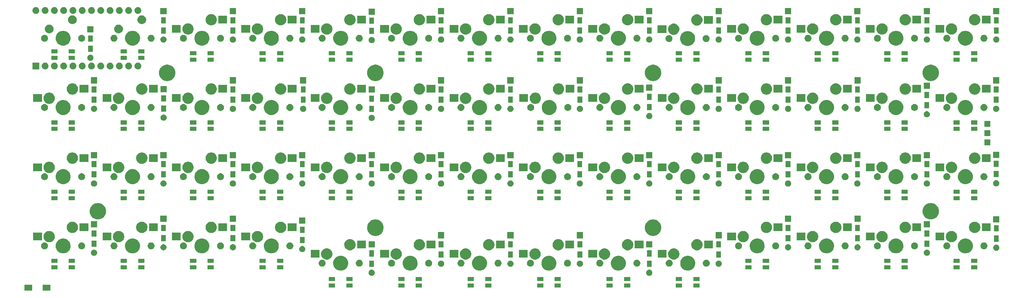
<source format=gbs>
G04 #@! TF.GenerationSoftware,KiCad,Pcbnew,(5.0.2-4-g3082e92af)*
G04 #@! TF.CreationDate,2019-03-04T22:38:37+01:00*
G04 #@! TF.ProjectId,ortho56,6f727468-6f35-4362-9e6b-696361645f70,rev?*
G04 #@! TF.SameCoordinates,Original*
G04 #@! TF.FileFunction,Soldermask,Bot*
G04 #@! TF.FilePolarity,Negative*
%FSLAX46Y46*%
G04 Gerber Fmt 4.6, Leading zero omitted, Abs format (unit mm)*
G04 Created by KiCad (PCBNEW (5.0.2-4-g3082e92af)) date 2019 March 04, Monday 22:38:37*
%MOMM*%
%LPD*%
G01*
G04 APERTURE LIST*
%ADD10C,0.100000*%
G04 APERTURE END LIST*
D10*
G36*
X21883500Y-99572250D02*
X19781500Y-99572250D01*
X19781500Y-97970250D01*
X21883500Y-97970250D01*
X21883500Y-99572250D01*
X21883500Y-99572250D01*
G37*
G36*
X16883500Y-99572250D02*
X14781500Y-99572250D01*
X14781500Y-97970250D01*
X16883500Y-97970250D01*
X16883500Y-99572250D01*
X16883500Y-99572250D01*
G37*
G36*
X180583500Y-98697250D02*
X178881500Y-98697250D01*
X178881500Y-97595250D01*
X180583500Y-97595250D01*
X180583500Y-98697250D01*
X180583500Y-98697250D01*
G37*
G36*
X175783500Y-98697250D02*
X174081500Y-98697250D01*
X174081500Y-97595250D01*
X175783500Y-97595250D01*
X175783500Y-98697250D01*
X175783500Y-98697250D01*
G37*
G36*
X161583500Y-98697250D02*
X159881500Y-98697250D01*
X159881500Y-97595250D01*
X161583500Y-97595250D01*
X161583500Y-98697250D01*
X161583500Y-98697250D01*
G37*
G36*
X156783500Y-98697250D02*
X155081500Y-98697250D01*
X155081500Y-97595250D01*
X156783500Y-97595250D01*
X156783500Y-98697250D01*
X156783500Y-98697250D01*
G37*
G36*
X142583500Y-98697250D02*
X140881500Y-98697250D01*
X140881500Y-97595250D01*
X142583500Y-97595250D01*
X142583500Y-98697250D01*
X142583500Y-98697250D01*
G37*
G36*
X137783500Y-98697250D02*
X136081500Y-98697250D01*
X136081500Y-97595250D01*
X137783500Y-97595250D01*
X137783500Y-98697250D01*
X137783500Y-98697250D01*
G37*
G36*
X123583500Y-98697250D02*
X121881500Y-98697250D01*
X121881500Y-97595250D01*
X123583500Y-97595250D01*
X123583500Y-98697250D01*
X123583500Y-98697250D01*
G37*
G36*
X118783500Y-98697250D02*
X117081500Y-98697250D01*
X117081500Y-97595250D01*
X118783500Y-97595250D01*
X118783500Y-98697250D01*
X118783500Y-98697250D01*
G37*
G36*
X104583500Y-98697250D02*
X102881500Y-98697250D01*
X102881500Y-97595250D01*
X104583500Y-97595250D01*
X104583500Y-98697250D01*
X104583500Y-98697250D01*
G37*
G36*
X99783500Y-98697250D02*
X98081500Y-98697250D01*
X98081500Y-97595250D01*
X99783500Y-97595250D01*
X99783500Y-98697250D01*
X99783500Y-98697250D01*
G37*
G36*
X194783500Y-98697250D02*
X193081500Y-98697250D01*
X193081500Y-97595250D01*
X194783500Y-97595250D01*
X194783500Y-98697250D01*
X194783500Y-98697250D01*
G37*
G36*
X199583500Y-98697250D02*
X197881500Y-98697250D01*
X197881500Y-97595250D01*
X199583500Y-97595250D01*
X199583500Y-98697250D01*
X199583500Y-98697250D01*
G37*
G36*
X104583500Y-96947250D02*
X102881500Y-96947250D01*
X102881500Y-95845250D01*
X104583500Y-95845250D01*
X104583500Y-96947250D01*
X104583500Y-96947250D01*
G37*
G36*
X99783500Y-96947250D02*
X98081500Y-96947250D01*
X98081500Y-95845250D01*
X99783500Y-95845250D01*
X99783500Y-96947250D01*
X99783500Y-96947250D01*
G37*
G36*
X118783500Y-96947250D02*
X117081500Y-96947250D01*
X117081500Y-95845250D01*
X118783500Y-95845250D01*
X118783500Y-96947250D01*
X118783500Y-96947250D01*
G37*
G36*
X123583500Y-96947250D02*
X121881500Y-96947250D01*
X121881500Y-95845250D01*
X123583500Y-95845250D01*
X123583500Y-96947250D01*
X123583500Y-96947250D01*
G37*
G36*
X137783500Y-96947250D02*
X136081500Y-96947250D01*
X136081500Y-95845250D01*
X137783500Y-95845250D01*
X137783500Y-96947250D01*
X137783500Y-96947250D01*
G37*
G36*
X142583500Y-96947250D02*
X140881500Y-96947250D01*
X140881500Y-95845250D01*
X142583500Y-95845250D01*
X142583500Y-96947250D01*
X142583500Y-96947250D01*
G37*
G36*
X156783500Y-96947250D02*
X155081500Y-96947250D01*
X155081500Y-95845250D01*
X156783500Y-95845250D01*
X156783500Y-96947250D01*
X156783500Y-96947250D01*
G37*
G36*
X161583500Y-96947250D02*
X159881500Y-96947250D01*
X159881500Y-95845250D01*
X161583500Y-95845250D01*
X161583500Y-96947250D01*
X161583500Y-96947250D01*
G37*
G36*
X175783500Y-96947250D02*
X174081500Y-96947250D01*
X174081500Y-95845250D01*
X175783500Y-95845250D01*
X175783500Y-96947250D01*
X175783500Y-96947250D01*
G37*
G36*
X199583500Y-96947250D02*
X197881500Y-96947250D01*
X197881500Y-95845250D01*
X199583500Y-95845250D01*
X199583500Y-96947250D01*
X199583500Y-96947250D01*
G37*
G36*
X194783500Y-96947250D02*
X193081500Y-96947250D01*
X193081500Y-95845250D01*
X194783500Y-95845250D01*
X194783500Y-96947250D01*
X194783500Y-96947250D01*
G37*
G36*
X180583500Y-96947250D02*
X178881500Y-96947250D01*
X178881500Y-95845250D01*
X180583500Y-95845250D01*
X180583500Y-96947250D01*
X180583500Y-96947250D01*
G37*
G36*
X186050851Y-93822606D02*
X186205723Y-93886756D01*
X186345104Y-93979888D01*
X186463638Y-94098422D01*
X186556770Y-94237803D01*
X186620920Y-94392675D01*
X186653623Y-94557087D01*
X186653623Y-94724719D01*
X186620920Y-94889131D01*
X186556770Y-95044003D01*
X186463638Y-95183384D01*
X186345104Y-95301918D01*
X186205723Y-95395050D01*
X186050851Y-95459200D01*
X185886439Y-95491903D01*
X185718807Y-95491903D01*
X185554395Y-95459200D01*
X185399523Y-95395050D01*
X185260142Y-95301918D01*
X185141608Y-95183384D01*
X185048476Y-95044003D01*
X184984326Y-94889131D01*
X184951623Y-94724719D01*
X184951623Y-94557087D01*
X184984326Y-94392675D01*
X185048476Y-94237803D01*
X185141608Y-94098422D01*
X185260142Y-93979888D01*
X185399523Y-93886756D01*
X185554395Y-93822606D01*
X185718807Y-93789903D01*
X185886439Y-93789903D01*
X186050851Y-93822606D01*
X186050851Y-93822606D01*
G37*
G36*
X110050851Y-93822606D02*
X110205723Y-93886756D01*
X110345104Y-93979888D01*
X110463638Y-94098422D01*
X110556770Y-94237803D01*
X110620920Y-94392675D01*
X110653623Y-94557087D01*
X110653623Y-94724719D01*
X110620920Y-94889131D01*
X110556770Y-95044003D01*
X110463638Y-95183384D01*
X110345104Y-95301918D01*
X110205723Y-95395050D01*
X110050851Y-95459200D01*
X109886439Y-95491903D01*
X109718807Y-95491903D01*
X109554395Y-95459200D01*
X109399523Y-95395050D01*
X109260142Y-95301918D01*
X109141608Y-95183384D01*
X109048476Y-95044003D01*
X108984326Y-94889131D01*
X108951623Y-94724719D01*
X108951623Y-94557087D01*
X108984326Y-94392675D01*
X109048476Y-94237803D01*
X109141608Y-94098422D01*
X109260142Y-93979888D01*
X109399523Y-93886756D01*
X109554395Y-93822606D01*
X109718807Y-93789903D01*
X109886439Y-93789903D01*
X110050851Y-93822606D01*
X110050851Y-93822606D01*
G37*
G36*
X177930752Y-90049068D02*
X177930754Y-90049069D01*
X177930755Y-90049069D01*
X178304013Y-90203677D01*
X178635405Y-90425107D01*
X178639939Y-90428136D01*
X178925614Y-90713811D01*
X178925616Y-90713814D01*
X179150073Y-91049737D01*
X179301379Y-91415023D01*
X179304682Y-91422998D01*
X179383500Y-91819243D01*
X179383500Y-92223257D01*
X179319700Y-92544003D01*
X179304681Y-92619505D01*
X179150073Y-92992763D01*
X179150072Y-92992764D01*
X178925614Y-93328689D01*
X178639939Y-93614364D01*
X178639936Y-93614366D01*
X178304013Y-93838823D01*
X177930755Y-93993431D01*
X177930754Y-93993431D01*
X177930752Y-93993432D01*
X177534507Y-94072250D01*
X177130493Y-94072250D01*
X176734248Y-93993432D01*
X176734246Y-93993431D01*
X176734245Y-93993431D01*
X176360987Y-93838823D01*
X176025064Y-93614366D01*
X176025061Y-93614364D01*
X175739386Y-93328689D01*
X175514928Y-92992764D01*
X175514927Y-92992763D01*
X175360319Y-92619505D01*
X175345301Y-92544003D01*
X175281500Y-92223257D01*
X175281500Y-91819243D01*
X175360318Y-91422998D01*
X175363621Y-91415023D01*
X175514927Y-91049737D01*
X175739384Y-90713814D01*
X175739386Y-90713811D01*
X176025061Y-90428136D01*
X176029595Y-90425107D01*
X176360987Y-90203677D01*
X176734245Y-90049069D01*
X176734246Y-90049069D01*
X176734248Y-90049068D01*
X177130493Y-89970250D01*
X177534507Y-89970250D01*
X177930752Y-90049068D01*
X177930752Y-90049068D01*
G37*
G36*
X196930752Y-90049068D02*
X196930754Y-90049069D01*
X196930755Y-90049069D01*
X197304013Y-90203677D01*
X197635405Y-90425107D01*
X197639939Y-90428136D01*
X197925614Y-90713811D01*
X197925616Y-90713814D01*
X198150073Y-91049737D01*
X198301379Y-91415023D01*
X198304682Y-91422998D01*
X198383500Y-91819243D01*
X198383500Y-92223257D01*
X198319700Y-92544003D01*
X198304681Y-92619505D01*
X198150073Y-92992763D01*
X198150072Y-92992764D01*
X197925614Y-93328689D01*
X197639939Y-93614364D01*
X197639936Y-93614366D01*
X197304013Y-93838823D01*
X196930755Y-93993431D01*
X196930754Y-93993431D01*
X196930752Y-93993432D01*
X196534507Y-94072250D01*
X196130493Y-94072250D01*
X195734248Y-93993432D01*
X195734246Y-93993431D01*
X195734245Y-93993431D01*
X195360987Y-93838823D01*
X195025064Y-93614366D01*
X195025061Y-93614364D01*
X194739386Y-93328689D01*
X194514928Y-92992764D01*
X194514927Y-92992763D01*
X194360319Y-92619505D01*
X194345301Y-92544003D01*
X194281500Y-92223257D01*
X194281500Y-91819243D01*
X194360318Y-91422998D01*
X194363621Y-91415023D01*
X194514927Y-91049737D01*
X194739384Y-90713814D01*
X194739386Y-90713811D01*
X195025061Y-90428136D01*
X195029595Y-90425107D01*
X195360987Y-90203677D01*
X195734245Y-90049069D01*
X195734246Y-90049069D01*
X195734248Y-90049068D01*
X196130493Y-89970250D01*
X196534507Y-89970250D01*
X196930752Y-90049068D01*
X196930752Y-90049068D01*
G37*
G36*
X139930752Y-90049068D02*
X139930754Y-90049069D01*
X139930755Y-90049069D01*
X140304013Y-90203677D01*
X140635405Y-90425107D01*
X140639939Y-90428136D01*
X140925614Y-90713811D01*
X140925616Y-90713814D01*
X141150073Y-91049737D01*
X141301379Y-91415023D01*
X141304682Y-91422998D01*
X141383500Y-91819243D01*
X141383500Y-92223257D01*
X141319700Y-92544003D01*
X141304681Y-92619505D01*
X141150073Y-92992763D01*
X141150072Y-92992764D01*
X140925614Y-93328689D01*
X140639939Y-93614364D01*
X140639936Y-93614366D01*
X140304013Y-93838823D01*
X139930755Y-93993431D01*
X139930754Y-93993431D01*
X139930752Y-93993432D01*
X139534507Y-94072250D01*
X139130493Y-94072250D01*
X138734248Y-93993432D01*
X138734246Y-93993431D01*
X138734245Y-93993431D01*
X138360987Y-93838823D01*
X138025064Y-93614366D01*
X138025061Y-93614364D01*
X137739386Y-93328689D01*
X137514928Y-92992764D01*
X137514927Y-92992763D01*
X137360319Y-92619505D01*
X137345301Y-92544003D01*
X137281500Y-92223257D01*
X137281500Y-91819243D01*
X137360318Y-91422998D01*
X137363621Y-91415023D01*
X137514927Y-91049737D01*
X137739384Y-90713814D01*
X137739386Y-90713811D01*
X138025061Y-90428136D01*
X138029595Y-90425107D01*
X138360987Y-90203677D01*
X138734245Y-90049069D01*
X138734246Y-90049069D01*
X138734248Y-90049068D01*
X139130493Y-89970250D01*
X139534507Y-89970250D01*
X139930752Y-90049068D01*
X139930752Y-90049068D01*
G37*
G36*
X158930752Y-90049068D02*
X158930754Y-90049069D01*
X158930755Y-90049069D01*
X159304013Y-90203677D01*
X159635405Y-90425107D01*
X159639939Y-90428136D01*
X159925614Y-90713811D01*
X159925616Y-90713814D01*
X160150073Y-91049737D01*
X160301379Y-91415023D01*
X160304682Y-91422998D01*
X160383500Y-91819243D01*
X160383500Y-92223257D01*
X160319700Y-92544003D01*
X160304681Y-92619505D01*
X160150073Y-92992763D01*
X160150072Y-92992764D01*
X159925614Y-93328689D01*
X159639939Y-93614364D01*
X159639936Y-93614366D01*
X159304013Y-93838823D01*
X158930755Y-93993431D01*
X158930754Y-93993431D01*
X158930752Y-93993432D01*
X158534507Y-94072250D01*
X158130493Y-94072250D01*
X157734248Y-93993432D01*
X157734246Y-93993431D01*
X157734245Y-93993431D01*
X157360987Y-93838823D01*
X157025064Y-93614366D01*
X157025061Y-93614364D01*
X156739386Y-93328689D01*
X156514928Y-92992764D01*
X156514927Y-92992763D01*
X156360319Y-92619505D01*
X156345301Y-92544003D01*
X156281500Y-92223257D01*
X156281500Y-91819243D01*
X156360318Y-91422998D01*
X156363621Y-91415023D01*
X156514927Y-91049737D01*
X156739384Y-90713814D01*
X156739386Y-90713811D01*
X157025061Y-90428136D01*
X157029595Y-90425107D01*
X157360987Y-90203677D01*
X157734245Y-90049069D01*
X157734246Y-90049069D01*
X157734248Y-90049068D01*
X158130493Y-89970250D01*
X158534507Y-89970250D01*
X158930752Y-90049068D01*
X158930752Y-90049068D01*
G37*
G36*
X101930752Y-90049068D02*
X101930754Y-90049069D01*
X101930755Y-90049069D01*
X102304013Y-90203677D01*
X102635405Y-90425107D01*
X102639939Y-90428136D01*
X102925614Y-90713811D01*
X102925616Y-90713814D01*
X103150073Y-91049737D01*
X103301379Y-91415023D01*
X103304682Y-91422998D01*
X103383500Y-91819243D01*
X103383500Y-92223257D01*
X103319700Y-92544003D01*
X103304681Y-92619505D01*
X103150073Y-92992763D01*
X103150072Y-92992764D01*
X102925614Y-93328689D01*
X102639939Y-93614364D01*
X102639936Y-93614366D01*
X102304013Y-93838823D01*
X101930755Y-93993431D01*
X101930754Y-93993431D01*
X101930752Y-93993432D01*
X101534507Y-94072250D01*
X101130493Y-94072250D01*
X100734248Y-93993432D01*
X100734246Y-93993431D01*
X100734245Y-93993431D01*
X100360987Y-93838823D01*
X100025064Y-93614366D01*
X100025061Y-93614364D01*
X99739386Y-93328689D01*
X99514928Y-92992764D01*
X99514927Y-92992763D01*
X99360319Y-92619505D01*
X99345301Y-92544003D01*
X99281500Y-92223257D01*
X99281500Y-91819243D01*
X99360318Y-91422998D01*
X99363621Y-91415023D01*
X99514927Y-91049737D01*
X99739384Y-90713814D01*
X99739386Y-90713811D01*
X100025061Y-90428136D01*
X100029595Y-90425107D01*
X100360987Y-90203677D01*
X100734245Y-90049069D01*
X100734246Y-90049069D01*
X100734248Y-90049068D01*
X101130493Y-89970250D01*
X101534507Y-89970250D01*
X101930752Y-90049068D01*
X101930752Y-90049068D01*
G37*
G36*
X120930752Y-90049068D02*
X120930754Y-90049069D01*
X120930755Y-90049069D01*
X121304013Y-90203677D01*
X121635405Y-90425107D01*
X121639939Y-90428136D01*
X121925614Y-90713811D01*
X121925616Y-90713814D01*
X122150073Y-91049737D01*
X122301379Y-91415023D01*
X122304682Y-91422998D01*
X122383500Y-91819243D01*
X122383500Y-92223257D01*
X122319700Y-92544003D01*
X122304681Y-92619505D01*
X122150073Y-92992763D01*
X122150072Y-92992764D01*
X121925614Y-93328689D01*
X121639939Y-93614364D01*
X121639936Y-93614366D01*
X121304013Y-93838823D01*
X120930755Y-93993431D01*
X120930754Y-93993431D01*
X120930752Y-93993432D01*
X120534507Y-94072250D01*
X120130493Y-94072250D01*
X119734248Y-93993432D01*
X119734246Y-93993431D01*
X119734245Y-93993431D01*
X119360987Y-93838823D01*
X119025064Y-93614366D01*
X119025061Y-93614364D01*
X118739386Y-93328689D01*
X118514928Y-92992764D01*
X118514927Y-92992763D01*
X118360319Y-92619505D01*
X118345301Y-92544003D01*
X118281500Y-92223257D01*
X118281500Y-91819243D01*
X118360318Y-91422998D01*
X118363621Y-91415023D01*
X118514927Y-91049737D01*
X118739384Y-90713814D01*
X118739386Y-90713811D01*
X119025061Y-90428136D01*
X119029595Y-90425107D01*
X119360987Y-90203677D01*
X119734245Y-90049069D01*
X119734246Y-90049069D01*
X119734248Y-90049068D01*
X120130493Y-89970250D01*
X120534507Y-89970250D01*
X120930752Y-90049068D01*
X120930752Y-90049068D01*
G37*
G36*
X23783500Y-93697250D02*
X22081500Y-93697250D01*
X22081500Y-92595250D01*
X23783500Y-92595250D01*
X23783500Y-93697250D01*
X23783500Y-93697250D01*
G37*
G36*
X28583500Y-93697250D02*
X26881500Y-93697250D01*
X26881500Y-92595250D01*
X28583500Y-92595250D01*
X28583500Y-93697250D01*
X28583500Y-93697250D01*
G37*
G36*
X275583500Y-93697250D02*
X273881500Y-93697250D01*
X273881500Y-92595250D01*
X275583500Y-92595250D01*
X275583500Y-93697250D01*
X275583500Y-93697250D01*
G37*
G36*
X42783500Y-93697250D02*
X41081500Y-93697250D01*
X41081500Y-92595250D01*
X42783500Y-92595250D01*
X42783500Y-93697250D01*
X42783500Y-93697250D01*
G37*
G36*
X47583500Y-93697250D02*
X45881500Y-93697250D01*
X45881500Y-92595250D01*
X47583500Y-92595250D01*
X47583500Y-93697250D01*
X47583500Y-93697250D01*
G37*
G36*
X270783500Y-93697250D02*
X269081500Y-93697250D01*
X269081500Y-92595250D01*
X270783500Y-92595250D01*
X270783500Y-93697250D01*
X270783500Y-93697250D01*
G37*
G36*
X61783500Y-93697250D02*
X60081500Y-93697250D01*
X60081500Y-92595250D01*
X61783500Y-92595250D01*
X61783500Y-93697250D01*
X61783500Y-93697250D01*
G37*
G36*
X66583500Y-93697250D02*
X64881500Y-93697250D01*
X64881500Y-92595250D01*
X66583500Y-92595250D01*
X66583500Y-93697250D01*
X66583500Y-93697250D01*
G37*
G36*
X256583500Y-93697250D02*
X254881500Y-93697250D01*
X254881500Y-92595250D01*
X256583500Y-92595250D01*
X256583500Y-93697250D01*
X256583500Y-93697250D01*
G37*
G36*
X80783500Y-93697250D02*
X79081500Y-93697250D01*
X79081500Y-92595250D01*
X80783500Y-92595250D01*
X80783500Y-93697250D01*
X80783500Y-93697250D01*
G37*
G36*
X85583500Y-93697250D02*
X83881500Y-93697250D01*
X83881500Y-92595250D01*
X85583500Y-92595250D01*
X85583500Y-93697250D01*
X85583500Y-93697250D01*
G37*
G36*
X251783500Y-93697250D02*
X250081500Y-93697250D01*
X250081500Y-92595250D01*
X251783500Y-92595250D01*
X251783500Y-93697250D01*
X251783500Y-93697250D01*
G37*
G36*
X237583500Y-93697250D02*
X235881500Y-93697250D01*
X235881500Y-92595250D01*
X237583500Y-92595250D01*
X237583500Y-93697250D01*
X237583500Y-93697250D01*
G37*
G36*
X232783500Y-93697250D02*
X231081500Y-93697250D01*
X231081500Y-92595250D01*
X232783500Y-92595250D01*
X232783500Y-93697250D01*
X232783500Y-93697250D01*
G37*
G36*
X213783500Y-93697250D02*
X212081500Y-93697250D01*
X212081500Y-92595250D01*
X213783500Y-92595250D01*
X213783500Y-93697250D01*
X213783500Y-93697250D01*
G37*
G36*
X218583500Y-93697250D02*
X216881500Y-93697250D01*
X216881500Y-92595250D01*
X218583500Y-92595250D01*
X218583500Y-93697250D01*
X218583500Y-93697250D01*
G37*
G36*
X167050851Y-91322606D02*
X167205723Y-91386756D01*
X167345104Y-91479888D01*
X167463638Y-91598422D01*
X167556770Y-91737803D01*
X167620920Y-91892675D01*
X167653623Y-92057087D01*
X167653623Y-92224719D01*
X167620920Y-92389131D01*
X167556770Y-92544003D01*
X167463638Y-92683384D01*
X167345104Y-92801918D01*
X167205723Y-92895050D01*
X167050851Y-92959200D01*
X166886439Y-92991903D01*
X166718807Y-92991903D01*
X166554395Y-92959200D01*
X166399523Y-92895050D01*
X166260142Y-92801918D01*
X166141608Y-92683384D01*
X166048476Y-92544003D01*
X165984326Y-92389131D01*
X165951623Y-92224719D01*
X165951623Y-92057087D01*
X165984326Y-91892675D01*
X166048476Y-91737803D01*
X166141608Y-91598422D01*
X166260142Y-91479888D01*
X166399523Y-91386756D01*
X166554395Y-91322606D01*
X166718807Y-91289903D01*
X166886439Y-91289903D01*
X167050851Y-91322606D01*
X167050851Y-91322606D01*
G37*
G36*
X186453623Y-92991903D02*
X185151623Y-92991903D01*
X185151623Y-91289903D01*
X186453623Y-91289903D01*
X186453623Y-92991903D01*
X186453623Y-92991903D01*
G37*
G36*
X205050851Y-91322606D02*
X205205723Y-91386756D01*
X205345104Y-91479888D01*
X205463638Y-91598422D01*
X205556770Y-91737803D01*
X205620920Y-91892675D01*
X205653623Y-92057087D01*
X205653623Y-92224719D01*
X205620920Y-92389131D01*
X205556770Y-92544003D01*
X205463638Y-92683384D01*
X205345104Y-92801918D01*
X205205723Y-92895050D01*
X205050851Y-92959200D01*
X204886439Y-92991903D01*
X204718807Y-92991903D01*
X204554395Y-92959200D01*
X204399523Y-92895050D01*
X204260142Y-92801918D01*
X204141608Y-92683384D01*
X204048476Y-92544003D01*
X203984326Y-92389131D01*
X203951623Y-92224719D01*
X203951623Y-92057087D01*
X203984326Y-91892675D01*
X204048476Y-91737803D01*
X204141608Y-91598422D01*
X204260142Y-91479888D01*
X204399523Y-91386756D01*
X204554395Y-91322606D01*
X204718807Y-91289903D01*
X204886439Y-91289903D01*
X205050851Y-91322606D01*
X205050851Y-91322606D01*
G37*
G36*
X110453623Y-92991903D02*
X109151623Y-92991903D01*
X109151623Y-91289903D01*
X110453623Y-91289903D01*
X110453623Y-92991903D01*
X110453623Y-92991903D01*
G37*
G36*
X129050851Y-91322606D02*
X129205723Y-91386756D01*
X129345104Y-91479888D01*
X129463638Y-91598422D01*
X129556770Y-91737803D01*
X129620920Y-91892675D01*
X129653623Y-92057087D01*
X129653623Y-92224719D01*
X129620920Y-92389131D01*
X129556770Y-92544003D01*
X129463638Y-92683384D01*
X129345104Y-92801918D01*
X129205723Y-92895050D01*
X129050851Y-92959200D01*
X128886439Y-92991903D01*
X128718807Y-92991903D01*
X128554395Y-92959200D01*
X128399523Y-92895050D01*
X128260142Y-92801918D01*
X128141608Y-92683384D01*
X128048476Y-92544003D01*
X127984326Y-92389131D01*
X127951623Y-92224719D01*
X127951623Y-92057087D01*
X127984326Y-91892675D01*
X128048476Y-91737803D01*
X128141608Y-91598422D01*
X128260142Y-91479888D01*
X128399523Y-91386756D01*
X128554395Y-91322606D01*
X128718807Y-91289903D01*
X128886439Y-91289903D01*
X129050851Y-91322606D01*
X129050851Y-91322606D01*
G37*
G36*
X148050851Y-91322606D02*
X148205723Y-91386756D01*
X148345104Y-91479888D01*
X148463638Y-91598422D01*
X148556770Y-91737803D01*
X148620920Y-91892675D01*
X148653623Y-92057087D01*
X148653623Y-92224719D01*
X148620920Y-92389131D01*
X148556770Y-92544003D01*
X148463638Y-92683384D01*
X148345104Y-92801918D01*
X148205723Y-92895050D01*
X148050851Y-92959200D01*
X147886439Y-92991903D01*
X147718807Y-92991903D01*
X147554395Y-92959200D01*
X147399523Y-92895050D01*
X147260142Y-92801918D01*
X147141608Y-92683384D01*
X147048476Y-92544003D01*
X146984326Y-92389131D01*
X146951623Y-92224719D01*
X146951623Y-92057087D01*
X146984326Y-91892675D01*
X147048476Y-91737803D01*
X147141608Y-91598422D01*
X147260142Y-91479888D01*
X147399523Y-91386756D01*
X147554395Y-91322606D01*
X147718807Y-91289903D01*
X147886439Y-91289903D01*
X148050851Y-91322606D01*
X148050851Y-91322606D01*
G37*
G36*
X144689896Y-91106796D02*
X144862966Y-91178484D01*
X145018730Y-91282562D01*
X145151188Y-91415020D01*
X145255266Y-91570784D01*
X145326954Y-91743854D01*
X145363500Y-91927583D01*
X145363500Y-92114917D01*
X145326954Y-92298646D01*
X145255266Y-92471716D01*
X145151188Y-92627480D01*
X145018730Y-92759938D01*
X144862966Y-92864016D01*
X144689896Y-92935704D01*
X144506167Y-92972250D01*
X144318833Y-92972250D01*
X144135104Y-92935704D01*
X143962034Y-92864016D01*
X143806270Y-92759938D01*
X143673812Y-92627480D01*
X143569734Y-92471716D01*
X143498046Y-92298646D01*
X143461500Y-92114917D01*
X143461500Y-91927583D01*
X143498046Y-91743854D01*
X143569734Y-91570784D01*
X143673812Y-91415020D01*
X143806270Y-91282562D01*
X143962034Y-91178484D01*
X144135104Y-91106796D01*
X144318833Y-91070250D01*
X144506167Y-91070250D01*
X144689896Y-91106796D01*
X144689896Y-91106796D01*
G37*
G36*
X134529896Y-91106796D02*
X134702966Y-91178484D01*
X134858730Y-91282562D01*
X134991188Y-91415020D01*
X135095266Y-91570784D01*
X135166954Y-91743854D01*
X135203500Y-91927583D01*
X135203500Y-92114917D01*
X135166954Y-92298646D01*
X135095266Y-92471716D01*
X134991188Y-92627480D01*
X134858730Y-92759938D01*
X134702966Y-92864016D01*
X134529896Y-92935704D01*
X134346167Y-92972250D01*
X134158833Y-92972250D01*
X133975104Y-92935704D01*
X133802034Y-92864016D01*
X133646270Y-92759938D01*
X133513812Y-92627480D01*
X133409734Y-92471716D01*
X133338046Y-92298646D01*
X133301500Y-92114917D01*
X133301500Y-91927583D01*
X133338046Y-91743854D01*
X133409734Y-91570784D01*
X133513812Y-91415020D01*
X133646270Y-91282562D01*
X133802034Y-91178484D01*
X133975104Y-91106796D01*
X134158833Y-91070250D01*
X134346167Y-91070250D01*
X134529896Y-91106796D01*
X134529896Y-91106796D01*
G37*
G36*
X201689896Y-91106796D02*
X201862966Y-91178484D01*
X202018730Y-91282562D01*
X202151188Y-91415020D01*
X202255266Y-91570784D01*
X202326954Y-91743854D01*
X202363500Y-91927583D01*
X202363500Y-92114917D01*
X202326954Y-92298646D01*
X202255266Y-92471716D01*
X202151188Y-92627480D01*
X202018730Y-92759938D01*
X201862966Y-92864016D01*
X201689896Y-92935704D01*
X201506167Y-92972250D01*
X201318833Y-92972250D01*
X201135104Y-92935704D01*
X200962034Y-92864016D01*
X200806270Y-92759938D01*
X200673812Y-92627480D01*
X200569734Y-92471716D01*
X200498046Y-92298646D01*
X200461500Y-92114917D01*
X200461500Y-91927583D01*
X200498046Y-91743854D01*
X200569734Y-91570784D01*
X200673812Y-91415020D01*
X200806270Y-91282562D01*
X200962034Y-91178484D01*
X201135104Y-91106796D01*
X201318833Y-91070250D01*
X201506167Y-91070250D01*
X201689896Y-91106796D01*
X201689896Y-91106796D01*
G37*
G36*
X191529896Y-91106796D02*
X191702966Y-91178484D01*
X191858730Y-91282562D01*
X191991188Y-91415020D01*
X192095266Y-91570784D01*
X192166954Y-91743854D01*
X192203500Y-91927583D01*
X192203500Y-92114917D01*
X192166954Y-92298646D01*
X192095266Y-92471716D01*
X191991188Y-92627480D01*
X191858730Y-92759938D01*
X191702966Y-92864016D01*
X191529896Y-92935704D01*
X191346167Y-92972250D01*
X191158833Y-92972250D01*
X190975104Y-92935704D01*
X190802034Y-92864016D01*
X190646270Y-92759938D01*
X190513812Y-92627480D01*
X190409734Y-92471716D01*
X190338046Y-92298646D01*
X190301500Y-92114917D01*
X190301500Y-91927583D01*
X190338046Y-91743854D01*
X190409734Y-91570784D01*
X190513812Y-91415020D01*
X190646270Y-91282562D01*
X190802034Y-91178484D01*
X190975104Y-91106796D01*
X191158833Y-91070250D01*
X191346167Y-91070250D01*
X191529896Y-91106796D01*
X191529896Y-91106796D01*
G37*
G36*
X182689896Y-91106796D02*
X182862966Y-91178484D01*
X183018730Y-91282562D01*
X183151188Y-91415020D01*
X183255266Y-91570784D01*
X183326954Y-91743854D01*
X183363500Y-91927583D01*
X183363500Y-92114917D01*
X183326954Y-92298646D01*
X183255266Y-92471716D01*
X183151188Y-92627480D01*
X183018730Y-92759938D01*
X182862966Y-92864016D01*
X182689896Y-92935704D01*
X182506167Y-92972250D01*
X182318833Y-92972250D01*
X182135104Y-92935704D01*
X181962034Y-92864016D01*
X181806270Y-92759938D01*
X181673812Y-92627480D01*
X181569734Y-92471716D01*
X181498046Y-92298646D01*
X181461500Y-92114917D01*
X181461500Y-91927583D01*
X181498046Y-91743854D01*
X181569734Y-91570784D01*
X181673812Y-91415020D01*
X181806270Y-91282562D01*
X181962034Y-91178484D01*
X182135104Y-91106796D01*
X182318833Y-91070250D01*
X182506167Y-91070250D01*
X182689896Y-91106796D01*
X182689896Y-91106796D01*
G37*
G36*
X153529896Y-91106796D02*
X153702966Y-91178484D01*
X153858730Y-91282562D01*
X153991188Y-91415020D01*
X154095266Y-91570784D01*
X154166954Y-91743854D01*
X154203500Y-91927583D01*
X154203500Y-92114917D01*
X154166954Y-92298646D01*
X154095266Y-92471716D01*
X153991188Y-92627480D01*
X153858730Y-92759938D01*
X153702966Y-92864016D01*
X153529896Y-92935704D01*
X153346167Y-92972250D01*
X153158833Y-92972250D01*
X152975104Y-92935704D01*
X152802034Y-92864016D01*
X152646270Y-92759938D01*
X152513812Y-92627480D01*
X152409734Y-92471716D01*
X152338046Y-92298646D01*
X152301500Y-92114917D01*
X152301500Y-91927583D01*
X152338046Y-91743854D01*
X152409734Y-91570784D01*
X152513812Y-91415020D01*
X152646270Y-91282562D01*
X152802034Y-91178484D01*
X152975104Y-91106796D01*
X153158833Y-91070250D01*
X153346167Y-91070250D01*
X153529896Y-91106796D01*
X153529896Y-91106796D01*
G37*
G36*
X172529896Y-91106796D02*
X172702966Y-91178484D01*
X172858730Y-91282562D01*
X172991188Y-91415020D01*
X173095266Y-91570784D01*
X173166954Y-91743854D01*
X173203500Y-91927583D01*
X173203500Y-92114917D01*
X173166954Y-92298646D01*
X173095266Y-92471716D01*
X172991188Y-92627480D01*
X172858730Y-92759938D01*
X172702966Y-92864016D01*
X172529896Y-92935704D01*
X172346167Y-92972250D01*
X172158833Y-92972250D01*
X171975104Y-92935704D01*
X171802034Y-92864016D01*
X171646270Y-92759938D01*
X171513812Y-92627480D01*
X171409734Y-92471716D01*
X171338046Y-92298646D01*
X171301500Y-92114917D01*
X171301500Y-91927583D01*
X171338046Y-91743854D01*
X171409734Y-91570784D01*
X171513812Y-91415020D01*
X171646270Y-91282562D01*
X171802034Y-91178484D01*
X171975104Y-91106796D01*
X172158833Y-91070250D01*
X172346167Y-91070250D01*
X172529896Y-91106796D01*
X172529896Y-91106796D01*
G37*
G36*
X163689896Y-91106796D02*
X163862966Y-91178484D01*
X164018730Y-91282562D01*
X164151188Y-91415020D01*
X164255266Y-91570784D01*
X164326954Y-91743854D01*
X164363500Y-91927583D01*
X164363500Y-92114917D01*
X164326954Y-92298646D01*
X164255266Y-92471716D01*
X164151188Y-92627480D01*
X164018730Y-92759938D01*
X163862966Y-92864016D01*
X163689896Y-92935704D01*
X163506167Y-92972250D01*
X163318833Y-92972250D01*
X163135104Y-92935704D01*
X162962034Y-92864016D01*
X162806270Y-92759938D01*
X162673812Y-92627480D01*
X162569734Y-92471716D01*
X162498046Y-92298646D01*
X162461500Y-92114917D01*
X162461500Y-91927583D01*
X162498046Y-91743854D01*
X162569734Y-91570784D01*
X162673812Y-91415020D01*
X162806270Y-91282562D01*
X162962034Y-91178484D01*
X163135104Y-91106796D01*
X163318833Y-91070250D01*
X163506167Y-91070250D01*
X163689896Y-91106796D01*
X163689896Y-91106796D01*
G37*
G36*
X125689896Y-91106796D02*
X125862966Y-91178484D01*
X126018730Y-91282562D01*
X126151188Y-91415020D01*
X126255266Y-91570784D01*
X126326954Y-91743854D01*
X126363500Y-91927583D01*
X126363500Y-92114917D01*
X126326954Y-92298646D01*
X126255266Y-92471716D01*
X126151188Y-92627480D01*
X126018730Y-92759938D01*
X125862966Y-92864016D01*
X125689896Y-92935704D01*
X125506167Y-92972250D01*
X125318833Y-92972250D01*
X125135104Y-92935704D01*
X124962034Y-92864016D01*
X124806270Y-92759938D01*
X124673812Y-92627480D01*
X124569734Y-92471716D01*
X124498046Y-92298646D01*
X124461500Y-92114917D01*
X124461500Y-91927583D01*
X124498046Y-91743854D01*
X124569734Y-91570784D01*
X124673812Y-91415020D01*
X124806270Y-91282562D01*
X124962034Y-91178484D01*
X125135104Y-91106796D01*
X125318833Y-91070250D01*
X125506167Y-91070250D01*
X125689896Y-91106796D01*
X125689896Y-91106796D01*
G37*
G36*
X115529896Y-91106796D02*
X115702966Y-91178484D01*
X115858730Y-91282562D01*
X115991188Y-91415020D01*
X116095266Y-91570784D01*
X116166954Y-91743854D01*
X116203500Y-91927583D01*
X116203500Y-92114917D01*
X116166954Y-92298646D01*
X116095266Y-92471716D01*
X115991188Y-92627480D01*
X115858730Y-92759938D01*
X115702966Y-92864016D01*
X115529896Y-92935704D01*
X115346167Y-92972250D01*
X115158833Y-92972250D01*
X114975104Y-92935704D01*
X114802034Y-92864016D01*
X114646270Y-92759938D01*
X114513812Y-92627480D01*
X114409734Y-92471716D01*
X114338046Y-92298646D01*
X114301500Y-92114917D01*
X114301500Y-91927583D01*
X114338046Y-91743854D01*
X114409734Y-91570784D01*
X114513812Y-91415020D01*
X114646270Y-91282562D01*
X114802034Y-91178484D01*
X114975104Y-91106796D01*
X115158833Y-91070250D01*
X115346167Y-91070250D01*
X115529896Y-91106796D01*
X115529896Y-91106796D01*
G37*
G36*
X106689896Y-91106796D02*
X106862966Y-91178484D01*
X107018730Y-91282562D01*
X107151188Y-91415020D01*
X107255266Y-91570784D01*
X107326954Y-91743854D01*
X107363500Y-91927583D01*
X107363500Y-92114917D01*
X107326954Y-92298646D01*
X107255266Y-92471716D01*
X107151188Y-92627480D01*
X107018730Y-92759938D01*
X106862966Y-92864016D01*
X106689896Y-92935704D01*
X106506167Y-92972250D01*
X106318833Y-92972250D01*
X106135104Y-92935704D01*
X105962034Y-92864016D01*
X105806270Y-92759938D01*
X105673812Y-92627480D01*
X105569734Y-92471716D01*
X105498046Y-92298646D01*
X105461500Y-92114917D01*
X105461500Y-91927583D01*
X105498046Y-91743854D01*
X105569734Y-91570784D01*
X105673812Y-91415020D01*
X105806270Y-91282562D01*
X105962034Y-91178484D01*
X106135104Y-91106796D01*
X106318833Y-91070250D01*
X106506167Y-91070250D01*
X106689896Y-91106796D01*
X106689896Y-91106796D01*
G37*
G36*
X96529896Y-91106796D02*
X96702966Y-91178484D01*
X96858730Y-91282562D01*
X96991188Y-91415020D01*
X97095266Y-91570784D01*
X97166954Y-91743854D01*
X97203500Y-91927583D01*
X97203500Y-92114917D01*
X97166954Y-92298646D01*
X97095266Y-92471716D01*
X96991188Y-92627480D01*
X96858730Y-92759938D01*
X96702966Y-92864016D01*
X96529896Y-92935704D01*
X96346167Y-92972250D01*
X96158833Y-92972250D01*
X95975104Y-92935704D01*
X95802034Y-92864016D01*
X95646270Y-92759938D01*
X95513812Y-92627480D01*
X95409734Y-92471716D01*
X95338046Y-92298646D01*
X95301500Y-92114917D01*
X95301500Y-91927583D01*
X95338046Y-91743854D01*
X95409734Y-91570784D01*
X95513812Y-91415020D01*
X95646270Y-91282562D01*
X95802034Y-91178484D01*
X95975104Y-91106796D01*
X96158833Y-91070250D01*
X96346167Y-91070250D01*
X96529896Y-91106796D01*
X96529896Y-91106796D01*
G37*
G36*
X270783500Y-91947250D02*
X269081500Y-91947250D01*
X269081500Y-90845250D01*
X270783500Y-90845250D01*
X270783500Y-91947250D01*
X270783500Y-91947250D01*
G37*
G36*
X275583500Y-91947250D02*
X273881500Y-91947250D01*
X273881500Y-90845250D01*
X275583500Y-90845250D01*
X275583500Y-91947250D01*
X275583500Y-91947250D01*
G37*
G36*
X256583500Y-91947250D02*
X254881500Y-91947250D01*
X254881500Y-90845250D01*
X256583500Y-90845250D01*
X256583500Y-91947250D01*
X256583500Y-91947250D01*
G37*
G36*
X23783500Y-91947250D02*
X22081500Y-91947250D01*
X22081500Y-90845250D01*
X23783500Y-90845250D01*
X23783500Y-91947250D01*
X23783500Y-91947250D01*
G37*
G36*
X28583500Y-91947250D02*
X26881500Y-91947250D01*
X26881500Y-90845250D01*
X28583500Y-90845250D01*
X28583500Y-91947250D01*
X28583500Y-91947250D01*
G37*
G36*
X251783500Y-91947250D02*
X250081500Y-91947250D01*
X250081500Y-90845250D01*
X251783500Y-90845250D01*
X251783500Y-91947250D01*
X251783500Y-91947250D01*
G37*
G36*
X42783500Y-91947250D02*
X41081500Y-91947250D01*
X41081500Y-90845250D01*
X42783500Y-90845250D01*
X42783500Y-91947250D01*
X42783500Y-91947250D01*
G37*
G36*
X47583500Y-91947250D02*
X45881500Y-91947250D01*
X45881500Y-90845250D01*
X47583500Y-90845250D01*
X47583500Y-91947250D01*
X47583500Y-91947250D01*
G37*
G36*
X237583500Y-91947250D02*
X235881500Y-91947250D01*
X235881500Y-90845250D01*
X237583500Y-90845250D01*
X237583500Y-91947250D01*
X237583500Y-91947250D01*
G37*
G36*
X61783500Y-91947250D02*
X60081500Y-91947250D01*
X60081500Y-90845250D01*
X61783500Y-90845250D01*
X61783500Y-91947250D01*
X61783500Y-91947250D01*
G37*
G36*
X66583500Y-91947250D02*
X64881500Y-91947250D01*
X64881500Y-90845250D01*
X66583500Y-90845250D01*
X66583500Y-91947250D01*
X66583500Y-91947250D01*
G37*
G36*
X232783500Y-91947250D02*
X231081500Y-91947250D01*
X231081500Y-90845250D01*
X232783500Y-90845250D01*
X232783500Y-91947250D01*
X232783500Y-91947250D01*
G37*
G36*
X80783500Y-91947250D02*
X79081500Y-91947250D01*
X79081500Y-90845250D01*
X80783500Y-90845250D01*
X80783500Y-91947250D01*
X80783500Y-91947250D01*
G37*
G36*
X85583500Y-91947250D02*
X83881500Y-91947250D01*
X83881500Y-90845250D01*
X85583500Y-90845250D01*
X85583500Y-91947250D01*
X85583500Y-91947250D01*
G37*
G36*
X218583500Y-91947250D02*
X216881500Y-91947250D01*
X216881500Y-90845250D01*
X218583500Y-90845250D01*
X218583500Y-91947250D01*
X218583500Y-91947250D01*
G37*
G36*
X213783500Y-91947250D02*
X212081500Y-91947250D01*
X212081500Y-90845250D01*
X213783500Y-90845250D01*
X213783500Y-91947250D01*
X213783500Y-91947250D01*
G37*
G36*
X135875027Y-87969986D02*
X135974910Y-87989854D01*
X136257174Y-88106771D01*
X136511205Y-88276509D01*
X136727241Y-88492545D01*
X136896979Y-88746576D01*
X137013896Y-89028840D01*
X137073500Y-89328490D01*
X137073500Y-89634010D01*
X137013896Y-89933660D01*
X136896979Y-90215924D01*
X136727241Y-90469955D01*
X136511205Y-90685991D01*
X136257174Y-90855729D01*
X135974910Y-90972646D01*
X135875027Y-90992514D01*
X135675262Y-91032250D01*
X135369738Y-91032250D01*
X135169973Y-90992514D01*
X135070090Y-90972646D01*
X134787826Y-90855729D01*
X134533795Y-90685991D01*
X134317759Y-90469955D01*
X134148021Y-90215924D01*
X134031104Y-89933660D01*
X133971500Y-89634010D01*
X133971500Y-89328490D01*
X134031104Y-89028840D01*
X134148021Y-88746576D01*
X134317759Y-88492545D01*
X134533795Y-88276509D01*
X134787826Y-88106771D01*
X135070090Y-87989854D01*
X135169973Y-87969986D01*
X135369738Y-87930250D01*
X135675262Y-87930250D01*
X135875027Y-87969986D01*
X135875027Y-87969986D01*
G37*
G36*
X154875027Y-87969986D02*
X154974910Y-87989854D01*
X155257174Y-88106771D01*
X155511205Y-88276509D01*
X155727241Y-88492545D01*
X155896979Y-88746576D01*
X156013896Y-89028840D01*
X156073500Y-89328490D01*
X156073500Y-89634010D01*
X156013896Y-89933660D01*
X155896979Y-90215924D01*
X155727241Y-90469955D01*
X155511205Y-90685991D01*
X155257174Y-90855729D01*
X154974910Y-90972646D01*
X154875027Y-90992514D01*
X154675262Y-91032250D01*
X154369738Y-91032250D01*
X154169973Y-90992514D01*
X154070090Y-90972646D01*
X153787826Y-90855729D01*
X153533795Y-90685991D01*
X153317759Y-90469955D01*
X153148021Y-90215924D01*
X153031104Y-89933660D01*
X152971500Y-89634010D01*
X152971500Y-89328490D01*
X153031104Y-89028840D01*
X153148021Y-88746576D01*
X153317759Y-88492545D01*
X153533795Y-88276509D01*
X153787826Y-88106771D01*
X154070090Y-87989854D01*
X154169973Y-87969986D01*
X154369738Y-87930250D01*
X154675262Y-87930250D01*
X154875027Y-87969986D01*
X154875027Y-87969986D01*
G37*
G36*
X97875027Y-87969986D02*
X97974910Y-87989854D01*
X98257174Y-88106771D01*
X98511205Y-88276509D01*
X98727241Y-88492545D01*
X98896979Y-88746576D01*
X99013896Y-89028840D01*
X99073500Y-89328490D01*
X99073500Y-89634010D01*
X99013896Y-89933660D01*
X98896979Y-90215924D01*
X98727241Y-90469955D01*
X98511205Y-90685991D01*
X98257174Y-90855729D01*
X97974910Y-90972646D01*
X97875027Y-90992514D01*
X97675262Y-91032250D01*
X97369738Y-91032250D01*
X97169973Y-90992514D01*
X97070090Y-90972646D01*
X96787826Y-90855729D01*
X96533795Y-90685991D01*
X96317759Y-90469955D01*
X96148021Y-90215924D01*
X96031104Y-89933660D01*
X95971500Y-89634010D01*
X95971500Y-89328490D01*
X96031104Y-89028840D01*
X96148021Y-88746576D01*
X96317759Y-88492545D01*
X96533795Y-88276509D01*
X96787826Y-88106771D01*
X97070090Y-87989854D01*
X97169973Y-87969986D01*
X97369738Y-87930250D01*
X97675262Y-87930250D01*
X97875027Y-87969986D01*
X97875027Y-87969986D01*
G37*
G36*
X173875027Y-87969986D02*
X173974910Y-87989854D01*
X174257174Y-88106771D01*
X174511205Y-88276509D01*
X174727241Y-88492545D01*
X174896979Y-88746576D01*
X175013896Y-89028840D01*
X175073500Y-89328490D01*
X175073500Y-89634010D01*
X175013896Y-89933660D01*
X174896979Y-90215924D01*
X174727241Y-90469955D01*
X174511205Y-90685991D01*
X174257174Y-90855729D01*
X173974910Y-90972646D01*
X173875027Y-90992514D01*
X173675262Y-91032250D01*
X173369738Y-91032250D01*
X173169973Y-90992514D01*
X173070090Y-90972646D01*
X172787826Y-90855729D01*
X172533795Y-90685991D01*
X172317759Y-90469955D01*
X172148021Y-90215924D01*
X172031104Y-89933660D01*
X171971500Y-89634010D01*
X171971500Y-89328490D01*
X172031104Y-89028840D01*
X172148021Y-88746576D01*
X172317759Y-88492545D01*
X172533795Y-88276509D01*
X172787826Y-88106771D01*
X173070090Y-87989854D01*
X173169973Y-87969986D01*
X173369738Y-87930250D01*
X173675262Y-87930250D01*
X173875027Y-87969986D01*
X173875027Y-87969986D01*
G37*
G36*
X192875027Y-87969986D02*
X192974910Y-87989854D01*
X193257174Y-88106771D01*
X193511205Y-88276509D01*
X193727241Y-88492545D01*
X193896979Y-88746576D01*
X194013896Y-89028840D01*
X194073500Y-89328490D01*
X194073500Y-89634010D01*
X194013896Y-89933660D01*
X193896979Y-90215924D01*
X193727241Y-90469955D01*
X193511205Y-90685991D01*
X193257174Y-90855729D01*
X192974910Y-90972646D01*
X192875027Y-90992514D01*
X192675262Y-91032250D01*
X192369738Y-91032250D01*
X192169973Y-90992514D01*
X192070090Y-90972646D01*
X191787826Y-90855729D01*
X191533795Y-90685991D01*
X191317759Y-90469955D01*
X191148021Y-90215924D01*
X191031104Y-89933660D01*
X190971500Y-89634010D01*
X190971500Y-89328490D01*
X191031104Y-89028840D01*
X191148021Y-88746576D01*
X191317759Y-88492545D01*
X191533795Y-88276509D01*
X191787826Y-88106771D01*
X192070090Y-87989854D01*
X192169973Y-87969986D01*
X192369738Y-87930250D01*
X192675262Y-87930250D01*
X192875027Y-87969986D01*
X192875027Y-87969986D01*
G37*
G36*
X116875027Y-87969986D02*
X116974910Y-87989854D01*
X117257174Y-88106771D01*
X117511205Y-88276509D01*
X117727241Y-88492545D01*
X117896979Y-88746576D01*
X118013896Y-89028840D01*
X118073500Y-89328490D01*
X118073500Y-89634010D01*
X118013896Y-89933660D01*
X117896979Y-90215924D01*
X117727241Y-90469955D01*
X117511205Y-90685991D01*
X117257174Y-90855729D01*
X116974910Y-90972646D01*
X116875027Y-90992514D01*
X116675262Y-91032250D01*
X116369738Y-91032250D01*
X116169973Y-90992514D01*
X116070090Y-90972646D01*
X115787826Y-90855729D01*
X115533795Y-90685991D01*
X115317759Y-90469955D01*
X115148021Y-90215924D01*
X115031104Y-89933660D01*
X114971500Y-89634010D01*
X114971500Y-89328490D01*
X115031104Y-89028840D01*
X115148021Y-88746576D01*
X115317759Y-88492545D01*
X115533795Y-88276509D01*
X115787826Y-88106771D01*
X116070090Y-87989854D01*
X116169973Y-87969986D01*
X116369738Y-87930250D01*
X116675262Y-87930250D01*
X116875027Y-87969986D01*
X116875027Y-87969986D01*
G37*
G36*
X190533500Y-90492250D02*
X188131500Y-90492250D01*
X188131500Y-88390250D01*
X190533500Y-88390250D01*
X190533500Y-90492250D01*
X190533500Y-90492250D01*
G37*
G36*
X114533500Y-90492250D02*
X112131500Y-90492250D01*
X112131500Y-88390250D01*
X114533500Y-88390250D01*
X114533500Y-90492250D01*
X114533500Y-90492250D01*
G37*
G36*
X171533500Y-90492250D02*
X169131500Y-90492250D01*
X169131500Y-88390250D01*
X171533500Y-88390250D01*
X171533500Y-90492250D01*
X171533500Y-90492250D01*
G37*
G36*
X95533500Y-90492250D02*
X93131500Y-90492250D01*
X93131500Y-88390250D01*
X95533500Y-88390250D01*
X95533500Y-90492250D01*
X95533500Y-90492250D01*
G37*
G36*
X133533500Y-90492250D02*
X131131500Y-90492250D01*
X131131500Y-88390250D01*
X133533500Y-88390250D01*
X133533500Y-90492250D01*
X133533500Y-90492250D01*
G37*
G36*
X152533500Y-90492250D02*
X150131500Y-90492250D01*
X150131500Y-88390250D01*
X152533500Y-88390250D01*
X152533500Y-90492250D01*
X152533500Y-90492250D01*
G37*
G36*
X205453623Y-90491903D02*
X204151623Y-90491903D01*
X204151623Y-88789903D01*
X205453623Y-88789903D01*
X205453623Y-90491903D01*
X205453623Y-90491903D01*
G37*
G36*
X129453623Y-90491903D02*
X128151623Y-90491903D01*
X128151623Y-88789903D01*
X129453623Y-88789903D01*
X129453623Y-90491903D01*
X129453623Y-90491903D01*
G37*
G36*
X167453623Y-90491903D02*
X166151623Y-90491903D01*
X166151623Y-88789903D01*
X167453623Y-88789903D01*
X167453623Y-90491903D01*
X167453623Y-90491903D01*
G37*
G36*
X148453623Y-90491903D02*
X147151623Y-90491903D01*
X147151623Y-88789903D01*
X148453623Y-88789903D01*
X148453623Y-90491903D01*
X148453623Y-90491903D01*
G37*
G36*
X110453623Y-90191903D02*
X109151623Y-90191903D01*
X109151623Y-88489903D01*
X110453623Y-88489903D01*
X110453623Y-90191903D01*
X110453623Y-90191903D01*
G37*
G36*
X186453623Y-90191903D02*
X185151623Y-90191903D01*
X185151623Y-88489903D01*
X186453623Y-88489903D01*
X186453623Y-90191903D01*
X186453623Y-90191903D01*
G37*
G36*
X34050851Y-88322606D02*
X34205723Y-88386756D01*
X34345104Y-88479888D01*
X34463638Y-88598422D01*
X34556770Y-88737803D01*
X34620920Y-88892675D01*
X34653623Y-89057087D01*
X34653623Y-89224719D01*
X34620920Y-89389131D01*
X34556770Y-89544003D01*
X34463638Y-89683384D01*
X34345104Y-89801918D01*
X34205723Y-89895050D01*
X34050851Y-89959200D01*
X33886439Y-89991903D01*
X33718807Y-89991903D01*
X33554395Y-89959200D01*
X33399523Y-89895050D01*
X33260142Y-89801918D01*
X33141608Y-89683384D01*
X33048476Y-89544003D01*
X32984326Y-89389131D01*
X32951623Y-89224719D01*
X32951623Y-89057087D01*
X32984326Y-88892675D01*
X33048476Y-88737803D01*
X33141608Y-88598422D01*
X33260142Y-88479888D01*
X33399523Y-88386756D01*
X33554395Y-88322606D01*
X33718807Y-88289903D01*
X33886439Y-88289903D01*
X34050851Y-88322606D01*
X34050851Y-88322606D01*
G37*
G36*
X262050851Y-88322606D02*
X262205723Y-88386756D01*
X262345104Y-88479888D01*
X262463638Y-88598422D01*
X262556770Y-88737803D01*
X262620920Y-88892675D01*
X262653623Y-89057087D01*
X262653623Y-89224719D01*
X262620920Y-89389131D01*
X262556770Y-89544003D01*
X262463638Y-89683384D01*
X262345104Y-89801918D01*
X262205723Y-89895050D01*
X262050851Y-89959200D01*
X261886439Y-89991903D01*
X261718807Y-89991903D01*
X261554395Y-89959200D01*
X261399523Y-89895050D01*
X261260142Y-89801918D01*
X261141608Y-89683384D01*
X261048476Y-89544003D01*
X260984326Y-89389131D01*
X260951623Y-89224719D01*
X260951623Y-89057087D01*
X260984326Y-88892675D01*
X261048476Y-88737803D01*
X261141608Y-88598422D01*
X261260142Y-88479888D01*
X261399523Y-88386756D01*
X261554395Y-88322606D01*
X261718807Y-88289903D01*
X261886439Y-88289903D01*
X262050851Y-88322606D01*
X262050851Y-88322606D01*
G37*
G36*
X44930752Y-85299068D02*
X44930754Y-85299069D01*
X44930755Y-85299069D01*
X45304013Y-85453677D01*
X45473270Y-85566771D01*
X45639939Y-85678136D01*
X45925614Y-85963811D01*
X45925616Y-85963814D01*
X46150073Y-86299737D01*
X46301379Y-86665023D01*
X46304682Y-86672998D01*
X46383500Y-87069243D01*
X46383500Y-87473257D01*
X46330879Y-87737803D01*
X46304681Y-87869505D01*
X46150073Y-88242763D01*
X46023197Y-88432646D01*
X45925614Y-88578689D01*
X45639939Y-88864364D01*
X45639936Y-88864366D01*
X45304013Y-89088823D01*
X44930755Y-89243431D01*
X44930754Y-89243431D01*
X44930752Y-89243432D01*
X44534507Y-89322250D01*
X44130493Y-89322250D01*
X43734248Y-89243432D01*
X43734246Y-89243431D01*
X43734245Y-89243431D01*
X43360987Y-89088823D01*
X43025064Y-88864366D01*
X43025061Y-88864364D01*
X42739386Y-88578689D01*
X42641803Y-88432646D01*
X42514927Y-88242763D01*
X42360319Y-87869505D01*
X42334122Y-87737803D01*
X42281500Y-87473257D01*
X42281500Y-87069243D01*
X42360318Y-86672998D01*
X42363621Y-86665023D01*
X42514927Y-86299737D01*
X42739384Y-85963814D01*
X42739386Y-85963811D01*
X43025061Y-85678136D01*
X43191730Y-85566771D01*
X43360987Y-85453677D01*
X43734245Y-85299069D01*
X43734246Y-85299069D01*
X43734248Y-85299068D01*
X44130493Y-85220250D01*
X44534507Y-85220250D01*
X44930752Y-85299068D01*
X44930752Y-85299068D01*
G37*
G36*
X63930752Y-85299068D02*
X63930754Y-85299069D01*
X63930755Y-85299069D01*
X64304013Y-85453677D01*
X64473270Y-85566771D01*
X64639939Y-85678136D01*
X64925614Y-85963811D01*
X64925616Y-85963814D01*
X65150073Y-86299737D01*
X65301379Y-86665023D01*
X65304682Y-86672998D01*
X65383500Y-87069243D01*
X65383500Y-87473257D01*
X65330879Y-87737803D01*
X65304681Y-87869505D01*
X65150073Y-88242763D01*
X65023197Y-88432646D01*
X64925614Y-88578689D01*
X64639939Y-88864364D01*
X64639936Y-88864366D01*
X64304013Y-89088823D01*
X63930755Y-89243431D01*
X63930754Y-89243431D01*
X63930752Y-89243432D01*
X63534507Y-89322250D01*
X63130493Y-89322250D01*
X62734248Y-89243432D01*
X62734246Y-89243431D01*
X62734245Y-89243431D01*
X62360987Y-89088823D01*
X62025064Y-88864366D01*
X62025061Y-88864364D01*
X61739386Y-88578689D01*
X61641803Y-88432646D01*
X61514927Y-88242763D01*
X61360319Y-87869505D01*
X61334122Y-87737803D01*
X61281500Y-87473257D01*
X61281500Y-87069243D01*
X61360318Y-86672998D01*
X61363621Y-86665023D01*
X61514927Y-86299737D01*
X61739384Y-85963814D01*
X61739386Y-85963811D01*
X62025061Y-85678136D01*
X62191730Y-85566771D01*
X62360987Y-85453677D01*
X62734245Y-85299069D01*
X62734246Y-85299069D01*
X62734248Y-85299068D01*
X63130493Y-85220250D01*
X63534507Y-85220250D01*
X63930752Y-85299068D01*
X63930752Y-85299068D01*
G37*
G36*
X272930752Y-85299068D02*
X272930754Y-85299069D01*
X272930755Y-85299069D01*
X273304013Y-85453677D01*
X273473270Y-85566771D01*
X273639939Y-85678136D01*
X273925614Y-85963811D01*
X273925616Y-85963814D01*
X274150073Y-86299737D01*
X274301379Y-86665023D01*
X274304682Y-86672998D01*
X274383500Y-87069243D01*
X274383500Y-87473257D01*
X274330879Y-87737803D01*
X274304681Y-87869505D01*
X274150073Y-88242763D01*
X274023197Y-88432646D01*
X273925614Y-88578689D01*
X273639939Y-88864364D01*
X273639936Y-88864366D01*
X273304013Y-89088823D01*
X272930755Y-89243431D01*
X272930754Y-89243431D01*
X272930752Y-89243432D01*
X272534507Y-89322250D01*
X272130493Y-89322250D01*
X271734248Y-89243432D01*
X271734246Y-89243431D01*
X271734245Y-89243431D01*
X271360987Y-89088823D01*
X271025064Y-88864366D01*
X271025061Y-88864364D01*
X270739386Y-88578689D01*
X270641803Y-88432646D01*
X270514927Y-88242763D01*
X270360319Y-87869505D01*
X270334122Y-87737803D01*
X270281500Y-87473257D01*
X270281500Y-87069243D01*
X270360318Y-86672998D01*
X270363621Y-86665023D01*
X270514927Y-86299737D01*
X270739384Y-85963814D01*
X270739386Y-85963811D01*
X271025061Y-85678136D01*
X271191730Y-85566771D01*
X271360987Y-85453677D01*
X271734245Y-85299069D01*
X271734246Y-85299069D01*
X271734248Y-85299068D01*
X272130493Y-85220250D01*
X272534507Y-85220250D01*
X272930752Y-85299068D01*
X272930752Y-85299068D01*
G37*
G36*
X253930752Y-85299068D02*
X253930754Y-85299069D01*
X253930755Y-85299069D01*
X254304013Y-85453677D01*
X254473270Y-85566771D01*
X254639939Y-85678136D01*
X254925614Y-85963811D01*
X254925616Y-85963814D01*
X255150073Y-86299737D01*
X255301379Y-86665023D01*
X255304682Y-86672998D01*
X255383500Y-87069243D01*
X255383500Y-87473257D01*
X255330879Y-87737803D01*
X255304681Y-87869505D01*
X255150073Y-88242763D01*
X255023197Y-88432646D01*
X254925614Y-88578689D01*
X254639939Y-88864364D01*
X254639936Y-88864366D01*
X254304013Y-89088823D01*
X253930755Y-89243431D01*
X253930754Y-89243431D01*
X253930752Y-89243432D01*
X253534507Y-89322250D01*
X253130493Y-89322250D01*
X252734248Y-89243432D01*
X252734246Y-89243431D01*
X252734245Y-89243431D01*
X252360987Y-89088823D01*
X252025064Y-88864366D01*
X252025061Y-88864364D01*
X251739386Y-88578689D01*
X251641803Y-88432646D01*
X251514927Y-88242763D01*
X251360319Y-87869505D01*
X251334122Y-87737803D01*
X251281500Y-87473257D01*
X251281500Y-87069243D01*
X251360318Y-86672998D01*
X251363621Y-86665023D01*
X251514927Y-86299737D01*
X251739384Y-85963814D01*
X251739386Y-85963811D01*
X252025061Y-85678136D01*
X252191730Y-85566771D01*
X252360987Y-85453677D01*
X252734245Y-85299069D01*
X252734246Y-85299069D01*
X252734248Y-85299068D01*
X253130493Y-85220250D01*
X253534507Y-85220250D01*
X253930752Y-85299068D01*
X253930752Y-85299068D01*
G37*
G36*
X25930752Y-85299068D02*
X25930754Y-85299069D01*
X25930755Y-85299069D01*
X26304013Y-85453677D01*
X26473270Y-85566771D01*
X26639939Y-85678136D01*
X26925614Y-85963811D01*
X26925616Y-85963814D01*
X27150073Y-86299737D01*
X27301379Y-86665023D01*
X27304682Y-86672998D01*
X27383500Y-87069243D01*
X27383500Y-87473257D01*
X27330879Y-87737803D01*
X27304681Y-87869505D01*
X27150073Y-88242763D01*
X27023197Y-88432646D01*
X26925614Y-88578689D01*
X26639939Y-88864364D01*
X26639936Y-88864366D01*
X26304013Y-89088823D01*
X25930755Y-89243431D01*
X25930754Y-89243431D01*
X25930752Y-89243432D01*
X25534507Y-89322250D01*
X25130493Y-89322250D01*
X24734248Y-89243432D01*
X24734246Y-89243431D01*
X24734245Y-89243431D01*
X24360987Y-89088823D01*
X24025064Y-88864366D01*
X24025061Y-88864364D01*
X23739386Y-88578689D01*
X23641803Y-88432646D01*
X23514927Y-88242763D01*
X23360319Y-87869505D01*
X23334122Y-87737803D01*
X23281500Y-87473257D01*
X23281500Y-87069243D01*
X23360318Y-86672998D01*
X23363621Y-86665023D01*
X23514927Y-86299737D01*
X23739384Y-85963814D01*
X23739386Y-85963811D01*
X24025061Y-85678136D01*
X24191730Y-85566771D01*
X24360987Y-85453677D01*
X24734245Y-85299069D01*
X24734246Y-85299069D01*
X24734248Y-85299068D01*
X25130493Y-85220250D01*
X25534507Y-85220250D01*
X25930752Y-85299068D01*
X25930752Y-85299068D01*
G37*
G36*
X234930752Y-85299068D02*
X234930754Y-85299069D01*
X234930755Y-85299069D01*
X235304013Y-85453677D01*
X235473270Y-85566771D01*
X235639939Y-85678136D01*
X235925614Y-85963811D01*
X235925616Y-85963814D01*
X236150073Y-86299737D01*
X236301379Y-86665023D01*
X236304682Y-86672998D01*
X236383500Y-87069243D01*
X236383500Y-87473257D01*
X236330879Y-87737803D01*
X236304681Y-87869505D01*
X236150073Y-88242763D01*
X236023197Y-88432646D01*
X235925614Y-88578689D01*
X235639939Y-88864364D01*
X235639936Y-88864366D01*
X235304013Y-89088823D01*
X234930755Y-89243431D01*
X234930754Y-89243431D01*
X234930752Y-89243432D01*
X234534507Y-89322250D01*
X234130493Y-89322250D01*
X233734248Y-89243432D01*
X233734246Y-89243431D01*
X233734245Y-89243431D01*
X233360987Y-89088823D01*
X233025064Y-88864366D01*
X233025061Y-88864364D01*
X232739386Y-88578689D01*
X232641803Y-88432646D01*
X232514927Y-88242763D01*
X232360319Y-87869505D01*
X232334122Y-87737803D01*
X232281500Y-87473257D01*
X232281500Y-87069243D01*
X232360318Y-86672998D01*
X232363621Y-86665023D01*
X232514927Y-86299737D01*
X232739384Y-85963814D01*
X232739386Y-85963811D01*
X233025061Y-85678136D01*
X233191730Y-85566771D01*
X233360987Y-85453677D01*
X233734245Y-85299069D01*
X233734246Y-85299069D01*
X233734248Y-85299068D01*
X234130493Y-85220250D01*
X234534507Y-85220250D01*
X234930752Y-85299068D01*
X234930752Y-85299068D01*
G37*
G36*
X215930752Y-85299068D02*
X215930754Y-85299069D01*
X215930755Y-85299069D01*
X216304013Y-85453677D01*
X216473270Y-85566771D01*
X216639939Y-85678136D01*
X216925614Y-85963811D01*
X216925616Y-85963814D01*
X217150073Y-86299737D01*
X217301379Y-86665023D01*
X217304682Y-86672998D01*
X217383500Y-87069243D01*
X217383500Y-87473257D01*
X217330879Y-87737803D01*
X217304681Y-87869505D01*
X217150073Y-88242763D01*
X217023197Y-88432646D01*
X216925614Y-88578689D01*
X216639939Y-88864364D01*
X216639936Y-88864366D01*
X216304013Y-89088823D01*
X215930755Y-89243431D01*
X215930754Y-89243431D01*
X215930752Y-89243432D01*
X215534507Y-89322250D01*
X215130493Y-89322250D01*
X214734248Y-89243432D01*
X214734246Y-89243431D01*
X214734245Y-89243431D01*
X214360987Y-89088823D01*
X214025064Y-88864366D01*
X214025061Y-88864364D01*
X213739386Y-88578689D01*
X213641803Y-88432646D01*
X213514927Y-88242763D01*
X213360319Y-87869505D01*
X213334122Y-87737803D01*
X213281500Y-87473257D01*
X213281500Y-87069243D01*
X213360318Y-86672998D01*
X213363621Y-86665023D01*
X213514927Y-86299737D01*
X213739384Y-85963814D01*
X213739386Y-85963811D01*
X214025061Y-85678136D01*
X214191730Y-85566771D01*
X214360987Y-85453677D01*
X214734245Y-85299069D01*
X214734246Y-85299069D01*
X214734248Y-85299068D01*
X215130493Y-85220250D01*
X215534507Y-85220250D01*
X215930752Y-85299068D01*
X215930752Y-85299068D01*
G37*
G36*
X82930752Y-85299068D02*
X82930754Y-85299069D01*
X82930755Y-85299069D01*
X83304013Y-85453677D01*
X83473270Y-85566771D01*
X83639939Y-85678136D01*
X83925614Y-85963811D01*
X83925616Y-85963814D01*
X84150073Y-86299737D01*
X84301379Y-86665023D01*
X84304682Y-86672998D01*
X84383500Y-87069243D01*
X84383500Y-87473257D01*
X84330879Y-87737803D01*
X84304681Y-87869505D01*
X84150073Y-88242763D01*
X84023197Y-88432646D01*
X83925614Y-88578689D01*
X83639939Y-88864364D01*
X83639936Y-88864366D01*
X83304013Y-89088823D01*
X82930755Y-89243431D01*
X82930754Y-89243431D01*
X82930752Y-89243432D01*
X82534507Y-89322250D01*
X82130493Y-89322250D01*
X81734248Y-89243432D01*
X81734246Y-89243431D01*
X81734245Y-89243431D01*
X81360987Y-89088823D01*
X81025064Y-88864366D01*
X81025061Y-88864364D01*
X80739386Y-88578689D01*
X80641803Y-88432646D01*
X80514927Y-88242763D01*
X80360319Y-87869505D01*
X80334122Y-87737803D01*
X80281500Y-87473257D01*
X80281500Y-87069243D01*
X80360318Y-86672998D01*
X80363621Y-86665023D01*
X80514927Y-86299737D01*
X80739384Y-85963814D01*
X80739386Y-85963811D01*
X81025061Y-85678136D01*
X81191730Y-85566771D01*
X81360987Y-85453677D01*
X81734245Y-85299069D01*
X81734246Y-85299069D01*
X81734248Y-85299068D01*
X82130493Y-85220250D01*
X82534507Y-85220250D01*
X82930752Y-85299068D01*
X82930752Y-85299068D01*
G37*
G36*
X91050851Y-87322606D02*
X91205723Y-87386756D01*
X91345104Y-87479888D01*
X91463638Y-87598422D01*
X91556770Y-87737803D01*
X91620920Y-87892675D01*
X91653623Y-88057087D01*
X91653623Y-88224719D01*
X91620920Y-88389131D01*
X91556770Y-88544003D01*
X91463638Y-88683384D01*
X91345104Y-88801918D01*
X91205723Y-88895050D01*
X91050851Y-88959200D01*
X90886439Y-88991903D01*
X90718807Y-88991903D01*
X90554395Y-88959200D01*
X90399523Y-88895050D01*
X90260142Y-88801918D01*
X90141608Y-88683384D01*
X90048476Y-88544003D01*
X89984326Y-88389131D01*
X89951623Y-88224719D01*
X89951623Y-88057087D01*
X89984326Y-87892675D01*
X90048476Y-87737803D01*
X90141608Y-87598422D01*
X90260142Y-87479888D01*
X90399523Y-87386756D01*
X90554395Y-87322606D01*
X90718807Y-87289903D01*
X90886439Y-87289903D01*
X91050851Y-87322606D01*
X91050851Y-87322606D01*
G37*
G36*
X281050851Y-86952953D02*
X281205723Y-87017103D01*
X281345104Y-87110235D01*
X281463638Y-87228769D01*
X281556770Y-87368150D01*
X281620920Y-87523022D01*
X281653623Y-87687434D01*
X281653623Y-87855066D01*
X281620920Y-88019478D01*
X281556770Y-88174350D01*
X281463638Y-88313731D01*
X281345104Y-88432265D01*
X281205723Y-88525397D01*
X281050851Y-88589547D01*
X280886439Y-88622250D01*
X280718807Y-88622250D01*
X280554395Y-88589547D01*
X280399523Y-88525397D01*
X280260142Y-88432265D01*
X280141608Y-88313731D01*
X280048476Y-88174350D01*
X279984326Y-88019478D01*
X279951623Y-87855066D01*
X279951623Y-87687434D01*
X279984326Y-87523022D01*
X280048476Y-87368150D01*
X280141608Y-87228769D01*
X280260142Y-87110235D01*
X280399523Y-87017103D01*
X280554395Y-86952953D01*
X280718807Y-86920250D01*
X280886439Y-86920250D01*
X281050851Y-86952953D01*
X281050851Y-86952953D01*
G37*
G36*
X180225027Y-85429986D02*
X180324910Y-85449854D01*
X180607174Y-85566771D01*
X180861205Y-85736509D01*
X181077241Y-85952545D01*
X181246979Y-86206576D01*
X181338896Y-86428485D01*
X181363896Y-86488841D01*
X181423500Y-86788488D01*
X181423500Y-87094012D01*
X181406876Y-87177585D01*
X181363896Y-87393660D01*
X181246979Y-87675924D01*
X181077241Y-87929955D01*
X180861205Y-88145991D01*
X180607174Y-88315729D01*
X180324910Y-88432646D01*
X180225027Y-88452514D01*
X180025262Y-88492250D01*
X179719738Y-88492250D01*
X179519973Y-88452514D01*
X179420090Y-88432646D01*
X179137826Y-88315729D01*
X178883795Y-88145991D01*
X178667759Y-87929955D01*
X178498021Y-87675924D01*
X178381104Y-87393660D01*
X178338124Y-87177585D01*
X178321500Y-87094012D01*
X178321500Y-86788488D01*
X178381104Y-86488841D01*
X178406104Y-86428485D01*
X178498021Y-86206576D01*
X178667759Y-85952545D01*
X178883795Y-85736509D01*
X179137826Y-85566771D01*
X179420090Y-85449854D01*
X179519973Y-85429986D01*
X179719738Y-85390250D01*
X180025262Y-85390250D01*
X180225027Y-85429986D01*
X180225027Y-85429986D01*
G37*
G36*
X161225027Y-85429986D02*
X161324910Y-85449854D01*
X161607174Y-85566771D01*
X161861205Y-85736509D01*
X162077241Y-85952545D01*
X162246979Y-86206576D01*
X162338896Y-86428485D01*
X162363896Y-86488841D01*
X162423500Y-86788488D01*
X162423500Y-87094012D01*
X162406876Y-87177585D01*
X162363896Y-87393660D01*
X162246979Y-87675924D01*
X162077241Y-87929955D01*
X161861205Y-88145991D01*
X161607174Y-88315729D01*
X161324910Y-88432646D01*
X161225027Y-88452514D01*
X161025262Y-88492250D01*
X160719738Y-88492250D01*
X160519973Y-88452514D01*
X160420090Y-88432646D01*
X160137826Y-88315729D01*
X159883795Y-88145991D01*
X159667759Y-87929955D01*
X159498021Y-87675924D01*
X159381104Y-87393660D01*
X159338124Y-87177585D01*
X159321500Y-87094012D01*
X159321500Y-86788488D01*
X159381104Y-86488841D01*
X159406104Y-86428485D01*
X159498021Y-86206576D01*
X159667759Y-85952545D01*
X159883795Y-85736509D01*
X160137826Y-85566771D01*
X160420090Y-85449854D01*
X160519973Y-85429986D01*
X160719738Y-85390250D01*
X161025262Y-85390250D01*
X161225027Y-85429986D01*
X161225027Y-85429986D01*
G37*
G36*
X199225027Y-85429986D02*
X199324910Y-85449854D01*
X199607174Y-85566771D01*
X199861205Y-85736509D01*
X200077241Y-85952545D01*
X200246979Y-86206576D01*
X200338896Y-86428485D01*
X200363896Y-86488841D01*
X200423500Y-86788488D01*
X200423500Y-87094012D01*
X200406876Y-87177585D01*
X200363896Y-87393660D01*
X200246979Y-87675924D01*
X200077241Y-87929955D01*
X199861205Y-88145991D01*
X199607174Y-88315729D01*
X199324910Y-88432646D01*
X199225027Y-88452514D01*
X199025262Y-88492250D01*
X198719738Y-88492250D01*
X198519973Y-88452514D01*
X198420090Y-88432646D01*
X198137826Y-88315729D01*
X197883795Y-88145991D01*
X197667759Y-87929955D01*
X197498021Y-87675924D01*
X197381104Y-87393660D01*
X197338124Y-87177585D01*
X197321500Y-87094012D01*
X197321500Y-86788488D01*
X197381104Y-86488841D01*
X197406104Y-86428485D01*
X197498021Y-86206576D01*
X197667759Y-85952545D01*
X197883795Y-85736509D01*
X198137826Y-85566771D01*
X198420090Y-85449854D01*
X198519973Y-85429986D01*
X198719738Y-85390250D01*
X199025262Y-85390250D01*
X199225027Y-85429986D01*
X199225027Y-85429986D01*
G37*
G36*
X104225027Y-85429986D02*
X104324910Y-85449854D01*
X104607174Y-85566771D01*
X104861205Y-85736509D01*
X105077241Y-85952545D01*
X105246979Y-86206576D01*
X105338896Y-86428485D01*
X105363896Y-86488841D01*
X105423500Y-86788488D01*
X105423500Y-87094012D01*
X105406876Y-87177585D01*
X105363896Y-87393660D01*
X105246979Y-87675924D01*
X105077241Y-87929955D01*
X104861205Y-88145991D01*
X104607174Y-88315729D01*
X104324910Y-88432646D01*
X104225027Y-88452514D01*
X104025262Y-88492250D01*
X103719738Y-88492250D01*
X103519973Y-88452514D01*
X103420090Y-88432646D01*
X103137826Y-88315729D01*
X102883795Y-88145991D01*
X102667759Y-87929955D01*
X102498021Y-87675924D01*
X102381104Y-87393660D01*
X102338124Y-87177585D01*
X102321500Y-87094012D01*
X102321500Y-86788488D01*
X102381104Y-86488841D01*
X102406104Y-86428485D01*
X102498021Y-86206576D01*
X102667759Y-85952545D01*
X102883795Y-85736509D01*
X103137826Y-85566771D01*
X103420090Y-85449854D01*
X103519973Y-85429986D01*
X103719738Y-85390250D01*
X104025262Y-85390250D01*
X104225027Y-85429986D01*
X104225027Y-85429986D01*
G37*
G36*
X123225027Y-85429986D02*
X123324910Y-85449854D01*
X123607174Y-85566771D01*
X123861205Y-85736509D01*
X124077241Y-85952545D01*
X124246979Y-86206576D01*
X124338896Y-86428485D01*
X124363896Y-86488841D01*
X124423500Y-86788488D01*
X124423500Y-87094012D01*
X124406876Y-87177585D01*
X124363896Y-87393660D01*
X124246979Y-87675924D01*
X124077241Y-87929955D01*
X123861205Y-88145991D01*
X123607174Y-88315729D01*
X123324910Y-88432646D01*
X123225027Y-88452514D01*
X123025262Y-88492250D01*
X122719738Y-88492250D01*
X122519973Y-88452514D01*
X122420090Y-88432646D01*
X122137826Y-88315729D01*
X121883795Y-88145991D01*
X121667759Y-87929955D01*
X121498021Y-87675924D01*
X121381104Y-87393660D01*
X121338124Y-87177585D01*
X121321500Y-87094012D01*
X121321500Y-86788488D01*
X121381104Y-86488841D01*
X121406104Y-86428485D01*
X121498021Y-86206576D01*
X121667759Y-85952545D01*
X121883795Y-85736509D01*
X122137826Y-85566771D01*
X122420090Y-85449854D01*
X122519973Y-85429986D01*
X122719738Y-85390250D01*
X123025262Y-85390250D01*
X123225027Y-85429986D01*
X123225027Y-85429986D01*
G37*
G36*
X142225027Y-85429986D02*
X142324910Y-85449854D01*
X142607174Y-85566771D01*
X142861205Y-85736509D01*
X143077241Y-85952545D01*
X143246979Y-86206576D01*
X143338896Y-86428485D01*
X143363896Y-86488841D01*
X143423500Y-86788488D01*
X143423500Y-87094012D01*
X143406876Y-87177585D01*
X143363896Y-87393660D01*
X143246979Y-87675924D01*
X143077241Y-87929955D01*
X142861205Y-88145991D01*
X142607174Y-88315729D01*
X142324910Y-88432646D01*
X142225027Y-88452514D01*
X142025262Y-88492250D01*
X141719738Y-88492250D01*
X141519973Y-88452514D01*
X141420090Y-88432646D01*
X141137826Y-88315729D01*
X140883795Y-88145991D01*
X140667759Y-87929955D01*
X140498021Y-87675924D01*
X140381104Y-87393660D01*
X140338124Y-87177585D01*
X140321500Y-87094012D01*
X140321500Y-86788488D01*
X140381104Y-86488841D01*
X140406104Y-86428485D01*
X140498021Y-86206576D01*
X140667759Y-85952545D01*
X140883795Y-85736509D01*
X141137826Y-85566771D01*
X141420090Y-85449854D01*
X141519973Y-85429986D01*
X141719738Y-85390250D01*
X142025262Y-85390250D01*
X142225027Y-85429986D01*
X142225027Y-85429986D01*
G37*
G36*
X72050851Y-86822606D02*
X72205723Y-86886756D01*
X72345104Y-86979888D01*
X72463638Y-87098422D01*
X72556770Y-87237803D01*
X72620920Y-87392675D01*
X72653623Y-87557087D01*
X72653623Y-87724719D01*
X72620920Y-87889131D01*
X72556770Y-88044003D01*
X72463638Y-88183384D01*
X72345104Y-88301918D01*
X72205723Y-88395050D01*
X72050851Y-88459200D01*
X71886439Y-88491903D01*
X71718807Y-88491903D01*
X71554395Y-88459200D01*
X71399523Y-88395050D01*
X71260142Y-88301918D01*
X71141608Y-88183384D01*
X71048476Y-88044003D01*
X70984326Y-87889131D01*
X70951623Y-87724719D01*
X70951623Y-87557087D01*
X70984326Y-87392675D01*
X71048476Y-87237803D01*
X71141608Y-87098422D01*
X71260142Y-86979888D01*
X71399523Y-86886756D01*
X71554395Y-86822606D01*
X71718807Y-86789903D01*
X71886439Y-86789903D01*
X72050851Y-86822606D01*
X72050851Y-86822606D01*
G37*
G36*
X224050851Y-86822606D02*
X224205723Y-86886756D01*
X224345104Y-86979888D01*
X224463638Y-87098422D01*
X224556770Y-87237803D01*
X224620920Y-87392675D01*
X224653623Y-87557087D01*
X224653623Y-87724719D01*
X224620920Y-87889131D01*
X224556770Y-88044003D01*
X224463638Y-88183384D01*
X224345104Y-88301918D01*
X224205723Y-88395050D01*
X224050851Y-88459200D01*
X223886439Y-88491903D01*
X223718807Y-88491903D01*
X223554395Y-88459200D01*
X223399523Y-88395050D01*
X223260142Y-88301918D01*
X223141608Y-88183384D01*
X223048476Y-88044003D01*
X222984326Y-87889131D01*
X222951623Y-87724719D01*
X222951623Y-87557087D01*
X222984326Y-87392675D01*
X223048476Y-87237803D01*
X223141608Y-87098422D01*
X223260142Y-86979888D01*
X223399523Y-86886756D01*
X223554395Y-86822606D01*
X223718807Y-86789903D01*
X223886439Y-86789903D01*
X224050851Y-86822606D01*
X224050851Y-86822606D01*
G37*
G36*
X243050851Y-86822606D02*
X243205723Y-86886756D01*
X243345104Y-86979888D01*
X243463638Y-87098422D01*
X243556770Y-87237803D01*
X243620920Y-87392675D01*
X243653623Y-87557087D01*
X243653623Y-87724719D01*
X243620920Y-87889131D01*
X243556770Y-88044003D01*
X243463638Y-88183384D01*
X243345104Y-88301918D01*
X243205723Y-88395050D01*
X243050851Y-88459200D01*
X242886439Y-88491903D01*
X242718807Y-88491903D01*
X242554395Y-88459200D01*
X242399523Y-88395050D01*
X242260142Y-88301918D01*
X242141608Y-88183384D01*
X242048476Y-88044003D01*
X241984326Y-87889131D01*
X241951623Y-87724719D01*
X241951623Y-87557087D01*
X241984326Y-87392675D01*
X242048476Y-87237803D01*
X242141608Y-87098422D01*
X242260142Y-86979888D01*
X242399523Y-86886756D01*
X242554395Y-86822606D01*
X242718807Y-86789903D01*
X242886439Y-86789903D01*
X243050851Y-86822606D01*
X243050851Y-86822606D01*
G37*
G36*
X53050851Y-86822606D02*
X53205723Y-86886756D01*
X53345104Y-86979888D01*
X53463638Y-87098422D01*
X53556770Y-87237803D01*
X53620920Y-87392675D01*
X53653623Y-87557087D01*
X53653623Y-87724719D01*
X53620920Y-87889131D01*
X53556770Y-88044003D01*
X53463638Y-88183384D01*
X53345104Y-88301918D01*
X53205723Y-88395050D01*
X53050851Y-88459200D01*
X52886439Y-88491903D01*
X52718807Y-88491903D01*
X52554395Y-88459200D01*
X52399523Y-88395050D01*
X52260142Y-88301918D01*
X52141608Y-88183384D01*
X52048476Y-88044003D01*
X51984326Y-87889131D01*
X51951623Y-87724719D01*
X51951623Y-87557087D01*
X51984326Y-87392675D01*
X52048476Y-87237803D01*
X52141608Y-87098422D01*
X52260142Y-86979888D01*
X52399523Y-86886756D01*
X52554395Y-86822606D01*
X52718807Y-86789903D01*
X52886439Y-86789903D01*
X53050851Y-86822606D01*
X53050851Y-86822606D01*
G37*
G36*
X258689896Y-86356796D02*
X258862966Y-86428484D01*
X259018730Y-86532562D01*
X259151188Y-86665020D01*
X259255266Y-86820784D01*
X259326954Y-86993854D01*
X259363500Y-87177583D01*
X259363500Y-87364917D01*
X259326954Y-87548646D01*
X259255266Y-87721716D01*
X259151188Y-87877480D01*
X259018730Y-88009938D01*
X258862966Y-88114016D01*
X258689896Y-88185704D01*
X258506167Y-88222250D01*
X258318833Y-88222250D01*
X258135104Y-88185704D01*
X257962034Y-88114016D01*
X257806270Y-88009938D01*
X257673812Y-87877480D01*
X257569734Y-87721716D01*
X257498046Y-87548646D01*
X257461500Y-87364917D01*
X257461500Y-87177583D01*
X257498046Y-86993854D01*
X257569734Y-86820784D01*
X257673812Y-86665020D01*
X257806270Y-86532562D01*
X257962034Y-86428484D01*
X258135104Y-86356796D01*
X258318833Y-86320250D01*
X258506167Y-86320250D01*
X258689896Y-86356796D01*
X258689896Y-86356796D01*
G37*
G36*
X220689896Y-86356796D02*
X220862966Y-86428484D01*
X221018730Y-86532562D01*
X221151188Y-86665020D01*
X221255266Y-86820784D01*
X221326954Y-86993854D01*
X221363500Y-87177583D01*
X221363500Y-87364917D01*
X221326954Y-87548646D01*
X221255266Y-87721716D01*
X221151188Y-87877480D01*
X221018730Y-88009938D01*
X220862966Y-88114016D01*
X220689896Y-88185704D01*
X220506167Y-88222250D01*
X220318833Y-88222250D01*
X220135104Y-88185704D01*
X219962034Y-88114016D01*
X219806270Y-88009938D01*
X219673812Y-87877480D01*
X219569734Y-87721716D01*
X219498046Y-87548646D01*
X219461500Y-87364917D01*
X219461500Y-87177583D01*
X219498046Y-86993854D01*
X219569734Y-86820784D01*
X219673812Y-86665020D01*
X219806270Y-86532562D01*
X219962034Y-86428484D01*
X220135104Y-86356796D01*
X220318833Y-86320250D01*
X220506167Y-86320250D01*
X220689896Y-86356796D01*
X220689896Y-86356796D01*
G37*
G36*
X229529896Y-86356796D02*
X229702966Y-86428484D01*
X229858730Y-86532562D01*
X229991188Y-86665020D01*
X230095266Y-86820784D01*
X230166954Y-86993854D01*
X230203500Y-87177583D01*
X230203500Y-87364917D01*
X230166954Y-87548646D01*
X230095266Y-87721716D01*
X229991188Y-87877480D01*
X229858730Y-88009938D01*
X229702966Y-88114016D01*
X229529896Y-88185704D01*
X229346167Y-88222250D01*
X229158833Y-88222250D01*
X228975104Y-88185704D01*
X228802034Y-88114016D01*
X228646270Y-88009938D01*
X228513812Y-87877480D01*
X228409734Y-87721716D01*
X228338046Y-87548646D01*
X228301500Y-87364917D01*
X228301500Y-87177583D01*
X228338046Y-86993854D01*
X228409734Y-86820784D01*
X228513812Y-86665020D01*
X228646270Y-86532562D01*
X228802034Y-86428484D01*
X228975104Y-86356796D01*
X229158833Y-86320250D01*
X229346167Y-86320250D01*
X229529896Y-86356796D01*
X229529896Y-86356796D01*
G37*
G36*
X277689896Y-86356796D02*
X277862966Y-86428484D01*
X278018730Y-86532562D01*
X278151188Y-86665020D01*
X278255266Y-86820784D01*
X278326954Y-86993854D01*
X278363500Y-87177583D01*
X278363500Y-87364917D01*
X278326954Y-87548646D01*
X278255266Y-87721716D01*
X278151188Y-87877480D01*
X278018730Y-88009938D01*
X277862966Y-88114016D01*
X277689896Y-88185704D01*
X277506167Y-88222250D01*
X277318833Y-88222250D01*
X277135104Y-88185704D01*
X276962034Y-88114016D01*
X276806270Y-88009938D01*
X276673812Y-87877480D01*
X276569734Y-87721716D01*
X276498046Y-87548646D01*
X276461500Y-87364917D01*
X276461500Y-87177583D01*
X276498046Y-86993854D01*
X276569734Y-86820784D01*
X276673812Y-86665020D01*
X276806270Y-86532562D01*
X276962034Y-86428484D01*
X277135104Y-86356796D01*
X277318833Y-86320250D01*
X277506167Y-86320250D01*
X277689896Y-86356796D01*
X277689896Y-86356796D01*
G37*
G36*
X239689896Y-86356796D02*
X239862966Y-86428484D01*
X240018730Y-86532562D01*
X240151188Y-86665020D01*
X240255266Y-86820784D01*
X240326954Y-86993854D01*
X240363500Y-87177583D01*
X240363500Y-87364917D01*
X240326954Y-87548646D01*
X240255266Y-87721716D01*
X240151188Y-87877480D01*
X240018730Y-88009938D01*
X239862966Y-88114016D01*
X239689896Y-88185704D01*
X239506167Y-88222250D01*
X239318833Y-88222250D01*
X239135104Y-88185704D01*
X238962034Y-88114016D01*
X238806270Y-88009938D01*
X238673812Y-87877480D01*
X238569734Y-87721716D01*
X238498046Y-87548646D01*
X238461500Y-87364917D01*
X238461500Y-87177583D01*
X238498046Y-86993854D01*
X238569734Y-86820784D01*
X238673812Y-86665020D01*
X238806270Y-86532562D01*
X238962034Y-86428484D01*
X239135104Y-86356796D01*
X239318833Y-86320250D01*
X239506167Y-86320250D01*
X239689896Y-86356796D01*
X239689896Y-86356796D01*
G37*
G36*
X267529896Y-86356796D02*
X267702966Y-86428484D01*
X267858730Y-86532562D01*
X267991188Y-86665020D01*
X268095266Y-86820784D01*
X268166954Y-86993854D01*
X268203500Y-87177583D01*
X268203500Y-87364917D01*
X268166954Y-87548646D01*
X268095266Y-87721716D01*
X267991188Y-87877480D01*
X267858730Y-88009938D01*
X267702966Y-88114016D01*
X267529896Y-88185704D01*
X267346167Y-88222250D01*
X267158833Y-88222250D01*
X266975104Y-88185704D01*
X266802034Y-88114016D01*
X266646270Y-88009938D01*
X266513812Y-87877480D01*
X266409734Y-87721716D01*
X266338046Y-87548646D01*
X266301500Y-87364917D01*
X266301500Y-87177583D01*
X266338046Y-86993854D01*
X266409734Y-86820784D01*
X266513812Y-86665020D01*
X266646270Y-86532562D01*
X266802034Y-86428484D01*
X266975104Y-86356796D01*
X267158833Y-86320250D01*
X267346167Y-86320250D01*
X267529896Y-86356796D01*
X267529896Y-86356796D01*
G37*
G36*
X248529896Y-86356796D02*
X248702966Y-86428484D01*
X248858730Y-86532562D01*
X248991188Y-86665020D01*
X249095266Y-86820784D01*
X249166954Y-86993854D01*
X249203500Y-87177583D01*
X249203500Y-87364917D01*
X249166954Y-87548646D01*
X249095266Y-87721716D01*
X248991188Y-87877480D01*
X248858730Y-88009938D01*
X248702966Y-88114016D01*
X248529896Y-88185704D01*
X248346167Y-88222250D01*
X248158833Y-88222250D01*
X247975104Y-88185704D01*
X247802034Y-88114016D01*
X247646270Y-88009938D01*
X247513812Y-87877480D01*
X247409734Y-87721716D01*
X247338046Y-87548646D01*
X247301500Y-87364917D01*
X247301500Y-87177583D01*
X247338046Y-86993854D01*
X247409734Y-86820784D01*
X247513812Y-86665020D01*
X247646270Y-86532562D01*
X247802034Y-86428484D01*
X247975104Y-86356796D01*
X248158833Y-86320250D01*
X248346167Y-86320250D01*
X248529896Y-86356796D01*
X248529896Y-86356796D01*
G37*
G36*
X49689896Y-86356796D02*
X49862966Y-86428484D01*
X50018730Y-86532562D01*
X50151188Y-86665020D01*
X50255266Y-86820784D01*
X50326954Y-86993854D01*
X50363500Y-87177583D01*
X50363500Y-87364917D01*
X50326954Y-87548646D01*
X50255266Y-87721716D01*
X50151188Y-87877480D01*
X50018730Y-88009938D01*
X49862966Y-88114016D01*
X49689896Y-88185704D01*
X49506167Y-88222250D01*
X49318833Y-88222250D01*
X49135104Y-88185704D01*
X48962034Y-88114016D01*
X48806270Y-88009938D01*
X48673812Y-87877480D01*
X48569734Y-87721716D01*
X48498046Y-87548646D01*
X48461500Y-87364917D01*
X48461500Y-87177583D01*
X48498046Y-86993854D01*
X48569734Y-86820784D01*
X48673812Y-86665020D01*
X48806270Y-86532562D01*
X48962034Y-86428484D01*
X49135104Y-86356796D01*
X49318833Y-86320250D01*
X49506167Y-86320250D01*
X49689896Y-86356796D01*
X49689896Y-86356796D01*
G37*
G36*
X210529896Y-86356796D02*
X210702966Y-86428484D01*
X210858730Y-86532562D01*
X210991188Y-86665020D01*
X211095266Y-86820784D01*
X211166954Y-86993854D01*
X211203500Y-87177583D01*
X211203500Y-87364917D01*
X211166954Y-87548646D01*
X211095266Y-87721716D01*
X210991188Y-87877480D01*
X210858730Y-88009938D01*
X210702966Y-88114016D01*
X210529896Y-88185704D01*
X210346167Y-88222250D01*
X210158833Y-88222250D01*
X209975104Y-88185704D01*
X209802034Y-88114016D01*
X209646270Y-88009938D01*
X209513812Y-87877480D01*
X209409734Y-87721716D01*
X209338046Y-87548646D01*
X209301500Y-87364917D01*
X209301500Y-87177583D01*
X209338046Y-86993854D01*
X209409734Y-86820784D01*
X209513812Y-86665020D01*
X209646270Y-86532562D01*
X209802034Y-86428484D01*
X209975104Y-86356796D01*
X210158833Y-86320250D01*
X210346167Y-86320250D01*
X210529896Y-86356796D01*
X210529896Y-86356796D01*
G37*
G36*
X87689896Y-86356796D02*
X87862966Y-86428484D01*
X88018730Y-86532562D01*
X88151188Y-86665020D01*
X88255266Y-86820784D01*
X88326954Y-86993854D01*
X88363500Y-87177583D01*
X88363500Y-87364917D01*
X88326954Y-87548646D01*
X88255266Y-87721716D01*
X88151188Y-87877480D01*
X88018730Y-88009938D01*
X87862966Y-88114016D01*
X87689896Y-88185704D01*
X87506167Y-88222250D01*
X87318833Y-88222250D01*
X87135104Y-88185704D01*
X86962034Y-88114016D01*
X86806270Y-88009938D01*
X86673812Y-87877480D01*
X86569734Y-87721716D01*
X86498046Y-87548646D01*
X86461500Y-87364917D01*
X86461500Y-87177583D01*
X86498046Y-86993854D01*
X86569734Y-86820784D01*
X86673812Y-86665020D01*
X86806270Y-86532562D01*
X86962034Y-86428484D01*
X87135104Y-86356796D01*
X87318833Y-86320250D01*
X87506167Y-86320250D01*
X87689896Y-86356796D01*
X87689896Y-86356796D01*
G37*
G36*
X77529896Y-86356796D02*
X77702966Y-86428484D01*
X77858730Y-86532562D01*
X77991188Y-86665020D01*
X78095266Y-86820784D01*
X78166954Y-86993854D01*
X78203500Y-87177583D01*
X78203500Y-87364917D01*
X78166954Y-87548646D01*
X78095266Y-87721716D01*
X77991188Y-87877480D01*
X77858730Y-88009938D01*
X77702966Y-88114016D01*
X77529896Y-88185704D01*
X77346167Y-88222250D01*
X77158833Y-88222250D01*
X76975104Y-88185704D01*
X76802034Y-88114016D01*
X76646270Y-88009938D01*
X76513812Y-87877480D01*
X76409734Y-87721716D01*
X76338046Y-87548646D01*
X76301500Y-87364917D01*
X76301500Y-87177583D01*
X76338046Y-86993854D01*
X76409734Y-86820784D01*
X76513812Y-86665020D01*
X76646270Y-86532562D01*
X76802034Y-86428484D01*
X76975104Y-86356796D01*
X77158833Y-86320250D01*
X77346167Y-86320250D01*
X77529896Y-86356796D01*
X77529896Y-86356796D01*
G37*
G36*
X68689896Y-86356796D02*
X68862966Y-86428484D01*
X69018730Y-86532562D01*
X69151188Y-86665020D01*
X69255266Y-86820784D01*
X69326954Y-86993854D01*
X69363500Y-87177583D01*
X69363500Y-87364917D01*
X69326954Y-87548646D01*
X69255266Y-87721716D01*
X69151188Y-87877480D01*
X69018730Y-88009938D01*
X68862966Y-88114016D01*
X68689896Y-88185704D01*
X68506167Y-88222250D01*
X68318833Y-88222250D01*
X68135104Y-88185704D01*
X67962034Y-88114016D01*
X67806270Y-88009938D01*
X67673812Y-87877480D01*
X67569734Y-87721716D01*
X67498046Y-87548646D01*
X67461500Y-87364917D01*
X67461500Y-87177583D01*
X67498046Y-86993854D01*
X67569734Y-86820784D01*
X67673812Y-86665020D01*
X67806270Y-86532562D01*
X67962034Y-86428484D01*
X68135104Y-86356796D01*
X68318833Y-86320250D01*
X68506167Y-86320250D01*
X68689896Y-86356796D01*
X68689896Y-86356796D01*
G37*
G36*
X58529896Y-86356796D02*
X58702966Y-86428484D01*
X58858730Y-86532562D01*
X58991188Y-86665020D01*
X59095266Y-86820784D01*
X59166954Y-86993854D01*
X59203500Y-87177583D01*
X59203500Y-87364917D01*
X59166954Y-87548646D01*
X59095266Y-87721716D01*
X58991188Y-87877480D01*
X58858730Y-88009938D01*
X58702966Y-88114016D01*
X58529896Y-88185704D01*
X58346167Y-88222250D01*
X58158833Y-88222250D01*
X57975104Y-88185704D01*
X57802034Y-88114016D01*
X57646270Y-88009938D01*
X57513812Y-87877480D01*
X57409734Y-87721716D01*
X57338046Y-87548646D01*
X57301500Y-87364917D01*
X57301500Y-87177583D01*
X57338046Y-86993854D01*
X57409734Y-86820784D01*
X57513812Y-86665020D01*
X57646270Y-86532562D01*
X57802034Y-86428484D01*
X57975104Y-86356796D01*
X58158833Y-86320250D01*
X58346167Y-86320250D01*
X58529896Y-86356796D01*
X58529896Y-86356796D01*
G37*
G36*
X20529896Y-86356796D02*
X20702966Y-86428484D01*
X20858730Y-86532562D01*
X20991188Y-86665020D01*
X21095266Y-86820784D01*
X21166954Y-86993854D01*
X21203500Y-87177583D01*
X21203500Y-87364917D01*
X21166954Y-87548646D01*
X21095266Y-87721716D01*
X20991188Y-87877480D01*
X20858730Y-88009938D01*
X20702966Y-88114016D01*
X20529896Y-88185704D01*
X20346167Y-88222250D01*
X20158833Y-88222250D01*
X19975104Y-88185704D01*
X19802034Y-88114016D01*
X19646270Y-88009938D01*
X19513812Y-87877480D01*
X19409734Y-87721716D01*
X19338046Y-87548646D01*
X19301500Y-87364917D01*
X19301500Y-87177583D01*
X19338046Y-86993854D01*
X19409734Y-86820784D01*
X19513812Y-86665020D01*
X19646270Y-86532562D01*
X19802034Y-86428484D01*
X19975104Y-86356796D01*
X20158833Y-86320250D01*
X20346167Y-86320250D01*
X20529896Y-86356796D01*
X20529896Y-86356796D01*
G37*
G36*
X30689896Y-86356796D02*
X30862966Y-86428484D01*
X31018730Y-86532562D01*
X31151188Y-86665020D01*
X31255266Y-86820784D01*
X31326954Y-86993854D01*
X31363500Y-87177583D01*
X31363500Y-87364917D01*
X31326954Y-87548646D01*
X31255266Y-87721716D01*
X31151188Y-87877480D01*
X31018730Y-88009938D01*
X30862966Y-88114016D01*
X30689896Y-88185704D01*
X30506167Y-88222250D01*
X30318833Y-88222250D01*
X30135104Y-88185704D01*
X29962034Y-88114016D01*
X29806270Y-88009938D01*
X29673812Y-87877480D01*
X29569734Y-87721716D01*
X29498046Y-87548646D01*
X29461500Y-87364917D01*
X29461500Y-87177583D01*
X29498046Y-86993854D01*
X29569734Y-86820784D01*
X29673812Y-86665020D01*
X29806270Y-86532562D01*
X29962034Y-86428484D01*
X30135104Y-86356796D01*
X30318833Y-86320250D01*
X30506167Y-86320250D01*
X30689896Y-86356796D01*
X30689896Y-86356796D01*
G37*
G36*
X39529896Y-86356796D02*
X39702966Y-86428484D01*
X39858730Y-86532562D01*
X39991188Y-86665020D01*
X40095266Y-86820784D01*
X40166954Y-86993854D01*
X40203500Y-87177583D01*
X40203500Y-87364917D01*
X40166954Y-87548646D01*
X40095266Y-87721716D01*
X39991188Y-87877480D01*
X39858730Y-88009938D01*
X39702966Y-88114016D01*
X39529896Y-88185704D01*
X39346167Y-88222250D01*
X39158833Y-88222250D01*
X38975104Y-88185704D01*
X38802034Y-88114016D01*
X38646270Y-88009938D01*
X38513812Y-87877480D01*
X38409734Y-87721716D01*
X38338046Y-87548646D01*
X38301500Y-87364917D01*
X38301500Y-87177583D01*
X38338046Y-86993854D01*
X38409734Y-86820784D01*
X38513812Y-86665020D01*
X38646270Y-86532562D01*
X38802034Y-86428484D01*
X38975104Y-86356796D01*
X39158833Y-86320250D01*
X39346167Y-86320250D01*
X39529896Y-86356796D01*
X39529896Y-86356796D01*
G37*
G36*
X203233500Y-87952250D02*
X200831500Y-87952250D01*
X200831500Y-85850250D01*
X203233500Y-85850250D01*
X203233500Y-87952250D01*
X203233500Y-87952250D01*
G37*
G36*
X184233500Y-87952250D02*
X181831500Y-87952250D01*
X181831500Y-85850250D01*
X184233500Y-85850250D01*
X184233500Y-87952250D01*
X184233500Y-87952250D01*
G37*
G36*
X165233500Y-87952250D02*
X162831500Y-87952250D01*
X162831500Y-85850250D01*
X165233500Y-85850250D01*
X165233500Y-87952250D01*
X165233500Y-87952250D01*
G37*
G36*
X146233500Y-87952250D02*
X143831500Y-87952250D01*
X143831500Y-85850250D01*
X146233500Y-85850250D01*
X146233500Y-87952250D01*
X146233500Y-87952250D01*
G37*
G36*
X127233500Y-87952250D02*
X124831500Y-87952250D01*
X124831500Y-85850250D01*
X127233500Y-85850250D01*
X127233500Y-87952250D01*
X127233500Y-87952250D01*
G37*
G36*
X108233500Y-87952250D02*
X105831500Y-87952250D01*
X105831500Y-85850250D01*
X108233500Y-85850250D01*
X108233500Y-87952250D01*
X108233500Y-87952250D01*
G37*
G36*
X205453623Y-87691903D02*
X204151623Y-87691903D01*
X204151623Y-85989903D01*
X205453623Y-85989903D01*
X205453623Y-87691903D01*
X205453623Y-87691903D01*
G37*
G36*
X186653623Y-87691903D02*
X184951623Y-87691903D01*
X184951623Y-85989903D01*
X186653623Y-85989903D01*
X186653623Y-87691903D01*
X186653623Y-87691903D01*
G37*
G36*
X167453623Y-87691903D02*
X166151623Y-87691903D01*
X166151623Y-85989903D01*
X167453623Y-85989903D01*
X167453623Y-87691903D01*
X167453623Y-87691903D01*
G37*
G36*
X148453623Y-87691903D02*
X147151623Y-87691903D01*
X147151623Y-85989903D01*
X148453623Y-85989903D01*
X148453623Y-87691903D01*
X148453623Y-87691903D01*
G37*
G36*
X129453623Y-87691903D02*
X128151623Y-87691903D01*
X128151623Y-85989903D01*
X129453623Y-85989903D01*
X129453623Y-87691903D01*
X129453623Y-87691903D01*
G37*
G36*
X110653623Y-87691903D02*
X108951623Y-87691903D01*
X108951623Y-85989903D01*
X110653623Y-85989903D01*
X110653623Y-87691903D01*
X110653623Y-87691903D01*
G37*
G36*
X34453623Y-87491903D02*
X33151623Y-87491903D01*
X33151623Y-85789903D01*
X34453623Y-85789903D01*
X34453623Y-87491903D01*
X34453623Y-87491903D01*
G37*
G36*
X262453623Y-87491903D02*
X261151623Y-87491903D01*
X261151623Y-85789903D01*
X262453623Y-85789903D01*
X262453623Y-87491903D01*
X262453623Y-87491903D01*
G37*
G36*
X91453623Y-86491903D02*
X90151623Y-86491903D01*
X90151623Y-84789903D01*
X91453623Y-84789903D01*
X91453623Y-86491903D01*
X91453623Y-86491903D01*
G37*
G36*
X40875027Y-83219986D02*
X40974910Y-83239854D01*
X41257174Y-83356771D01*
X41511205Y-83526509D01*
X41727241Y-83742545D01*
X41896979Y-83996576D01*
X42013896Y-84278840D01*
X42033764Y-84378723D01*
X42045107Y-84435746D01*
X42073500Y-84578490D01*
X42073500Y-84884010D01*
X42013896Y-85183660D01*
X41896979Y-85465924D01*
X41727241Y-85719955D01*
X41511205Y-85935991D01*
X41257174Y-86105729D01*
X40974910Y-86222646D01*
X40875027Y-86242514D01*
X40675262Y-86282250D01*
X40369738Y-86282250D01*
X40169973Y-86242514D01*
X40070090Y-86222646D01*
X39787826Y-86105729D01*
X39533795Y-85935991D01*
X39317759Y-85719955D01*
X39148021Y-85465924D01*
X39031104Y-85183660D01*
X38971500Y-84884010D01*
X38971500Y-84578490D01*
X38999894Y-84435746D01*
X39011236Y-84378723D01*
X39031104Y-84278840D01*
X39148021Y-83996576D01*
X39317759Y-83742545D01*
X39533795Y-83526509D01*
X39787826Y-83356771D01*
X40070090Y-83239854D01*
X40169973Y-83219986D01*
X40369738Y-83180250D01*
X40675262Y-83180250D01*
X40875027Y-83219986D01*
X40875027Y-83219986D01*
G37*
G36*
X211875027Y-83219986D02*
X211974910Y-83239854D01*
X212257174Y-83356771D01*
X212511205Y-83526509D01*
X212727241Y-83742545D01*
X212896979Y-83996576D01*
X213013896Y-84278840D01*
X213033764Y-84378723D01*
X213045107Y-84435746D01*
X213073500Y-84578490D01*
X213073500Y-84884010D01*
X213013896Y-85183660D01*
X212896979Y-85465924D01*
X212727241Y-85719955D01*
X212511205Y-85935991D01*
X212257174Y-86105729D01*
X211974910Y-86222646D01*
X211875027Y-86242514D01*
X211675262Y-86282250D01*
X211369738Y-86282250D01*
X211169973Y-86242514D01*
X211070090Y-86222646D01*
X210787826Y-86105729D01*
X210533795Y-85935991D01*
X210317759Y-85719955D01*
X210148021Y-85465924D01*
X210031104Y-85183660D01*
X209971500Y-84884010D01*
X209971500Y-84578490D01*
X209999894Y-84435746D01*
X210011236Y-84378723D01*
X210031104Y-84278840D01*
X210148021Y-83996576D01*
X210317759Y-83742545D01*
X210533795Y-83526509D01*
X210787826Y-83356771D01*
X211070090Y-83239854D01*
X211169973Y-83219986D01*
X211369738Y-83180250D01*
X211675262Y-83180250D01*
X211875027Y-83219986D01*
X211875027Y-83219986D01*
G37*
G36*
X78875027Y-83219986D02*
X78974910Y-83239854D01*
X79257174Y-83356771D01*
X79511205Y-83526509D01*
X79727241Y-83742545D01*
X79896979Y-83996576D01*
X80013896Y-84278840D01*
X80033764Y-84378723D01*
X80045107Y-84435746D01*
X80073500Y-84578490D01*
X80073500Y-84884010D01*
X80013896Y-85183660D01*
X79896979Y-85465924D01*
X79727241Y-85719955D01*
X79511205Y-85935991D01*
X79257174Y-86105729D01*
X78974910Y-86222646D01*
X78875027Y-86242514D01*
X78675262Y-86282250D01*
X78369738Y-86282250D01*
X78169973Y-86242514D01*
X78070090Y-86222646D01*
X77787826Y-86105729D01*
X77533795Y-85935991D01*
X77317759Y-85719955D01*
X77148021Y-85465924D01*
X77031104Y-85183660D01*
X76971500Y-84884010D01*
X76971500Y-84578490D01*
X76999894Y-84435746D01*
X77011236Y-84378723D01*
X77031104Y-84278840D01*
X77148021Y-83996576D01*
X77317759Y-83742545D01*
X77533795Y-83526509D01*
X77787826Y-83356771D01*
X78070090Y-83239854D01*
X78169973Y-83219986D01*
X78369738Y-83180250D01*
X78675262Y-83180250D01*
X78875027Y-83219986D01*
X78875027Y-83219986D01*
G37*
G36*
X59875027Y-83219986D02*
X59974910Y-83239854D01*
X60257174Y-83356771D01*
X60511205Y-83526509D01*
X60727241Y-83742545D01*
X60896979Y-83996576D01*
X61013896Y-84278840D01*
X61033764Y-84378723D01*
X61045107Y-84435746D01*
X61073500Y-84578490D01*
X61073500Y-84884010D01*
X61013896Y-85183660D01*
X60896979Y-85465924D01*
X60727241Y-85719955D01*
X60511205Y-85935991D01*
X60257174Y-86105729D01*
X59974910Y-86222646D01*
X59875027Y-86242514D01*
X59675262Y-86282250D01*
X59369738Y-86282250D01*
X59169973Y-86242514D01*
X59070090Y-86222646D01*
X58787826Y-86105729D01*
X58533795Y-85935991D01*
X58317759Y-85719955D01*
X58148021Y-85465924D01*
X58031104Y-85183660D01*
X57971500Y-84884010D01*
X57971500Y-84578490D01*
X57999894Y-84435746D01*
X58011236Y-84378723D01*
X58031104Y-84278840D01*
X58148021Y-83996576D01*
X58317759Y-83742545D01*
X58533795Y-83526509D01*
X58787826Y-83356771D01*
X59070090Y-83239854D01*
X59169973Y-83219986D01*
X59369738Y-83180250D01*
X59675262Y-83180250D01*
X59875027Y-83219986D01*
X59875027Y-83219986D01*
G37*
G36*
X21875027Y-83219986D02*
X21974910Y-83239854D01*
X22257174Y-83356771D01*
X22511205Y-83526509D01*
X22727241Y-83742545D01*
X22896979Y-83996576D01*
X23013896Y-84278840D01*
X23033764Y-84378723D01*
X23045107Y-84435746D01*
X23073500Y-84578490D01*
X23073500Y-84884010D01*
X23013896Y-85183660D01*
X22896979Y-85465924D01*
X22727241Y-85719955D01*
X22511205Y-85935991D01*
X22257174Y-86105729D01*
X21974910Y-86222646D01*
X21875027Y-86242514D01*
X21675262Y-86282250D01*
X21369738Y-86282250D01*
X21169973Y-86242514D01*
X21070090Y-86222646D01*
X20787826Y-86105729D01*
X20533795Y-85935991D01*
X20317759Y-85719955D01*
X20148021Y-85465924D01*
X20031104Y-85183660D01*
X19971500Y-84884010D01*
X19971500Y-84578490D01*
X19999894Y-84435746D01*
X20011236Y-84378723D01*
X20031104Y-84278840D01*
X20148021Y-83996576D01*
X20317759Y-83742545D01*
X20533795Y-83526509D01*
X20787826Y-83356771D01*
X21070090Y-83239854D01*
X21169973Y-83219986D01*
X21369738Y-83180250D01*
X21675262Y-83180250D01*
X21875027Y-83219986D01*
X21875027Y-83219986D01*
G37*
G36*
X268875027Y-83219986D02*
X268974910Y-83239854D01*
X269257174Y-83356771D01*
X269511205Y-83526509D01*
X269727241Y-83742545D01*
X269896979Y-83996576D01*
X270013896Y-84278840D01*
X270033764Y-84378723D01*
X270045107Y-84435746D01*
X270073500Y-84578490D01*
X270073500Y-84884010D01*
X270013896Y-85183660D01*
X269896979Y-85465924D01*
X269727241Y-85719955D01*
X269511205Y-85935991D01*
X269257174Y-86105729D01*
X268974910Y-86222646D01*
X268875027Y-86242514D01*
X268675262Y-86282250D01*
X268369738Y-86282250D01*
X268169973Y-86242514D01*
X268070090Y-86222646D01*
X267787826Y-86105729D01*
X267533795Y-85935991D01*
X267317759Y-85719955D01*
X267148021Y-85465924D01*
X267031104Y-85183660D01*
X266971500Y-84884010D01*
X266971500Y-84578490D01*
X266999894Y-84435746D01*
X267011236Y-84378723D01*
X267031104Y-84278840D01*
X267148021Y-83996576D01*
X267317759Y-83742545D01*
X267533795Y-83526509D01*
X267787826Y-83356771D01*
X268070090Y-83239854D01*
X268169973Y-83219986D01*
X268369738Y-83180250D01*
X268675262Y-83180250D01*
X268875027Y-83219986D01*
X268875027Y-83219986D01*
G37*
G36*
X230875027Y-83219986D02*
X230974910Y-83239854D01*
X231257174Y-83356771D01*
X231511205Y-83526509D01*
X231727241Y-83742545D01*
X231896979Y-83996576D01*
X232013896Y-84278840D01*
X232033764Y-84378723D01*
X232045107Y-84435746D01*
X232073500Y-84578490D01*
X232073500Y-84884010D01*
X232013896Y-85183660D01*
X231896979Y-85465924D01*
X231727241Y-85719955D01*
X231511205Y-85935991D01*
X231257174Y-86105729D01*
X230974910Y-86222646D01*
X230875027Y-86242514D01*
X230675262Y-86282250D01*
X230369738Y-86282250D01*
X230169973Y-86242514D01*
X230070090Y-86222646D01*
X229787826Y-86105729D01*
X229533795Y-85935991D01*
X229317759Y-85719955D01*
X229148021Y-85465924D01*
X229031104Y-85183660D01*
X228971500Y-84884010D01*
X228971500Y-84578490D01*
X228999894Y-84435746D01*
X229011236Y-84378723D01*
X229031104Y-84278840D01*
X229148021Y-83996576D01*
X229317759Y-83742545D01*
X229533795Y-83526509D01*
X229787826Y-83356771D01*
X230070090Y-83239854D01*
X230169973Y-83219986D01*
X230369738Y-83180250D01*
X230675262Y-83180250D01*
X230875027Y-83219986D01*
X230875027Y-83219986D01*
G37*
G36*
X249875027Y-83219986D02*
X249974910Y-83239854D01*
X250257174Y-83356771D01*
X250511205Y-83526509D01*
X250727241Y-83742545D01*
X250896979Y-83996576D01*
X251013896Y-84278840D01*
X251033764Y-84378723D01*
X251045107Y-84435746D01*
X251073500Y-84578490D01*
X251073500Y-84884010D01*
X251013896Y-85183660D01*
X250896979Y-85465924D01*
X250727241Y-85719955D01*
X250511205Y-85935991D01*
X250257174Y-86105729D01*
X249974910Y-86222646D01*
X249875027Y-86242514D01*
X249675262Y-86282250D01*
X249369738Y-86282250D01*
X249169973Y-86242514D01*
X249070090Y-86222646D01*
X248787826Y-86105729D01*
X248533795Y-85935991D01*
X248317759Y-85719955D01*
X248148021Y-85465924D01*
X248031104Y-85183660D01*
X247971500Y-84884010D01*
X247971500Y-84578490D01*
X247999894Y-84435746D01*
X248011236Y-84378723D01*
X248031104Y-84278840D01*
X248148021Y-83996576D01*
X248317759Y-83742545D01*
X248533795Y-83526509D01*
X248787826Y-83356771D01*
X249070090Y-83239854D01*
X249169973Y-83219986D01*
X249369738Y-83180250D01*
X249675262Y-83180250D01*
X249875027Y-83219986D01*
X249875027Y-83219986D01*
G37*
G36*
X281453623Y-86122250D02*
X280151623Y-86122250D01*
X280151623Y-84420250D01*
X281453623Y-84420250D01*
X281453623Y-86122250D01*
X281453623Y-86122250D01*
G37*
G36*
X224453623Y-85991903D02*
X223151623Y-85991903D01*
X223151623Y-84289903D01*
X224453623Y-84289903D01*
X224453623Y-85991903D01*
X224453623Y-85991903D01*
G37*
G36*
X53453623Y-85991903D02*
X52151623Y-85991903D01*
X52151623Y-84289903D01*
X53453623Y-84289903D01*
X53453623Y-85991903D01*
X53453623Y-85991903D01*
G37*
G36*
X72453623Y-85991903D02*
X71151623Y-85991903D01*
X71151623Y-84289903D01*
X72453623Y-84289903D01*
X72453623Y-85991903D01*
X72453623Y-85991903D01*
G37*
G36*
X243453623Y-85991903D02*
X242151623Y-85991903D01*
X242151623Y-84289903D01*
X243453623Y-84289903D01*
X243453623Y-85991903D01*
X243453623Y-85991903D01*
G37*
G36*
X247533500Y-85742250D02*
X245131500Y-85742250D01*
X245131500Y-83640250D01*
X247533500Y-83640250D01*
X247533500Y-85742250D01*
X247533500Y-85742250D01*
G37*
G36*
X38533500Y-85742250D02*
X36131500Y-85742250D01*
X36131500Y-83640250D01*
X38533500Y-83640250D01*
X38533500Y-85742250D01*
X38533500Y-85742250D01*
G37*
G36*
X266533500Y-85742250D02*
X264131500Y-85742250D01*
X264131500Y-83640250D01*
X266533500Y-83640250D01*
X266533500Y-85742250D01*
X266533500Y-85742250D01*
G37*
G36*
X228533500Y-85742250D02*
X226131500Y-85742250D01*
X226131500Y-83640250D01*
X228533500Y-83640250D01*
X228533500Y-85742250D01*
X228533500Y-85742250D01*
G37*
G36*
X209533500Y-85742250D02*
X207131500Y-85742250D01*
X207131500Y-83640250D01*
X209533500Y-83640250D01*
X209533500Y-85742250D01*
X209533500Y-85742250D01*
G37*
G36*
X76533500Y-85742250D02*
X74131500Y-85742250D01*
X74131500Y-83640250D01*
X76533500Y-83640250D01*
X76533500Y-85742250D01*
X76533500Y-85742250D01*
G37*
G36*
X57533500Y-85742250D02*
X55131500Y-85742250D01*
X55131500Y-83640250D01*
X57533500Y-83640250D01*
X57533500Y-85742250D01*
X57533500Y-85742250D01*
G37*
G36*
X19533500Y-85742250D02*
X17131500Y-85742250D01*
X17131500Y-83640250D01*
X19533500Y-83640250D01*
X19533500Y-85742250D01*
X19533500Y-85742250D01*
G37*
G36*
X167653623Y-85191903D02*
X165951623Y-85191903D01*
X165951623Y-83489903D01*
X167653623Y-83489903D01*
X167653623Y-85191903D01*
X167653623Y-85191903D01*
G37*
G36*
X205653623Y-85191903D02*
X203951623Y-85191903D01*
X203951623Y-83489903D01*
X205653623Y-83489903D01*
X205653623Y-85191903D01*
X205653623Y-85191903D01*
G37*
G36*
X148653623Y-85191903D02*
X146951623Y-85191903D01*
X146951623Y-83489903D01*
X148653623Y-83489903D01*
X148653623Y-85191903D01*
X148653623Y-85191903D01*
G37*
G36*
X129653623Y-85191903D02*
X127951623Y-85191903D01*
X127951623Y-83489903D01*
X129653623Y-83489903D01*
X129653623Y-85191903D01*
X129653623Y-85191903D01*
G37*
G36*
X262453623Y-84691903D02*
X261151623Y-84691903D01*
X261151623Y-82989903D01*
X262453623Y-82989903D01*
X262453623Y-84691903D01*
X262453623Y-84691903D01*
G37*
G36*
X34453623Y-84691903D02*
X33151623Y-84691903D01*
X33151623Y-82989903D01*
X34453623Y-82989903D01*
X34453623Y-84691903D01*
X34453623Y-84691903D01*
G37*
G36*
X187140945Y-80037504D02*
X187489093Y-80106754D01*
X187898749Y-80276439D01*
X188267429Y-80522784D01*
X188580966Y-80836321D01*
X188827311Y-81205001D01*
X188996996Y-81614657D01*
X189066246Y-81962805D01*
X189081301Y-82038488D01*
X189083500Y-82049546D01*
X189083500Y-82492954D01*
X188996996Y-82927843D01*
X188827311Y-83337499D01*
X188580966Y-83706179D01*
X188267429Y-84019716D01*
X187898749Y-84266061D01*
X187489093Y-84435746D01*
X187140945Y-84504996D01*
X187054206Y-84522250D01*
X186610794Y-84522250D01*
X186524055Y-84504996D01*
X186175907Y-84435746D01*
X185766251Y-84266061D01*
X185397571Y-84019716D01*
X185084034Y-83706179D01*
X184837689Y-83337499D01*
X184668004Y-82927843D01*
X184581500Y-82492954D01*
X184581500Y-82049546D01*
X184583700Y-82038488D01*
X184598754Y-81962805D01*
X184668004Y-81614657D01*
X184837689Y-81205001D01*
X185084034Y-80836321D01*
X185397571Y-80522784D01*
X185766251Y-80276439D01*
X186175907Y-80106754D01*
X186524055Y-80037504D01*
X186610794Y-80020250D01*
X187054206Y-80020250D01*
X187140945Y-80037504D01*
X187140945Y-80037504D01*
G37*
G36*
X111140945Y-80037504D02*
X111489093Y-80106754D01*
X111898749Y-80276439D01*
X112267429Y-80522784D01*
X112580966Y-80836321D01*
X112827311Y-81205001D01*
X112996996Y-81614657D01*
X113066246Y-81962805D01*
X113081301Y-82038488D01*
X113083500Y-82049546D01*
X113083500Y-82492954D01*
X112996996Y-82927843D01*
X112827311Y-83337499D01*
X112580966Y-83706179D01*
X112267429Y-84019716D01*
X111898749Y-84266061D01*
X111489093Y-84435746D01*
X111140945Y-84504996D01*
X111054206Y-84522250D01*
X110610794Y-84522250D01*
X110524055Y-84504996D01*
X110175907Y-84435746D01*
X109766251Y-84266061D01*
X109397571Y-84019716D01*
X109084034Y-83706179D01*
X108837689Y-83337499D01*
X108668004Y-82927843D01*
X108581500Y-82492954D01*
X108581500Y-82049546D01*
X108583700Y-82038488D01*
X108598754Y-81962805D01*
X108668004Y-81614657D01*
X108837689Y-81205001D01*
X109084034Y-80836321D01*
X109397571Y-80522784D01*
X109766251Y-80276439D01*
X110175907Y-80106754D01*
X110524055Y-80037504D01*
X110610794Y-80020250D01*
X111054206Y-80020250D01*
X111140945Y-80037504D01*
X111140945Y-80037504D01*
G37*
G36*
X28225027Y-80679986D02*
X28324910Y-80699854D01*
X28607174Y-80816771D01*
X28861205Y-80986509D01*
X29077241Y-81202545D01*
X29246979Y-81456576D01*
X29363896Y-81738840D01*
X29363896Y-81738841D01*
X29413836Y-81989903D01*
X29423500Y-82038490D01*
X29423500Y-82344010D01*
X29363896Y-82643660D01*
X29246979Y-82925924D01*
X29077241Y-83179955D01*
X28861205Y-83395991D01*
X28607174Y-83565729D01*
X28324910Y-83682646D01*
X28225027Y-83702514D01*
X28025262Y-83742250D01*
X27719738Y-83742250D01*
X27519973Y-83702514D01*
X27420090Y-83682646D01*
X27137826Y-83565729D01*
X26883795Y-83395991D01*
X26667759Y-83179955D01*
X26498021Y-82925924D01*
X26381104Y-82643660D01*
X26321500Y-82344010D01*
X26321500Y-82038490D01*
X26331165Y-81989903D01*
X26381104Y-81738841D01*
X26381104Y-81738840D01*
X26498021Y-81456576D01*
X26667759Y-81202545D01*
X26883795Y-80986509D01*
X27137826Y-80816771D01*
X27420090Y-80699854D01*
X27519973Y-80679986D01*
X27719738Y-80640250D01*
X28025262Y-80640250D01*
X28225027Y-80679986D01*
X28225027Y-80679986D01*
G37*
G36*
X275225027Y-80679986D02*
X275324910Y-80699854D01*
X275607174Y-80816771D01*
X275861205Y-80986509D01*
X276077241Y-81202545D01*
X276246979Y-81456576D01*
X276363896Y-81738840D01*
X276363896Y-81738841D01*
X276413836Y-81989903D01*
X276423500Y-82038490D01*
X276423500Y-82344010D01*
X276363896Y-82643660D01*
X276246979Y-82925924D01*
X276077241Y-83179955D01*
X275861205Y-83395991D01*
X275607174Y-83565729D01*
X275324910Y-83682646D01*
X275225027Y-83702514D01*
X275025262Y-83742250D01*
X274719738Y-83742250D01*
X274519973Y-83702514D01*
X274420090Y-83682646D01*
X274137826Y-83565729D01*
X273883795Y-83395991D01*
X273667759Y-83179955D01*
X273498021Y-82925924D01*
X273381104Y-82643660D01*
X273321500Y-82344010D01*
X273321500Y-82038490D01*
X273331165Y-81989903D01*
X273381104Y-81738841D01*
X273381104Y-81738840D01*
X273498021Y-81456576D01*
X273667759Y-81202545D01*
X273883795Y-80986509D01*
X274137826Y-80816771D01*
X274420090Y-80699854D01*
X274519973Y-80679986D01*
X274719738Y-80640250D01*
X275025262Y-80640250D01*
X275225027Y-80679986D01*
X275225027Y-80679986D01*
G37*
G36*
X47225027Y-80679986D02*
X47324910Y-80699854D01*
X47607174Y-80816771D01*
X47861205Y-80986509D01*
X48077241Y-81202545D01*
X48246979Y-81456576D01*
X48363896Y-81738840D01*
X48363896Y-81738841D01*
X48413836Y-81989903D01*
X48423500Y-82038490D01*
X48423500Y-82344010D01*
X48363896Y-82643660D01*
X48246979Y-82925924D01*
X48077241Y-83179955D01*
X47861205Y-83395991D01*
X47607174Y-83565729D01*
X47324910Y-83682646D01*
X47225027Y-83702514D01*
X47025262Y-83742250D01*
X46719738Y-83742250D01*
X46519973Y-83702514D01*
X46420090Y-83682646D01*
X46137826Y-83565729D01*
X45883795Y-83395991D01*
X45667759Y-83179955D01*
X45498021Y-82925924D01*
X45381104Y-82643660D01*
X45321500Y-82344010D01*
X45321500Y-82038490D01*
X45331165Y-81989903D01*
X45381104Y-81738841D01*
X45381104Y-81738840D01*
X45498021Y-81456576D01*
X45667759Y-81202545D01*
X45883795Y-80986509D01*
X46137826Y-80816771D01*
X46420090Y-80699854D01*
X46519973Y-80679986D01*
X46719738Y-80640250D01*
X47025262Y-80640250D01*
X47225027Y-80679986D01*
X47225027Y-80679986D01*
G37*
G36*
X66225027Y-80679986D02*
X66324910Y-80699854D01*
X66607174Y-80816771D01*
X66861205Y-80986509D01*
X67077241Y-81202545D01*
X67246979Y-81456576D01*
X67363896Y-81738840D01*
X67363896Y-81738841D01*
X67413836Y-81989903D01*
X67423500Y-82038490D01*
X67423500Y-82344010D01*
X67363896Y-82643660D01*
X67246979Y-82925924D01*
X67077241Y-83179955D01*
X66861205Y-83395991D01*
X66607174Y-83565729D01*
X66324910Y-83682646D01*
X66225027Y-83702514D01*
X66025262Y-83742250D01*
X65719738Y-83742250D01*
X65519973Y-83702514D01*
X65420090Y-83682646D01*
X65137826Y-83565729D01*
X64883795Y-83395991D01*
X64667759Y-83179955D01*
X64498021Y-82925924D01*
X64381104Y-82643660D01*
X64321500Y-82344010D01*
X64321500Y-82038490D01*
X64331165Y-81989903D01*
X64381104Y-81738841D01*
X64381104Y-81738840D01*
X64498021Y-81456576D01*
X64667759Y-81202545D01*
X64883795Y-80986509D01*
X65137826Y-80816771D01*
X65420090Y-80699854D01*
X65519973Y-80679986D01*
X65719738Y-80640250D01*
X66025262Y-80640250D01*
X66225027Y-80679986D01*
X66225027Y-80679986D01*
G37*
G36*
X85225027Y-80679986D02*
X85324910Y-80699854D01*
X85607174Y-80816771D01*
X85861205Y-80986509D01*
X86077241Y-81202545D01*
X86246979Y-81456576D01*
X86363896Y-81738840D01*
X86363896Y-81738841D01*
X86413836Y-81989903D01*
X86423500Y-82038490D01*
X86423500Y-82344010D01*
X86363896Y-82643660D01*
X86246979Y-82925924D01*
X86077241Y-83179955D01*
X85861205Y-83395991D01*
X85607174Y-83565729D01*
X85324910Y-83682646D01*
X85225027Y-83702514D01*
X85025262Y-83742250D01*
X84719738Y-83742250D01*
X84519973Y-83702514D01*
X84420090Y-83682646D01*
X84137826Y-83565729D01*
X83883795Y-83395991D01*
X83667759Y-83179955D01*
X83498021Y-82925924D01*
X83381104Y-82643660D01*
X83321500Y-82344010D01*
X83321500Y-82038490D01*
X83331165Y-81989903D01*
X83381104Y-81738841D01*
X83381104Y-81738840D01*
X83498021Y-81456576D01*
X83667759Y-81202545D01*
X83883795Y-80986509D01*
X84137826Y-80816771D01*
X84420090Y-80699854D01*
X84519973Y-80679986D01*
X84719738Y-80640250D01*
X85025262Y-80640250D01*
X85225027Y-80679986D01*
X85225027Y-80679986D01*
G37*
G36*
X218225027Y-80679986D02*
X218324910Y-80699854D01*
X218607174Y-80816771D01*
X218861205Y-80986509D01*
X219077241Y-81202545D01*
X219246979Y-81456576D01*
X219363896Y-81738840D01*
X219363896Y-81738841D01*
X219413836Y-81989903D01*
X219423500Y-82038490D01*
X219423500Y-82344010D01*
X219363896Y-82643660D01*
X219246979Y-82925924D01*
X219077241Y-83179955D01*
X218861205Y-83395991D01*
X218607174Y-83565729D01*
X218324910Y-83682646D01*
X218225027Y-83702514D01*
X218025262Y-83742250D01*
X217719738Y-83742250D01*
X217519973Y-83702514D01*
X217420090Y-83682646D01*
X217137826Y-83565729D01*
X216883795Y-83395991D01*
X216667759Y-83179955D01*
X216498021Y-82925924D01*
X216381104Y-82643660D01*
X216321500Y-82344010D01*
X216321500Y-82038490D01*
X216331165Y-81989903D01*
X216381104Y-81738841D01*
X216381104Y-81738840D01*
X216498021Y-81456576D01*
X216667759Y-81202545D01*
X216883795Y-80986509D01*
X217137826Y-80816771D01*
X217420090Y-80699854D01*
X217519973Y-80679986D01*
X217719738Y-80640250D01*
X218025262Y-80640250D01*
X218225027Y-80679986D01*
X218225027Y-80679986D01*
G37*
G36*
X237225027Y-80679986D02*
X237324910Y-80699854D01*
X237607174Y-80816771D01*
X237861205Y-80986509D01*
X238077241Y-81202545D01*
X238246979Y-81456576D01*
X238363896Y-81738840D01*
X238363896Y-81738841D01*
X238413836Y-81989903D01*
X238423500Y-82038490D01*
X238423500Y-82344010D01*
X238363896Y-82643660D01*
X238246979Y-82925924D01*
X238077241Y-83179955D01*
X237861205Y-83395991D01*
X237607174Y-83565729D01*
X237324910Y-83682646D01*
X237225027Y-83702514D01*
X237025262Y-83742250D01*
X236719738Y-83742250D01*
X236519973Y-83702514D01*
X236420090Y-83682646D01*
X236137826Y-83565729D01*
X235883795Y-83395991D01*
X235667759Y-83179955D01*
X235498021Y-82925924D01*
X235381104Y-82643660D01*
X235321500Y-82344010D01*
X235321500Y-82038490D01*
X235331165Y-81989903D01*
X235381104Y-81738841D01*
X235381104Y-81738840D01*
X235498021Y-81456576D01*
X235667759Y-81202545D01*
X235883795Y-80986509D01*
X236137826Y-80816771D01*
X236420090Y-80699854D01*
X236519973Y-80679986D01*
X236719738Y-80640250D01*
X237025262Y-80640250D01*
X237225027Y-80679986D01*
X237225027Y-80679986D01*
G37*
G36*
X256225027Y-80679986D02*
X256324910Y-80699854D01*
X256607174Y-80816771D01*
X256861205Y-80986509D01*
X257077241Y-81202545D01*
X257246979Y-81456576D01*
X257363896Y-81738840D01*
X257363896Y-81738841D01*
X257413836Y-81989903D01*
X257423500Y-82038490D01*
X257423500Y-82344010D01*
X257363896Y-82643660D01*
X257246979Y-82925924D01*
X257077241Y-83179955D01*
X256861205Y-83395991D01*
X256607174Y-83565729D01*
X256324910Y-83682646D01*
X256225027Y-83702514D01*
X256025262Y-83742250D01*
X255719738Y-83742250D01*
X255519973Y-83702514D01*
X255420090Y-83682646D01*
X255137826Y-83565729D01*
X254883795Y-83395991D01*
X254667759Y-83179955D01*
X254498021Y-82925924D01*
X254381104Y-82643660D01*
X254321500Y-82344010D01*
X254321500Y-82038490D01*
X254331165Y-81989903D01*
X254381104Y-81738841D01*
X254381104Y-81738840D01*
X254498021Y-81456576D01*
X254667759Y-81202545D01*
X254883795Y-80986509D01*
X255137826Y-80816771D01*
X255420090Y-80699854D01*
X255519973Y-80679986D01*
X255719738Y-80640250D01*
X256025262Y-80640250D01*
X256225027Y-80679986D01*
X256225027Y-80679986D01*
G37*
G36*
X91453623Y-83691903D02*
X90151623Y-83691903D01*
X90151623Y-81989903D01*
X91453623Y-81989903D01*
X91453623Y-83691903D01*
X91453623Y-83691903D01*
G37*
G36*
X281453623Y-83322250D02*
X280151623Y-83322250D01*
X280151623Y-81620250D01*
X281453623Y-81620250D01*
X281453623Y-83322250D01*
X281453623Y-83322250D01*
G37*
G36*
X279233500Y-83202250D02*
X276831500Y-83202250D01*
X276831500Y-81100250D01*
X279233500Y-81100250D01*
X279233500Y-83202250D01*
X279233500Y-83202250D01*
G37*
G36*
X241233500Y-83202250D02*
X238831500Y-83202250D01*
X238831500Y-81100250D01*
X241233500Y-81100250D01*
X241233500Y-83202250D01*
X241233500Y-83202250D01*
G37*
G36*
X222233500Y-83202250D02*
X219831500Y-83202250D01*
X219831500Y-81100250D01*
X222233500Y-81100250D01*
X222233500Y-83202250D01*
X222233500Y-83202250D01*
G37*
G36*
X89233500Y-83202250D02*
X86831500Y-83202250D01*
X86831500Y-81100250D01*
X89233500Y-81100250D01*
X89233500Y-83202250D01*
X89233500Y-83202250D01*
G37*
G36*
X70233500Y-83202250D02*
X67831500Y-83202250D01*
X67831500Y-81100250D01*
X70233500Y-81100250D01*
X70233500Y-83202250D01*
X70233500Y-83202250D01*
G37*
G36*
X51233500Y-83202250D02*
X48831500Y-83202250D01*
X48831500Y-81100250D01*
X51233500Y-81100250D01*
X51233500Y-83202250D01*
X51233500Y-83202250D01*
G37*
G36*
X32233500Y-83202250D02*
X29831500Y-83202250D01*
X29831500Y-81100250D01*
X32233500Y-81100250D01*
X32233500Y-83202250D01*
X32233500Y-83202250D01*
G37*
G36*
X260233500Y-83202250D02*
X257831500Y-83202250D01*
X257831500Y-81100250D01*
X260233500Y-81100250D01*
X260233500Y-83202250D01*
X260233500Y-83202250D01*
G37*
G36*
X224453623Y-83191903D02*
X223151623Y-83191903D01*
X223151623Y-81489903D01*
X224453623Y-81489903D01*
X224453623Y-83191903D01*
X224453623Y-83191903D01*
G37*
G36*
X72453623Y-83191903D02*
X71151623Y-83191903D01*
X71151623Y-81489903D01*
X72453623Y-81489903D01*
X72453623Y-83191903D01*
X72453623Y-83191903D01*
G37*
G36*
X53453623Y-83191903D02*
X52151623Y-83191903D01*
X52151623Y-81489903D01*
X53453623Y-81489903D01*
X53453623Y-83191903D01*
X53453623Y-83191903D01*
G37*
G36*
X243453623Y-83191903D02*
X242151623Y-83191903D01*
X242151623Y-81489903D01*
X243453623Y-81489903D01*
X243453623Y-83191903D01*
X243453623Y-83191903D01*
G37*
G36*
X262653623Y-82191903D02*
X260951623Y-82191903D01*
X260951623Y-80489903D01*
X262653623Y-80489903D01*
X262653623Y-82191903D01*
X262653623Y-82191903D01*
G37*
G36*
X34653623Y-82191903D02*
X32951623Y-82191903D01*
X32951623Y-80489903D01*
X34653623Y-80489903D01*
X34653623Y-82191903D01*
X34653623Y-82191903D01*
G37*
G36*
X91653623Y-81191903D02*
X89951623Y-81191903D01*
X89951623Y-79489903D01*
X91653623Y-79489903D01*
X91653623Y-81191903D01*
X91653623Y-81191903D01*
G37*
G36*
X281653623Y-80822250D02*
X279951623Y-80822250D01*
X279951623Y-79120250D01*
X281653623Y-79120250D01*
X281653623Y-80822250D01*
X281653623Y-80822250D01*
G37*
G36*
X224653623Y-80691903D02*
X222951623Y-80691903D01*
X222951623Y-78989903D01*
X224653623Y-78989903D01*
X224653623Y-80691903D01*
X224653623Y-80691903D01*
G37*
G36*
X243653623Y-80691903D02*
X241951623Y-80691903D01*
X241951623Y-78989903D01*
X243653623Y-78989903D01*
X243653623Y-80691903D01*
X243653623Y-80691903D01*
G37*
G36*
X72653623Y-80691903D02*
X70951623Y-80691903D01*
X70951623Y-78989903D01*
X72653623Y-78989903D01*
X72653623Y-80691903D01*
X72653623Y-80691903D01*
G37*
G36*
X53653623Y-80691903D02*
X51951623Y-80691903D01*
X51951623Y-78989903D01*
X53653623Y-78989903D01*
X53653623Y-80691903D01*
X53653623Y-80691903D01*
G37*
G36*
X263140945Y-75537504D02*
X263489093Y-75606754D01*
X263898749Y-75776439D01*
X264267429Y-76022784D01*
X264580966Y-76336321D01*
X264827311Y-76705001D01*
X264996996Y-77114657D01*
X265083500Y-77549546D01*
X265083500Y-77992954D01*
X264996996Y-78427843D01*
X264827311Y-78837499D01*
X264580966Y-79206179D01*
X264267429Y-79519716D01*
X263898749Y-79766061D01*
X263489093Y-79935746D01*
X263140945Y-80004996D01*
X263054206Y-80022250D01*
X262610794Y-80022250D01*
X262524055Y-80004996D01*
X262175907Y-79935746D01*
X261766251Y-79766061D01*
X261397571Y-79519716D01*
X261084034Y-79206179D01*
X260837689Y-78837499D01*
X260668004Y-78427843D01*
X260581500Y-77992954D01*
X260581500Y-77549546D01*
X260668004Y-77114657D01*
X260837689Y-76705001D01*
X261084034Y-76336321D01*
X261397571Y-76022784D01*
X261766251Y-75776439D01*
X262175907Y-75606754D01*
X262524055Y-75537504D01*
X262610794Y-75520250D01*
X263054206Y-75520250D01*
X263140945Y-75537504D01*
X263140945Y-75537504D01*
G37*
G36*
X35140945Y-75537504D02*
X35489093Y-75606754D01*
X35898749Y-75776439D01*
X36267429Y-76022784D01*
X36580966Y-76336321D01*
X36827311Y-76705001D01*
X36996996Y-77114657D01*
X37083500Y-77549546D01*
X37083500Y-77992954D01*
X36996996Y-78427843D01*
X36827311Y-78837499D01*
X36580966Y-79206179D01*
X36267429Y-79519716D01*
X35898749Y-79766061D01*
X35489093Y-79935746D01*
X35140945Y-80004996D01*
X35054206Y-80022250D01*
X34610794Y-80022250D01*
X34524055Y-80004996D01*
X34175907Y-79935746D01*
X33766251Y-79766061D01*
X33397571Y-79519716D01*
X33084034Y-79206179D01*
X32837689Y-78837499D01*
X32668004Y-78427843D01*
X32581500Y-77992954D01*
X32581500Y-77549546D01*
X32668004Y-77114657D01*
X32837689Y-76705001D01*
X33084034Y-76336321D01*
X33397571Y-76022784D01*
X33766251Y-75776439D01*
X34175907Y-75606754D01*
X34524055Y-75537504D01*
X34610794Y-75520250D01*
X35054206Y-75520250D01*
X35140945Y-75537504D01*
X35140945Y-75537504D01*
G37*
G36*
X270783500Y-74697250D02*
X269081500Y-74697250D01*
X269081500Y-73595250D01*
X270783500Y-73595250D01*
X270783500Y-74697250D01*
X270783500Y-74697250D01*
G37*
G36*
X256583500Y-74697250D02*
X254881500Y-74697250D01*
X254881500Y-73595250D01*
X256583500Y-73595250D01*
X256583500Y-74697250D01*
X256583500Y-74697250D01*
G37*
G36*
X28583500Y-74697250D02*
X26881500Y-74697250D01*
X26881500Y-73595250D01*
X28583500Y-73595250D01*
X28583500Y-74697250D01*
X28583500Y-74697250D01*
G37*
G36*
X42783500Y-74697250D02*
X41081500Y-74697250D01*
X41081500Y-73595250D01*
X42783500Y-73595250D01*
X42783500Y-74697250D01*
X42783500Y-74697250D01*
G37*
G36*
X251783500Y-74697250D02*
X250081500Y-74697250D01*
X250081500Y-73595250D01*
X251783500Y-73595250D01*
X251783500Y-74697250D01*
X251783500Y-74697250D01*
G37*
G36*
X237583500Y-74697250D02*
X235881500Y-74697250D01*
X235881500Y-73595250D01*
X237583500Y-73595250D01*
X237583500Y-74697250D01*
X237583500Y-74697250D01*
G37*
G36*
X232783500Y-74697250D02*
X231081500Y-74697250D01*
X231081500Y-73595250D01*
X232783500Y-73595250D01*
X232783500Y-74697250D01*
X232783500Y-74697250D01*
G37*
G36*
X47583500Y-74697250D02*
X45881500Y-74697250D01*
X45881500Y-73595250D01*
X47583500Y-73595250D01*
X47583500Y-74697250D01*
X47583500Y-74697250D01*
G37*
G36*
X61783500Y-74697250D02*
X60081500Y-74697250D01*
X60081500Y-73595250D01*
X61783500Y-73595250D01*
X61783500Y-74697250D01*
X61783500Y-74697250D01*
G37*
G36*
X218583500Y-74697250D02*
X216881500Y-74697250D01*
X216881500Y-73595250D01*
X218583500Y-73595250D01*
X218583500Y-74697250D01*
X218583500Y-74697250D01*
G37*
G36*
X213783500Y-74697250D02*
X212081500Y-74697250D01*
X212081500Y-73595250D01*
X213783500Y-73595250D01*
X213783500Y-74697250D01*
X213783500Y-74697250D01*
G37*
G36*
X199583500Y-74697250D02*
X197881500Y-74697250D01*
X197881500Y-73595250D01*
X199583500Y-73595250D01*
X199583500Y-74697250D01*
X199583500Y-74697250D01*
G37*
G36*
X66583500Y-74697250D02*
X64881500Y-74697250D01*
X64881500Y-73595250D01*
X66583500Y-73595250D01*
X66583500Y-74697250D01*
X66583500Y-74697250D01*
G37*
G36*
X194783500Y-74697250D02*
X193081500Y-74697250D01*
X193081500Y-73595250D01*
X194783500Y-73595250D01*
X194783500Y-74697250D01*
X194783500Y-74697250D01*
G37*
G36*
X80783500Y-74697250D02*
X79081500Y-74697250D01*
X79081500Y-73595250D01*
X80783500Y-73595250D01*
X80783500Y-74697250D01*
X80783500Y-74697250D01*
G37*
G36*
X180583500Y-74697250D02*
X178881500Y-74697250D01*
X178881500Y-73595250D01*
X180583500Y-73595250D01*
X180583500Y-74697250D01*
X180583500Y-74697250D01*
G37*
G36*
X175783500Y-74697250D02*
X174081500Y-74697250D01*
X174081500Y-73595250D01*
X175783500Y-73595250D01*
X175783500Y-74697250D01*
X175783500Y-74697250D01*
G37*
G36*
X161583500Y-74697250D02*
X159881500Y-74697250D01*
X159881500Y-73595250D01*
X161583500Y-73595250D01*
X161583500Y-74697250D01*
X161583500Y-74697250D01*
G37*
G36*
X85583500Y-74697250D02*
X83881500Y-74697250D01*
X83881500Y-73595250D01*
X85583500Y-73595250D01*
X85583500Y-74697250D01*
X85583500Y-74697250D01*
G37*
G36*
X99783500Y-74697250D02*
X98081500Y-74697250D01*
X98081500Y-73595250D01*
X99783500Y-73595250D01*
X99783500Y-74697250D01*
X99783500Y-74697250D01*
G37*
G36*
X156783500Y-74697250D02*
X155081500Y-74697250D01*
X155081500Y-73595250D01*
X156783500Y-73595250D01*
X156783500Y-74697250D01*
X156783500Y-74697250D01*
G37*
G36*
X142583500Y-74697250D02*
X140881500Y-74697250D01*
X140881500Y-73595250D01*
X142583500Y-73595250D01*
X142583500Y-74697250D01*
X142583500Y-74697250D01*
G37*
G36*
X137783500Y-74697250D02*
X136081500Y-74697250D01*
X136081500Y-73595250D01*
X137783500Y-73595250D01*
X137783500Y-74697250D01*
X137783500Y-74697250D01*
G37*
G36*
X104583500Y-74697250D02*
X102881500Y-74697250D01*
X102881500Y-73595250D01*
X104583500Y-73595250D01*
X104583500Y-74697250D01*
X104583500Y-74697250D01*
G37*
G36*
X118783500Y-74697250D02*
X117081500Y-74697250D01*
X117081500Y-73595250D01*
X118783500Y-73595250D01*
X118783500Y-74697250D01*
X118783500Y-74697250D01*
G37*
G36*
X123583500Y-74697250D02*
X121881500Y-74697250D01*
X121881500Y-73595250D01*
X123583500Y-73595250D01*
X123583500Y-74697250D01*
X123583500Y-74697250D01*
G37*
G36*
X23783500Y-74697250D02*
X22081500Y-74697250D01*
X22081500Y-73595250D01*
X23783500Y-73595250D01*
X23783500Y-74697250D01*
X23783500Y-74697250D01*
G37*
G36*
X275583500Y-74697250D02*
X273881500Y-74697250D01*
X273881500Y-73595250D01*
X275583500Y-73595250D01*
X275583500Y-74697250D01*
X275583500Y-74697250D01*
G37*
G36*
X118783500Y-72947250D02*
X117081500Y-72947250D01*
X117081500Y-71845250D01*
X118783500Y-71845250D01*
X118783500Y-72947250D01*
X118783500Y-72947250D01*
G37*
G36*
X275583500Y-72947250D02*
X273881500Y-72947250D01*
X273881500Y-71845250D01*
X275583500Y-71845250D01*
X275583500Y-72947250D01*
X275583500Y-72947250D01*
G37*
G36*
X270783500Y-72947250D02*
X269081500Y-72947250D01*
X269081500Y-71845250D01*
X270783500Y-71845250D01*
X270783500Y-72947250D01*
X270783500Y-72947250D01*
G37*
G36*
X256583500Y-72947250D02*
X254881500Y-72947250D01*
X254881500Y-71845250D01*
X256583500Y-71845250D01*
X256583500Y-72947250D01*
X256583500Y-72947250D01*
G37*
G36*
X251783500Y-72947250D02*
X250081500Y-72947250D01*
X250081500Y-71845250D01*
X251783500Y-71845250D01*
X251783500Y-72947250D01*
X251783500Y-72947250D01*
G37*
G36*
X237583500Y-72947250D02*
X235881500Y-72947250D01*
X235881500Y-71845250D01*
X237583500Y-71845250D01*
X237583500Y-72947250D01*
X237583500Y-72947250D01*
G37*
G36*
X232783500Y-72947250D02*
X231081500Y-72947250D01*
X231081500Y-71845250D01*
X232783500Y-71845250D01*
X232783500Y-72947250D01*
X232783500Y-72947250D01*
G37*
G36*
X218583500Y-72947250D02*
X216881500Y-72947250D01*
X216881500Y-71845250D01*
X218583500Y-71845250D01*
X218583500Y-72947250D01*
X218583500Y-72947250D01*
G37*
G36*
X213783500Y-72947250D02*
X212081500Y-72947250D01*
X212081500Y-71845250D01*
X213783500Y-71845250D01*
X213783500Y-72947250D01*
X213783500Y-72947250D01*
G37*
G36*
X199583500Y-72947250D02*
X197881500Y-72947250D01*
X197881500Y-71845250D01*
X199583500Y-71845250D01*
X199583500Y-72947250D01*
X199583500Y-72947250D01*
G37*
G36*
X194783500Y-72947250D02*
X193081500Y-72947250D01*
X193081500Y-71845250D01*
X194783500Y-71845250D01*
X194783500Y-72947250D01*
X194783500Y-72947250D01*
G37*
G36*
X180583500Y-72947250D02*
X178881500Y-72947250D01*
X178881500Y-71845250D01*
X180583500Y-71845250D01*
X180583500Y-72947250D01*
X180583500Y-72947250D01*
G37*
G36*
X175783500Y-72947250D02*
X174081500Y-72947250D01*
X174081500Y-71845250D01*
X175783500Y-71845250D01*
X175783500Y-72947250D01*
X175783500Y-72947250D01*
G37*
G36*
X161583500Y-72947250D02*
X159881500Y-72947250D01*
X159881500Y-71845250D01*
X161583500Y-71845250D01*
X161583500Y-72947250D01*
X161583500Y-72947250D01*
G37*
G36*
X156783500Y-72947250D02*
X155081500Y-72947250D01*
X155081500Y-71845250D01*
X156783500Y-71845250D01*
X156783500Y-72947250D01*
X156783500Y-72947250D01*
G37*
G36*
X142583500Y-72947250D02*
X140881500Y-72947250D01*
X140881500Y-71845250D01*
X142583500Y-71845250D01*
X142583500Y-72947250D01*
X142583500Y-72947250D01*
G37*
G36*
X137783500Y-72947250D02*
X136081500Y-72947250D01*
X136081500Y-71845250D01*
X137783500Y-71845250D01*
X137783500Y-72947250D01*
X137783500Y-72947250D01*
G37*
G36*
X123583500Y-72947250D02*
X121881500Y-72947250D01*
X121881500Y-71845250D01*
X123583500Y-71845250D01*
X123583500Y-72947250D01*
X123583500Y-72947250D01*
G37*
G36*
X104583500Y-72947250D02*
X102881500Y-72947250D01*
X102881500Y-71845250D01*
X104583500Y-71845250D01*
X104583500Y-72947250D01*
X104583500Y-72947250D01*
G37*
G36*
X99783500Y-72947250D02*
X98081500Y-72947250D01*
X98081500Y-71845250D01*
X99783500Y-71845250D01*
X99783500Y-72947250D01*
X99783500Y-72947250D01*
G37*
G36*
X85583500Y-72947250D02*
X83881500Y-72947250D01*
X83881500Y-71845250D01*
X85583500Y-71845250D01*
X85583500Y-72947250D01*
X85583500Y-72947250D01*
G37*
G36*
X80783500Y-72947250D02*
X79081500Y-72947250D01*
X79081500Y-71845250D01*
X80783500Y-71845250D01*
X80783500Y-72947250D01*
X80783500Y-72947250D01*
G37*
G36*
X66583500Y-72947250D02*
X64881500Y-72947250D01*
X64881500Y-71845250D01*
X66583500Y-71845250D01*
X66583500Y-72947250D01*
X66583500Y-72947250D01*
G37*
G36*
X61783500Y-72947250D02*
X60081500Y-72947250D01*
X60081500Y-71845250D01*
X61783500Y-71845250D01*
X61783500Y-72947250D01*
X61783500Y-72947250D01*
G37*
G36*
X47583500Y-72947250D02*
X45881500Y-72947250D01*
X45881500Y-71845250D01*
X47583500Y-71845250D01*
X47583500Y-72947250D01*
X47583500Y-72947250D01*
G37*
G36*
X42783500Y-72947250D02*
X41081500Y-72947250D01*
X41081500Y-71845250D01*
X42783500Y-71845250D01*
X42783500Y-72947250D01*
X42783500Y-72947250D01*
G37*
G36*
X23783500Y-72947250D02*
X22081500Y-72947250D01*
X22081500Y-71845250D01*
X23783500Y-71845250D01*
X23783500Y-72947250D01*
X23783500Y-72947250D01*
G37*
G36*
X28583500Y-72947250D02*
X26881500Y-72947250D01*
X26881500Y-71845250D01*
X28583500Y-71845250D01*
X28583500Y-72947250D01*
X28583500Y-72947250D01*
G37*
G36*
X72050851Y-69322606D02*
X72205723Y-69386756D01*
X72345104Y-69479888D01*
X72463638Y-69598422D01*
X72556770Y-69737803D01*
X72620920Y-69892675D01*
X72653623Y-70057087D01*
X72653623Y-70224719D01*
X72620920Y-70389131D01*
X72556770Y-70544003D01*
X72463638Y-70683384D01*
X72345104Y-70801918D01*
X72205723Y-70895050D01*
X72050851Y-70959200D01*
X71886439Y-70991903D01*
X71718807Y-70991903D01*
X71554395Y-70959200D01*
X71399523Y-70895050D01*
X71260142Y-70801918D01*
X71141608Y-70683384D01*
X71048476Y-70544003D01*
X70984326Y-70389131D01*
X70951623Y-70224719D01*
X70951623Y-70057087D01*
X70984326Y-69892675D01*
X71048476Y-69737803D01*
X71141608Y-69598422D01*
X71260142Y-69479888D01*
X71399523Y-69386756D01*
X71554395Y-69322606D01*
X71718807Y-69289903D01*
X71886439Y-69289903D01*
X72050851Y-69322606D01*
X72050851Y-69322606D01*
G37*
G36*
X167020974Y-69322606D02*
X167175846Y-69386756D01*
X167315227Y-69479888D01*
X167433761Y-69598422D01*
X167526893Y-69737803D01*
X167591043Y-69892675D01*
X167623746Y-70057087D01*
X167623746Y-70224719D01*
X167591043Y-70389131D01*
X167526893Y-70544003D01*
X167433761Y-70683384D01*
X167315227Y-70801918D01*
X167175846Y-70895050D01*
X167020974Y-70959200D01*
X166856562Y-70991903D01*
X166688930Y-70991903D01*
X166524518Y-70959200D01*
X166369646Y-70895050D01*
X166230265Y-70801918D01*
X166111731Y-70683384D01*
X166018599Y-70544003D01*
X165954449Y-70389131D01*
X165921746Y-70224719D01*
X165921746Y-70057087D01*
X165954449Y-69892675D01*
X166018599Y-69737803D01*
X166111731Y-69598422D01*
X166230265Y-69479888D01*
X166369646Y-69386756D01*
X166524518Y-69322606D01*
X166688930Y-69289903D01*
X166856562Y-69289903D01*
X167020974Y-69322606D01*
X167020974Y-69322606D01*
G37*
G36*
X186050851Y-69322606D02*
X186205723Y-69386756D01*
X186345104Y-69479888D01*
X186463638Y-69598422D01*
X186556770Y-69737803D01*
X186620920Y-69892675D01*
X186653623Y-70057087D01*
X186653623Y-70224719D01*
X186620920Y-70389131D01*
X186556770Y-70544003D01*
X186463638Y-70683384D01*
X186345104Y-70801918D01*
X186205723Y-70895050D01*
X186050851Y-70959200D01*
X185886439Y-70991903D01*
X185718807Y-70991903D01*
X185554395Y-70959200D01*
X185399523Y-70895050D01*
X185260142Y-70801918D01*
X185141608Y-70683384D01*
X185048476Y-70544003D01*
X184984326Y-70389131D01*
X184951623Y-70224719D01*
X184951623Y-70057087D01*
X184984326Y-69892675D01*
X185048476Y-69737803D01*
X185141608Y-69598422D01*
X185260142Y-69479888D01*
X185399523Y-69386756D01*
X185554395Y-69322606D01*
X185718807Y-69289903D01*
X185886439Y-69289903D01*
X186050851Y-69322606D01*
X186050851Y-69322606D01*
G37*
G36*
X53050851Y-69322606D02*
X53205723Y-69386756D01*
X53345104Y-69479888D01*
X53463638Y-69598422D01*
X53556770Y-69737803D01*
X53620920Y-69892675D01*
X53653623Y-70057087D01*
X53653623Y-70224719D01*
X53620920Y-70389131D01*
X53556770Y-70544003D01*
X53463638Y-70683384D01*
X53345104Y-70801918D01*
X53205723Y-70895050D01*
X53050851Y-70959200D01*
X52886439Y-70991903D01*
X52718807Y-70991903D01*
X52554395Y-70959200D01*
X52399523Y-70895050D01*
X52260142Y-70801918D01*
X52141608Y-70683384D01*
X52048476Y-70544003D01*
X51984326Y-70389131D01*
X51951623Y-70224719D01*
X51951623Y-70057087D01*
X51984326Y-69892675D01*
X52048476Y-69737803D01*
X52141608Y-69598422D01*
X52260142Y-69479888D01*
X52399523Y-69386756D01*
X52554395Y-69322606D01*
X52718807Y-69289903D01*
X52886439Y-69289903D01*
X53050851Y-69322606D01*
X53050851Y-69322606D01*
G37*
G36*
X91050851Y-69322606D02*
X91205723Y-69386756D01*
X91345104Y-69479888D01*
X91463638Y-69598422D01*
X91556770Y-69737803D01*
X91620920Y-69892675D01*
X91653623Y-70057087D01*
X91653623Y-70224719D01*
X91620920Y-70389131D01*
X91556770Y-70544003D01*
X91463638Y-70683384D01*
X91345104Y-70801918D01*
X91205723Y-70895050D01*
X91050851Y-70959200D01*
X90886439Y-70991903D01*
X90718807Y-70991903D01*
X90554395Y-70959200D01*
X90399523Y-70895050D01*
X90260142Y-70801918D01*
X90141608Y-70683384D01*
X90048476Y-70544003D01*
X89984326Y-70389131D01*
X89951623Y-70224719D01*
X89951623Y-70057087D01*
X89984326Y-69892675D01*
X90048476Y-69737803D01*
X90141608Y-69598422D01*
X90260142Y-69479888D01*
X90399523Y-69386756D01*
X90554395Y-69322606D01*
X90718807Y-69289903D01*
X90886439Y-69289903D01*
X91050851Y-69322606D01*
X91050851Y-69322606D01*
G37*
G36*
X205050851Y-69322606D02*
X205205723Y-69386756D01*
X205345104Y-69479888D01*
X205463638Y-69598422D01*
X205556770Y-69737803D01*
X205620920Y-69892675D01*
X205653623Y-70057087D01*
X205653623Y-70224719D01*
X205620920Y-70389131D01*
X205556770Y-70544003D01*
X205463638Y-70683384D01*
X205345104Y-70801918D01*
X205205723Y-70895050D01*
X205050851Y-70959200D01*
X204886439Y-70991903D01*
X204718807Y-70991903D01*
X204554395Y-70959200D01*
X204399523Y-70895050D01*
X204260142Y-70801918D01*
X204141608Y-70683384D01*
X204048476Y-70544003D01*
X203984326Y-70389131D01*
X203951623Y-70224719D01*
X203951623Y-70057087D01*
X203984326Y-69892675D01*
X204048476Y-69737803D01*
X204141608Y-69598422D01*
X204260142Y-69479888D01*
X204399523Y-69386756D01*
X204554395Y-69322606D01*
X204718807Y-69289903D01*
X204886439Y-69289903D01*
X205050851Y-69322606D01*
X205050851Y-69322606D01*
G37*
G36*
X224050851Y-69322606D02*
X224205723Y-69386756D01*
X224345104Y-69479888D01*
X224463638Y-69598422D01*
X224556770Y-69737803D01*
X224620920Y-69892675D01*
X224653623Y-70057087D01*
X224653623Y-70224719D01*
X224620920Y-70389131D01*
X224556770Y-70544003D01*
X224463638Y-70683384D01*
X224345104Y-70801918D01*
X224205723Y-70895050D01*
X224050851Y-70959200D01*
X223886439Y-70991903D01*
X223718807Y-70991903D01*
X223554395Y-70959200D01*
X223399523Y-70895050D01*
X223260142Y-70801918D01*
X223141608Y-70683384D01*
X223048476Y-70544003D01*
X222984326Y-70389131D01*
X222951623Y-70224719D01*
X222951623Y-70057087D01*
X222984326Y-69892675D01*
X223048476Y-69737803D01*
X223141608Y-69598422D01*
X223260142Y-69479888D01*
X223399523Y-69386756D01*
X223554395Y-69322606D01*
X223718807Y-69289903D01*
X223886439Y-69289903D01*
X224050851Y-69322606D01*
X224050851Y-69322606D01*
G37*
G36*
X110050851Y-69322606D02*
X110205723Y-69386756D01*
X110345104Y-69479888D01*
X110463638Y-69598422D01*
X110556770Y-69737803D01*
X110620920Y-69892675D01*
X110653623Y-70057087D01*
X110653623Y-70224719D01*
X110620920Y-70389131D01*
X110556770Y-70544003D01*
X110463638Y-70683384D01*
X110345104Y-70801918D01*
X110205723Y-70895050D01*
X110050851Y-70959200D01*
X109886439Y-70991903D01*
X109718807Y-70991903D01*
X109554395Y-70959200D01*
X109399523Y-70895050D01*
X109260142Y-70801918D01*
X109141608Y-70683384D01*
X109048476Y-70544003D01*
X108984326Y-70389131D01*
X108951623Y-70224719D01*
X108951623Y-70057087D01*
X108984326Y-69892675D01*
X109048476Y-69737803D01*
X109141608Y-69598422D01*
X109260142Y-69479888D01*
X109399523Y-69386756D01*
X109554395Y-69322606D01*
X109718807Y-69289903D01*
X109886439Y-69289903D01*
X110050851Y-69322606D01*
X110050851Y-69322606D01*
G37*
G36*
X34050851Y-69322606D02*
X34205723Y-69386756D01*
X34345104Y-69479888D01*
X34463638Y-69598422D01*
X34556770Y-69737803D01*
X34620920Y-69892675D01*
X34653623Y-70057087D01*
X34653623Y-70224719D01*
X34620920Y-70389131D01*
X34556770Y-70544003D01*
X34463638Y-70683384D01*
X34345104Y-70801918D01*
X34205723Y-70895050D01*
X34050851Y-70959200D01*
X33886439Y-70991903D01*
X33718807Y-70991903D01*
X33554395Y-70959200D01*
X33399523Y-70895050D01*
X33260142Y-70801918D01*
X33141608Y-70683384D01*
X33048476Y-70544003D01*
X32984326Y-70389131D01*
X32951623Y-70224719D01*
X32951623Y-70057087D01*
X32984326Y-69892675D01*
X33048476Y-69737803D01*
X33141608Y-69598422D01*
X33260142Y-69479888D01*
X33399523Y-69386756D01*
X33554395Y-69322606D01*
X33718807Y-69289903D01*
X33886439Y-69289903D01*
X34050851Y-69322606D01*
X34050851Y-69322606D01*
G37*
G36*
X243020974Y-69322606D02*
X243175846Y-69386756D01*
X243315227Y-69479888D01*
X243433761Y-69598422D01*
X243526893Y-69737803D01*
X243591043Y-69892675D01*
X243623746Y-70057087D01*
X243623746Y-70224719D01*
X243591043Y-70389131D01*
X243526893Y-70544003D01*
X243433761Y-70683384D01*
X243315227Y-70801918D01*
X243175846Y-70895050D01*
X243020974Y-70959200D01*
X242856562Y-70991903D01*
X242688930Y-70991903D01*
X242524518Y-70959200D01*
X242369646Y-70895050D01*
X242230265Y-70801918D01*
X242111731Y-70683384D01*
X242018599Y-70544003D01*
X241954449Y-70389131D01*
X241921746Y-70224719D01*
X241921746Y-70057087D01*
X241954449Y-69892675D01*
X242018599Y-69737803D01*
X242111731Y-69598422D01*
X242230265Y-69479888D01*
X242369646Y-69386756D01*
X242524518Y-69322606D01*
X242688930Y-69289903D01*
X242856562Y-69289903D01*
X243020974Y-69322606D01*
X243020974Y-69322606D01*
G37*
G36*
X129050851Y-69322606D02*
X129205723Y-69386756D01*
X129345104Y-69479888D01*
X129463638Y-69598422D01*
X129556770Y-69737803D01*
X129620920Y-69892675D01*
X129653623Y-70057087D01*
X129653623Y-70224719D01*
X129620920Y-70389131D01*
X129556770Y-70544003D01*
X129463638Y-70683384D01*
X129345104Y-70801918D01*
X129205723Y-70895050D01*
X129050851Y-70959200D01*
X128886439Y-70991903D01*
X128718807Y-70991903D01*
X128554395Y-70959200D01*
X128399523Y-70895050D01*
X128260142Y-70801918D01*
X128141608Y-70683384D01*
X128048476Y-70544003D01*
X127984326Y-70389131D01*
X127951623Y-70224719D01*
X127951623Y-70057087D01*
X127984326Y-69892675D01*
X128048476Y-69737803D01*
X128141608Y-69598422D01*
X128260142Y-69479888D01*
X128399523Y-69386756D01*
X128554395Y-69322606D01*
X128718807Y-69289903D01*
X128886439Y-69289903D01*
X129050851Y-69322606D01*
X129050851Y-69322606D01*
G37*
G36*
X262050851Y-69322606D02*
X262205723Y-69386756D01*
X262345104Y-69479888D01*
X262463638Y-69598422D01*
X262556770Y-69737803D01*
X262620920Y-69892675D01*
X262653623Y-70057087D01*
X262653623Y-70224719D01*
X262620920Y-70389131D01*
X262556770Y-70544003D01*
X262463638Y-70683384D01*
X262345104Y-70801918D01*
X262205723Y-70895050D01*
X262050851Y-70959200D01*
X261886439Y-70991903D01*
X261718807Y-70991903D01*
X261554395Y-70959200D01*
X261399523Y-70895050D01*
X261260142Y-70801918D01*
X261141608Y-70683384D01*
X261048476Y-70544003D01*
X260984326Y-70389131D01*
X260951623Y-70224719D01*
X260951623Y-70057087D01*
X260984326Y-69892675D01*
X261048476Y-69737803D01*
X261141608Y-69598422D01*
X261260142Y-69479888D01*
X261399523Y-69386756D01*
X261554395Y-69322606D01*
X261718807Y-69289903D01*
X261886439Y-69289903D01*
X262050851Y-69322606D01*
X262050851Y-69322606D01*
G37*
G36*
X148050851Y-69322606D02*
X148205723Y-69386756D01*
X148345104Y-69479888D01*
X148463638Y-69598422D01*
X148556770Y-69737803D01*
X148620920Y-69892675D01*
X148653623Y-70057087D01*
X148653623Y-70224719D01*
X148620920Y-70389131D01*
X148556770Y-70544003D01*
X148463638Y-70683384D01*
X148345104Y-70801918D01*
X148205723Y-70895050D01*
X148050851Y-70959200D01*
X147886439Y-70991903D01*
X147718807Y-70991903D01*
X147554395Y-70959200D01*
X147399523Y-70895050D01*
X147260142Y-70801918D01*
X147141608Y-70683384D01*
X147048476Y-70544003D01*
X146984326Y-70389131D01*
X146951623Y-70224719D01*
X146951623Y-70057087D01*
X146984326Y-69892675D01*
X147048476Y-69737803D01*
X147141608Y-69598422D01*
X147260142Y-69479888D01*
X147399523Y-69386756D01*
X147554395Y-69322606D01*
X147718807Y-69289903D01*
X147886439Y-69289903D01*
X148050851Y-69322606D01*
X148050851Y-69322606D01*
G37*
G36*
X281020974Y-69252953D02*
X281175846Y-69317103D01*
X281315227Y-69410235D01*
X281433761Y-69528769D01*
X281526893Y-69668150D01*
X281591043Y-69823022D01*
X281623746Y-69987434D01*
X281623746Y-70155066D01*
X281591043Y-70319478D01*
X281526893Y-70474350D01*
X281433761Y-70613731D01*
X281315227Y-70732265D01*
X281175846Y-70825397D01*
X281020974Y-70889547D01*
X280856562Y-70922250D01*
X280688930Y-70922250D01*
X280524518Y-70889547D01*
X280369646Y-70825397D01*
X280230265Y-70732265D01*
X280111731Y-70613731D01*
X280018599Y-70474350D01*
X279954449Y-70319478D01*
X279921746Y-70155066D01*
X279921746Y-69987434D01*
X279954449Y-69823022D01*
X280018599Y-69668150D01*
X280111731Y-69528769D01*
X280230265Y-69410235D01*
X280369646Y-69317103D01*
X280524518Y-69252953D01*
X280688930Y-69220250D01*
X280856562Y-69220250D01*
X281020974Y-69252953D01*
X281020974Y-69252953D01*
G37*
G36*
X82930752Y-66299068D02*
X82930754Y-66299069D01*
X82930755Y-66299069D01*
X83304013Y-66453677D01*
X83635405Y-66675107D01*
X83639939Y-66678136D01*
X83925614Y-66963811D01*
X83925616Y-66963814D01*
X84150073Y-67299737D01*
X84304681Y-67672995D01*
X84383500Y-68069244D01*
X84383500Y-68473256D01*
X84304681Y-68869505D01*
X84150073Y-69242763D01*
X83928643Y-69574155D01*
X83925614Y-69578689D01*
X83639939Y-69864364D01*
X83639936Y-69864366D01*
X83304013Y-70088823D01*
X82930755Y-70243431D01*
X82930754Y-70243431D01*
X82930752Y-70243432D01*
X82534507Y-70322250D01*
X82130493Y-70322250D01*
X81734248Y-70243432D01*
X81734246Y-70243431D01*
X81734245Y-70243431D01*
X81360987Y-70088823D01*
X81025064Y-69864366D01*
X81025061Y-69864364D01*
X80739386Y-69578689D01*
X80736357Y-69574155D01*
X80514927Y-69242763D01*
X80360319Y-68869505D01*
X80281500Y-68473256D01*
X80281500Y-68069244D01*
X80360319Y-67672995D01*
X80514927Y-67299737D01*
X80739384Y-66963814D01*
X80739386Y-66963811D01*
X81025061Y-66678136D01*
X81029595Y-66675107D01*
X81360987Y-66453677D01*
X81734245Y-66299069D01*
X81734246Y-66299069D01*
X81734248Y-66299068D01*
X82130493Y-66220250D01*
X82534507Y-66220250D01*
X82930752Y-66299068D01*
X82930752Y-66299068D01*
G37*
G36*
X101930752Y-66299068D02*
X101930754Y-66299069D01*
X101930755Y-66299069D01*
X102304013Y-66453677D01*
X102635405Y-66675107D01*
X102639939Y-66678136D01*
X102925614Y-66963811D01*
X102925616Y-66963814D01*
X103150073Y-67299737D01*
X103304681Y-67672995D01*
X103383500Y-68069244D01*
X103383500Y-68473256D01*
X103304681Y-68869505D01*
X103150073Y-69242763D01*
X102928643Y-69574155D01*
X102925614Y-69578689D01*
X102639939Y-69864364D01*
X102639936Y-69864366D01*
X102304013Y-70088823D01*
X101930755Y-70243431D01*
X101930754Y-70243431D01*
X101930752Y-70243432D01*
X101534507Y-70322250D01*
X101130493Y-70322250D01*
X100734248Y-70243432D01*
X100734246Y-70243431D01*
X100734245Y-70243431D01*
X100360987Y-70088823D01*
X100025064Y-69864366D01*
X100025061Y-69864364D01*
X99739386Y-69578689D01*
X99736357Y-69574155D01*
X99514927Y-69242763D01*
X99360319Y-68869505D01*
X99281500Y-68473256D01*
X99281500Y-68069244D01*
X99360319Y-67672995D01*
X99514927Y-67299737D01*
X99739384Y-66963814D01*
X99739386Y-66963811D01*
X100025061Y-66678136D01*
X100029595Y-66675107D01*
X100360987Y-66453677D01*
X100734245Y-66299069D01*
X100734246Y-66299069D01*
X100734248Y-66299068D01*
X101130493Y-66220250D01*
X101534507Y-66220250D01*
X101930752Y-66299068D01*
X101930752Y-66299068D01*
G37*
G36*
X63930752Y-66299068D02*
X63930754Y-66299069D01*
X63930755Y-66299069D01*
X64304013Y-66453677D01*
X64635405Y-66675107D01*
X64639939Y-66678136D01*
X64925614Y-66963811D01*
X64925616Y-66963814D01*
X65150073Y-67299737D01*
X65304681Y-67672995D01*
X65383500Y-68069244D01*
X65383500Y-68473256D01*
X65304681Y-68869505D01*
X65150073Y-69242763D01*
X64928643Y-69574155D01*
X64925614Y-69578689D01*
X64639939Y-69864364D01*
X64639936Y-69864366D01*
X64304013Y-70088823D01*
X63930755Y-70243431D01*
X63930754Y-70243431D01*
X63930752Y-70243432D01*
X63534507Y-70322250D01*
X63130493Y-70322250D01*
X62734248Y-70243432D01*
X62734246Y-70243431D01*
X62734245Y-70243431D01*
X62360987Y-70088823D01*
X62025064Y-69864366D01*
X62025061Y-69864364D01*
X61739386Y-69578689D01*
X61736357Y-69574155D01*
X61514927Y-69242763D01*
X61360319Y-68869505D01*
X61281500Y-68473256D01*
X61281500Y-68069244D01*
X61360319Y-67672995D01*
X61514927Y-67299737D01*
X61739384Y-66963814D01*
X61739386Y-66963811D01*
X62025061Y-66678136D01*
X62029595Y-66675107D01*
X62360987Y-66453677D01*
X62734245Y-66299069D01*
X62734246Y-66299069D01*
X62734248Y-66299068D01*
X63130493Y-66220250D01*
X63534507Y-66220250D01*
X63930752Y-66299068D01*
X63930752Y-66299068D01*
G37*
G36*
X139930752Y-66299068D02*
X139930754Y-66299069D01*
X139930755Y-66299069D01*
X140304013Y-66453677D01*
X140635405Y-66675107D01*
X140639939Y-66678136D01*
X140925614Y-66963811D01*
X140925616Y-66963814D01*
X141150073Y-67299737D01*
X141304681Y-67672995D01*
X141383500Y-68069244D01*
X141383500Y-68473256D01*
X141304681Y-68869505D01*
X141150073Y-69242763D01*
X140928643Y-69574155D01*
X140925614Y-69578689D01*
X140639939Y-69864364D01*
X140639936Y-69864366D01*
X140304013Y-70088823D01*
X139930755Y-70243431D01*
X139930754Y-70243431D01*
X139930752Y-70243432D01*
X139534507Y-70322250D01*
X139130493Y-70322250D01*
X138734248Y-70243432D01*
X138734246Y-70243431D01*
X138734245Y-70243431D01*
X138360987Y-70088823D01*
X138025064Y-69864366D01*
X138025061Y-69864364D01*
X137739386Y-69578689D01*
X137736357Y-69574155D01*
X137514927Y-69242763D01*
X137360319Y-68869505D01*
X137281500Y-68473256D01*
X137281500Y-68069244D01*
X137360319Y-67672995D01*
X137514927Y-67299737D01*
X137739384Y-66963814D01*
X137739386Y-66963811D01*
X138025061Y-66678136D01*
X138029595Y-66675107D01*
X138360987Y-66453677D01*
X138734245Y-66299069D01*
X138734246Y-66299069D01*
X138734248Y-66299068D01*
X139130493Y-66220250D01*
X139534507Y-66220250D01*
X139930752Y-66299068D01*
X139930752Y-66299068D01*
G37*
G36*
X158930752Y-66299068D02*
X158930754Y-66299069D01*
X158930755Y-66299069D01*
X159304013Y-66453677D01*
X159635405Y-66675107D01*
X159639939Y-66678136D01*
X159925614Y-66963811D01*
X159925616Y-66963814D01*
X160150073Y-67299737D01*
X160304681Y-67672995D01*
X160383500Y-68069244D01*
X160383500Y-68473256D01*
X160304681Y-68869505D01*
X160150073Y-69242763D01*
X159928643Y-69574155D01*
X159925614Y-69578689D01*
X159639939Y-69864364D01*
X159639936Y-69864366D01*
X159304013Y-70088823D01*
X158930755Y-70243431D01*
X158930754Y-70243431D01*
X158930752Y-70243432D01*
X158534507Y-70322250D01*
X158130493Y-70322250D01*
X157734248Y-70243432D01*
X157734246Y-70243431D01*
X157734245Y-70243431D01*
X157360987Y-70088823D01*
X157025064Y-69864366D01*
X157025061Y-69864364D01*
X156739386Y-69578689D01*
X156736357Y-69574155D01*
X156514927Y-69242763D01*
X156360319Y-68869505D01*
X156281500Y-68473256D01*
X156281500Y-68069244D01*
X156360319Y-67672995D01*
X156514927Y-67299737D01*
X156739384Y-66963814D01*
X156739386Y-66963811D01*
X157025061Y-66678136D01*
X157029595Y-66675107D01*
X157360987Y-66453677D01*
X157734245Y-66299069D01*
X157734246Y-66299069D01*
X157734248Y-66299068D01*
X158130493Y-66220250D01*
X158534507Y-66220250D01*
X158930752Y-66299068D01*
X158930752Y-66299068D01*
G37*
G36*
X177930752Y-66299068D02*
X177930754Y-66299069D01*
X177930755Y-66299069D01*
X178304013Y-66453677D01*
X178635405Y-66675107D01*
X178639939Y-66678136D01*
X178925614Y-66963811D01*
X178925616Y-66963814D01*
X179150073Y-67299737D01*
X179304681Y-67672995D01*
X179383500Y-68069244D01*
X179383500Y-68473256D01*
X179304681Y-68869505D01*
X179150073Y-69242763D01*
X178928643Y-69574155D01*
X178925614Y-69578689D01*
X178639939Y-69864364D01*
X178639936Y-69864366D01*
X178304013Y-70088823D01*
X177930755Y-70243431D01*
X177930754Y-70243431D01*
X177930752Y-70243432D01*
X177534507Y-70322250D01*
X177130493Y-70322250D01*
X176734248Y-70243432D01*
X176734246Y-70243431D01*
X176734245Y-70243431D01*
X176360987Y-70088823D01*
X176025064Y-69864366D01*
X176025061Y-69864364D01*
X175739386Y-69578689D01*
X175736357Y-69574155D01*
X175514927Y-69242763D01*
X175360319Y-68869505D01*
X175281500Y-68473256D01*
X175281500Y-68069244D01*
X175360319Y-67672995D01*
X175514927Y-67299737D01*
X175739384Y-66963814D01*
X175739386Y-66963811D01*
X176025061Y-66678136D01*
X176029595Y-66675107D01*
X176360987Y-66453677D01*
X176734245Y-66299069D01*
X176734246Y-66299069D01*
X176734248Y-66299068D01*
X177130493Y-66220250D01*
X177534507Y-66220250D01*
X177930752Y-66299068D01*
X177930752Y-66299068D01*
G37*
G36*
X196930752Y-66299068D02*
X196930754Y-66299069D01*
X196930755Y-66299069D01*
X197304013Y-66453677D01*
X197635405Y-66675107D01*
X197639939Y-66678136D01*
X197925614Y-66963811D01*
X197925616Y-66963814D01*
X198150073Y-67299737D01*
X198304681Y-67672995D01*
X198383500Y-68069244D01*
X198383500Y-68473256D01*
X198304681Y-68869505D01*
X198150073Y-69242763D01*
X197928643Y-69574155D01*
X197925614Y-69578689D01*
X197639939Y-69864364D01*
X197639936Y-69864366D01*
X197304013Y-70088823D01*
X196930755Y-70243431D01*
X196930754Y-70243431D01*
X196930752Y-70243432D01*
X196534507Y-70322250D01*
X196130493Y-70322250D01*
X195734248Y-70243432D01*
X195734246Y-70243431D01*
X195734245Y-70243431D01*
X195360987Y-70088823D01*
X195025064Y-69864366D01*
X195025061Y-69864364D01*
X194739386Y-69578689D01*
X194736357Y-69574155D01*
X194514927Y-69242763D01*
X194360319Y-68869505D01*
X194281500Y-68473256D01*
X194281500Y-68069244D01*
X194360319Y-67672995D01*
X194514927Y-67299737D01*
X194739384Y-66963814D01*
X194739386Y-66963811D01*
X195025061Y-66678136D01*
X195029595Y-66675107D01*
X195360987Y-66453677D01*
X195734245Y-66299069D01*
X195734246Y-66299069D01*
X195734248Y-66299068D01*
X196130493Y-66220250D01*
X196534507Y-66220250D01*
X196930752Y-66299068D01*
X196930752Y-66299068D01*
G37*
G36*
X215930752Y-66299068D02*
X215930754Y-66299069D01*
X215930755Y-66299069D01*
X216304013Y-66453677D01*
X216635405Y-66675107D01*
X216639939Y-66678136D01*
X216925614Y-66963811D01*
X216925616Y-66963814D01*
X217150073Y-67299737D01*
X217304681Y-67672995D01*
X217383500Y-68069244D01*
X217383500Y-68473256D01*
X217304681Y-68869505D01*
X217150073Y-69242763D01*
X216928643Y-69574155D01*
X216925614Y-69578689D01*
X216639939Y-69864364D01*
X216639936Y-69864366D01*
X216304013Y-70088823D01*
X215930755Y-70243431D01*
X215930754Y-70243431D01*
X215930752Y-70243432D01*
X215534507Y-70322250D01*
X215130493Y-70322250D01*
X214734248Y-70243432D01*
X214734246Y-70243431D01*
X214734245Y-70243431D01*
X214360987Y-70088823D01*
X214025064Y-69864366D01*
X214025061Y-69864364D01*
X213739386Y-69578689D01*
X213736357Y-69574155D01*
X213514927Y-69242763D01*
X213360319Y-68869505D01*
X213281500Y-68473256D01*
X213281500Y-68069244D01*
X213360319Y-67672995D01*
X213514927Y-67299737D01*
X213739384Y-66963814D01*
X213739386Y-66963811D01*
X214025061Y-66678136D01*
X214029595Y-66675107D01*
X214360987Y-66453677D01*
X214734245Y-66299069D01*
X214734246Y-66299069D01*
X214734248Y-66299068D01*
X215130493Y-66220250D01*
X215534507Y-66220250D01*
X215930752Y-66299068D01*
X215930752Y-66299068D01*
G37*
G36*
X234930752Y-66299068D02*
X234930754Y-66299069D01*
X234930755Y-66299069D01*
X235304013Y-66453677D01*
X235635405Y-66675107D01*
X235639939Y-66678136D01*
X235925614Y-66963811D01*
X235925616Y-66963814D01*
X236150073Y-67299737D01*
X236304681Y-67672995D01*
X236383500Y-68069244D01*
X236383500Y-68473256D01*
X236304681Y-68869505D01*
X236150073Y-69242763D01*
X235928643Y-69574155D01*
X235925614Y-69578689D01*
X235639939Y-69864364D01*
X235639936Y-69864366D01*
X235304013Y-70088823D01*
X234930755Y-70243431D01*
X234930754Y-70243431D01*
X234930752Y-70243432D01*
X234534507Y-70322250D01*
X234130493Y-70322250D01*
X233734248Y-70243432D01*
X233734246Y-70243431D01*
X233734245Y-70243431D01*
X233360987Y-70088823D01*
X233025064Y-69864366D01*
X233025061Y-69864364D01*
X232739386Y-69578689D01*
X232736357Y-69574155D01*
X232514927Y-69242763D01*
X232360319Y-68869505D01*
X232281500Y-68473256D01*
X232281500Y-68069244D01*
X232360319Y-67672995D01*
X232514927Y-67299737D01*
X232739384Y-66963814D01*
X232739386Y-66963811D01*
X233025061Y-66678136D01*
X233029595Y-66675107D01*
X233360987Y-66453677D01*
X233734245Y-66299069D01*
X233734246Y-66299069D01*
X233734248Y-66299068D01*
X234130493Y-66220250D01*
X234534507Y-66220250D01*
X234930752Y-66299068D01*
X234930752Y-66299068D01*
G37*
G36*
X120930752Y-66299068D02*
X120930754Y-66299069D01*
X120930755Y-66299069D01*
X121304013Y-66453677D01*
X121635405Y-66675107D01*
X121639939Y-66678136D01*
X121925614Y-66963811D01*
X121925616Y-66963814D01*
X122150073Y-67299737D01*
X122304681Y-67672995D01*
X122383500Y-68069244D01*
X122383500Y-68473256D01*
X122304681Y-68869505D01*
X122150073Y-69242763D01*
X121928643Y-69574155D01*
X121925614Y-69578689D01*
X121639939Y-69864364D01*
X121639936Y-69864366D01*
X121304013Y-70088823D01*
X120930755Y-70243431D01*
X120930754Y-70243431D01*
X120930752Y-70243432D01*
X120534507Y-70322250D01*
X120130493Y-70322250D01*
X119734248Y-70243432D01*
X119734246Y-70243431D01*
X119734245Y-70243431D01*
X119360987Y-70088823D01*
X119025064Y-69864366D01*
X119025061Y-69864364D01*
X118739386Y-69578689D01*
X118736357Y-69574155D01*
X118514927Y-69242763D01*
X118360319Y-68869505D01*
X118281500Y-68473256D01*
X118281500Y-68069244D01*
X118360319Y-67672995D01*
X118514927Y-67299737D01*
X118739384Y-66963814D01*
X118739386Y-66963811D01*
X119025061Y-66678136D01*
X119029595Y-66675107D01*
X119360987Y-66453677D01*
X119734245Y-66299069D01*
X119734246Y-66299069D01*
X119734248Y-66299068D01*
X120130493Y-66220250D01*
X120534507Y-66220250D01*
X120930752Y-66299068D01*
X120930752Y-66299068D01*
G37*
G36*
X253930752Y-66299068D02*
X253930754Y-66299069D01*
X253930755Y-66299069D01*
X254304013Y-66453677D01*
X254635405Y-66675107D01*
X254639939Y-66678136D01*
X254925614Y-66963811D01*
X254925616Y-66963814D01*
X255150073Y-67299737D01*
X255304681Y-67672995D01*
X255383500Y-68069244D01*
X255383500Y-68473256D01*
X255304681Y-68869505D01*
X255150073Y-69242763D01*
X254928643Y-69574155D01*
X254925614Y-69578689D01*
X254639939Y-69864364D01*
X254639936Y-69864366D01*
X254304013Y-70088823D01*
X253930755Y-70243431D01*
X253930754Y-70243431D01*
X253930752Y-70243432D01*
X253534507Y-70322250D01*
X253130493Y-70322250D01*
X252734248Y-70243432D01*
X252734246Y-70243431D01*
X252734245Y-70243431D01*
X252360987Y-70088823D01*
X252025064Y-69864366D01*
X252025061Y-69864364D01*
X251739386Y-69578689D01*
X251736357Y-69574155D01*
X251514927Y-69242763D01*
X251360319Y-68869505D01*
X251281500Y-68473256D01*
X251281500Y-68069244D01*
X251360319Y-67672995D01*
X251514927Y-67299737D01*
X251739384Y-66963814D01*
X251739386Y-66963811D01*
X252025061Y-66678136D01*
X252029595Y-66675107D01*
X252360987Y-66453677D01*
X252734245Y-66299069D01*
X252734246Y-66299069D01*
X252734248Y-66299068D01*
X253130493Y-66220250D01*
X253534507Y-66220250D01*
X253930752Y-66299068D01*
X253930752Y-66299068D01*
G37*
G36*
X272930752Y-66299068D02*
X272930754Y-66299069D01*
X272930755Y-66299069D01*
X273304013Y-66453677D01*
X273635405Y-66675107D01*
X273639939Y-66678136D01*
X273925614Y-66963811D01*
X273925616Y-66963814D01*
X274150073Y-67299737D01*
X274304681Y-67672995D01*
X274383500Y-68069244D01*
X274383500Y-68473256D01*
X274304681Y-68869505D01*
X274150073Y-69242763D01*
X273928643Y-69574155D01*
X273925614Y-69578689D01*
X273639939Y-69864364D01*
X273639936Y-69864366D01*
X273304013Y-70088823D01*
X272930755Y-70243431D01*
X272930754Y-70243431D01*
X272930752Y-70243432D01*
X272534507Y-70322250D01*
X272130493Y-70322250D01*
X271734248Y-70243432D01*
X271734246Y-70243431D01*
X271734245Y-70243431D01*
X271360987Y-70088823D01*
X271025064Y-69864366D01*
X271025061Y-69864364D01*
X270739386Y-69578689D01*
X270736357Y-69574155D01*
X270514927Y-69242763D01*
X270360319Y-68869505D01*
X270281500Y-68473256D01*
X270281500Y-68069244D01*
X270360319Y-67672995D01*
X270514927Y-67299737D01*
X270739384Y-66963814D01*
X270739386Y-66963811D01*
X271025061Y-66678136D01*
X271029595Y-66675107D01*
X271360987Y-66453677D01*
X271734245Y-66299069D01*
X271734246Y-66299069D01*
X271734248Y-66299068D01*
X272130493Y-66220250D01*
X272534507Y-66220250D01*
X272930752Y-66299068D01*
X272930752Y-66299068D01*
G37*
G36*
X44930752Y-66299068D02*
X44930754Y-66299069D01*
X44930755Y-66299069D01*
X45304013Y-66453677D01*
X45635405Y-66675107D01*
X45639939Y-66678136D01*
X45925614Y-66963811D01*
X45925616Y-66963814D01*
X46150073Y-67299737D01*
X46304681Y-67672995D01*
X46383500Y-68069244D01*
X46383500Y-68473256D01*
X46304681Y-68869505D01*
X46150073Y-69242763D01*
X45928643Y-69574155D01*
X45925614Y-69578689D01*
X45639939Y-69864364D01*
X45639936Y-69864366D01*
X45304013Y-70088823D01*
X44930755Y-70243431D01*
X44930754Y-70243431D01*
X44930752Y-70243432D01*
X44534507Y-70322250D01*
X44130493Y-70322250D01*
X43734248Y-70243432D01*
X43734246Y-70243431D01*
X43734245Y-70243431D01*
X43360987Y-70088823D01*
X43025064Y-69864366D01*
X43025061Y-69864364D01*
X42739386Y-69578689D01*
X42736357Y-69574155D01*
X42514927Y-69242763D01*
X42360319Y-68869505D01*
X42281500Y-68473256D01*
X42281500Y-68069244D01*
X42360319Y-67672995D01*
X42514927Y-67299737D01*
X42739384Y-66963814D01*
X42739386Y-66963811D01*
X43025061Y-66678136D01*
X43029595Y-66675107D01*
X43360987Y-66453677D01*
X43734245Y-66299069D01*
X43734246Y-66299069D01*
X43734248Y-66299068D01*
X44130493Y-66220250D01*
X44534507Y-66220250D01*
X44930752Y-66299068D01*
X44930752Y-66299068D01*
G37*
G36*
X25930752Y-66299068D02*
X25930754Y-66299069D01*
X25930755Y-66299069D01*
X26304013Y-66453677D01*
X26635405Y-66675107D01*
X26639939Y-66678136D01*
X26925614Y-66963811D01*
X26925616Y-66963814D01*
X27150073Y-67299737D01*
X27304681Y-67672995D01*
X27383500Y-68069244D01*
X27383500Y-68473256D01*
X27304681Y-68869505D01*
X27150073Y-69242763D01*
X26928643Y-69574155D01*
X26925614Y-69578689D01*
X26639939Y-69864364D01*
X26639936Y-69864366D01*
X26304013Y-70088823D01*
X25930755Y-70243431D01*
X25930754Y-70243431D01*
X25930752Y-70243432D01*
X25534507Y-70322250D01*
X25130493Y-70322250D01*
X24734248Y-70243432D01*
X24734246Y-70243431D01*
X24734245Y-70243431D01*
X24360987Y-70088823D01*
X24025064Y-69864366D01*
X24025061Y-69864364D01*
X23739386Y-69578689D01*
X23736357Y-69574155D01*
X23514927Y-69242763D01*
X23360319Y-68869505D01*
X23281500Y-68473256D01*
X23281500Y-68069244D01*
X23360319Y-67672995D01*
X23514927Y-67299737D01*
X23739384Y-66963814D01*
X23739386Y-66963811D01*
X24025061Y-66678136D01*
X24029595Y-66675107D01*
X24360987Y-66453677D01*
X24734245Y-66299069D01*
X24734246Y-66299069D01*
X24734248Y-66299068D01*
X25130493Y-66220250D01*
X25534507Y-66220250D01*
X25930752Y-66299068D01*
X25930752Y-66299068D01*
G37*
G36*
X87689896Y-67356796D02*
X87862966Y-67428484D01*
X88018730Y-67532562D01*
X88151188Y-67665020D01*
X88255266Y-67820784D01*
X88326954Y-67993854D01*
X88363500Y-68177583D01*
X88363500Y-68364917D01*
X88326954Y-68548646D01*
X88255266Y-68721716D01*
X88151188Y-68877480D01*
X88018730Y-69009938D01*
X87862966Y-69114016D01*
X87689896Y-69185704D01*
X87506167Y-69222250D01*
X87318833Y-69222250D01*
X87135104Y-69185704D01*
X86962034Y-69114016D01*
X86806270Y-69009938D01*
X86673812Y-68877480D01*
X86569734Y-68721716D01*
X86498046Y-68548646D01*
X86461500Y-68364917D01*
X86461500Y-68177583D01*
X86498046Y-67993854D01*
X86569734Y-67820784D01*
X86673812Y-67665020D01*
X86806270Y-67532562D01*
X86962034Y-67428484D01*
X87135104Y-67356796D01*
X87318833Y-67320250D01*
X87506167Y-67320250D01*
X87689896Y-67356796D01*
X87689896Y-67356796D01*
G37*
G36*
X134529896Y-67356796D02*
X134702966Y-67428484D01*
X134858730Y-67532562D01*
X134991188Y-67665020D01*
X135095266Y-67820784D01*
X135166954Y-67993854D01*
X135203500Y-68177583D01*
X135203500Y-68364917D01*
X135166954Y-68548646D01*
X135095266Y-68721716D01*
X134991188Y-68877480D01*
X134858730Y-69009938D01*
X134702966Y-69114016D01*
X134529896Y-69185704D01*
X134346167Y-69222250D01*
X134158833Y-69222250D01*
X133975104Y-69185704D01*
X133802034Y-69114016D01*
X133646270Y-69009938D01*
X133513812Y-68877480D01*
X133409734Y-68721716D01*
X133338046Y-68548646D01*
X133301500Y-68364917D01*
X133301500Y-68177583D01*
X133338046Y-67993854D01*
X133409734Y-67820784D01*
X133513812Y-67665020D01*
X133646270Y-67532562D01*
X133802034Y-67428484D01*
X133975104Y-67356796D01*
X134158833Y-67320250D01*
X134346167Y-67320250D01*
X134529896Y-67356796D01*
X134529896Y-67356796D01*
G37*
G36*
X144689896Y-67356796D02*
X144862966Y-67428484D01*
X145018730Y-67532562D01*
X145151188Y-67665020D01*
X145255266Y-67820784D01*
X145326954Y-67993854D01*
X145363500Y-68177583D01*
X145363500Y-68364917D01*
X145326954Y-68548646D01*
X145255266Y-68721716D01*
X145151188Y-68877480D01*
X145018730Y-69009938D01*
X144862966Y-69114016D01*
X144689896Y-69185704D01*
X144506167Y-69222250D01*
X144318833Y-69222250D01*
X144135104Y-69185704D01*
X143962034Y-69114016D01*
X143806270Y-69009938D01*
X143673812Y-68877480D01*
X143569734Y-68721716D01*
X143498046Y-68548646D01*
X143461500Y-68364917D01*
X143461500Y-68177583D01*
X143498046Y-67993854D01*
X143569734Y-67820784D01*
X143673812Y-67665020D01*
X143806270Y-67532562D01*
X143962034Y-67428484D01*
X144135104Y-67356796D01*
X144318833Y-67320250D01*
X144506167Y-67320250D01*
X144689896Y-67356796D01*
X144689896Y-67356796D01*
G37*
G36*
X77529896Y-67356796D02*
X77702966Y-67428484D01*
X77858730Y-67532562D01*
X77991188Y-67665020D01*
X78095266Y-67820784D01*
X78166954Y-67993854D01*
X78203500Y-68177583D01*
X78203500Y-68364917D01*
X78166954Y-68548646D01*
X78095266Y-68721716D01*
X77991188Y-68877480D01*
X77858730Y-69009938D01*
X77702966Y-69114016D01*
X77529896Y-69185704D01*
X77346167Y-69222250D01*
X77158833Y-69222250D01*
X76975104Y-69185704D01*
X76802034Y-69114016D01*
X76646270Y-69009938D01*
X76513812Y-68877480D01*
X76409734Y-68721716D01*
X76338046Y-68548646D01*
X76301500Y-68364917D01*
X76301500Y-68177583D01*
X76338046Y-67993854D01*
X76409734Y-67820784D01*
X76513812Y-67665020D01*
X76646270Y-67532562D01*
X76802034Y-67428484D01*
X76975104Y-67356796D01*
X77158833Y-67320250D01*
X77346167Y-67320250D01*
X77529896Y-67356796D01*
X77529896Y-67356796D01*
G37*
G36*
X30689896Y-67356796D02*
X30862966Y-67428484D01*
X31018730Y-67532562D01*
X31151188Y-67665020D01*
X31255266Y-67820784D01*
X31326954Y-67993854D01*
X31363500Y-68177583D01*
X31363500Y-68364917D01*
X31326954Y-68548646D01*
X31255266Y-68721716D01*
X31151188Y-68877480D01*
X31018730Y-69009938D01*
X30862966Y-69114016D01*
X30689896Y-69185704D01*
X30506167Y-69222250D01*
X30318833Y-69222250D01*
X30135104Y-69185704D01*
X29962034Y-69114016D01*
X29806270Y-69009938D01*
X29673812Y-68877480D01*
X29569734Y-68721716D01*
X29498046Y-68548646D01*
X29461500Y-68364917D01*
X29461500Y-68177583D01*
X29498046Y-67993854D01*
X29569734Y-67820784D01*
X29673812Y-67665020D01*
X29806270Y-67532562D01*
X29962034Y-67428484D01*
X30135104Y-67356796D01*
X30318833Y-67320250D01*
X30506167Y-67320250D01*
X30689896Y-67356796D01*
X30689896Y-67356796D01*
G37*
G36*
X20529896Y-67356796D02*
X20702966Y-67428484D01*
X20858730Y-67532562D01*
X20991188Y-67665020D01*
X21095266Y-67820784D01*
X21166954Y-67993854D01*
X21203500Y-68177583D01*
X21203500Y-68364917D01*
X21166954Y-68548646D01*
X21095266Y-68721716D01*
X20991188Y-68877480D01*
X20858730Y-69009938D01*
X20702966Y-69114016D01*
X20529896Y-69185704D01*
X20346167Y-69222250D01*
X20158833Y-69222250D01*
X19975104Y-69185704D01*
X19802034Y-69114016D01*
X19646270Y-69009938D01*
X19513812Y-68877480D01*
X19409734Y-68721716D01*
X19338046Y-68548646D01*
X19301500Y-68364917D01*
X19301500Y-68177583D01*
X19338046Y-67993854D01*
X19409734Y-67820784D01*
X19513812Y-67665020D01*
X19646270Y-67532562D01*
X19802034Y-67428484D01*
X19975104Y-67356796D01*
X20158833Y-67320250D01*
X20346167Y-67320250D01*
X20529896Y-67356796D01*
X20529896Y-67356796D01*
G37*
G36*
X49689896Y-67356796D02*
X49862966Y-67428484D01*
X50018730Y-67532562D01*
X50151188Y-67665020D01*
X50255266Y-67820784D01*
X50326954Y-67993854D01*
X50363500Y-68177583D01*
X50363500Y-68364917D01*
X50326954Y-68548646D01*
X50255266Y-68721716D01*
X50151188Y-68877480D01*
X50018730Y-69009938D01*
X49862966Y-69114016D01*
X49689896Y-69185704D01*
X49506167Y-69222250D01*
X49318833Y-69222250D01*
X49135104Y-69185704D01*
X48962034Y-69114016D01*
X48806270Y-69009938D01*
X48673812Y-68877480D01*
X48569734Y-68721716D01*
X48498046Y-68548646D01*
X48461500Y-68364917D01*
X48461500Y-68177583D01*
X48498046Y-67993854D01*
X48569734Y-67820784D01*
X48673812Y-67665020D01*
X48806270Y-67532562D01*
X48962034Y-67428484D01*
X49135104Y-67356796D01*
X49318833Y-67320250D01*
X49506167Y-67320250D01*
X49689896Y-67356796D01*
X49689896Y-67356796D01*
G37*
G36*
X115529896Y-67356796D02*
X115702966Y-67428484D01*
X115858730Y-67532562D01*
X115991188Y-67665020D01*
X116095266Y-67820784D01*
X116166954Y-67993854D01*
X116203500Y-68177583D01*
X116203500Y-68364917D01*
X116166954Y-68548646D01*
X116095266Y-68721716D01*
X115991188Y-68877480D01*
X115858730Y-69009938D01*
X115702966Y-69114016D01*
X115529896Y-69185704D01*
X115346167Y-69222250D01*
X115158833Y-69222250D01*
X114975104Y-69185704D01*
X114802034Y-69114016D01*
X114646270Y-69009938D01*
X114513812Y-68877480D01*
X114409734Y-68721716D01*
X114338046Y-68548646D01*
X114301500Y-68364917D01*
X114301500Y-68177583D01*
X114338046Y-67993854D01*
X114409734Y-67820784D01*
X114513812Y-67665020D01*
X114646270Y-67532562D01*
X114802034Y-67428484D01*
X114975104Y-67356796D01*
X115158833Y-67320250D01*
X115346167Y-67320250D01*
X115529896Y-67356796D01*
X115529896Y-67356796D01*
G37*
G36*
X125689896Y-67356796D02*
X125862966Y-67428484D01*
X126018730Y-67532562D01*
X126151188Y-67665020D01*
X126255266Y-67820784D01*
X126326954Y-67993854D01*
X126363500Y-68177583D01*
X126363500Y-68364917D01*
X126326954Y-68548646D01*
X126255266Y-68721716D01*
X126151188Y-68877480D01*
X126018730Y-69009938D01*
X125862966Y-69114016D01*
X125689896Y-69185704D01*
X125506167Y-69222250D01*
X125318833Y-69222250D01*
X125135104Y-69185704D01*
X124962034Y-69114016D01*
X124806270Y-69009938D01*
X124673812Y-68877480D01*
X124569734Y-68721716D01*
X124498046Y-68548646D01*
X124461500Y-68364917D01*
X124461500Y-68177583D01*
X124498046Y-67993854D01*
X124569734Y-67820784D01*
X124673812Y-67665020D01*
X124806270Y-67532562D01*
X124962034Y-67428484D01*
X125135104Y-67356796D01*
X125318833Y-67320250D01*
X125506167Y-67320250D01*
X125689896Y-67356796D01*
X125689896Y-67356796D01*
G37*
G36*
X39529896Y-67356796D02*
X39702966Y-67428484D01*
X39858730Y-67532562D01*
X39991188Y-67665020D01*
X40095266Y-67820784D01*
X40166954Y-67993854D01*
X40203500Y-68177583D01*
X40203500Y-68364917D01*
X40166954Y-68548646D01*
X40095266Y-68721716D01*
X39991188Y-68877480D01*
X39858730Y-69009938D01*
X39702966Y-69114016D01*
X39529896Y-69185704D01*
X39346167Y-69222250D01*
X39158833Y-69222250D01*
X38975104Y-69185704D01*
X38802034Y-69114016D01*
X38646270Y-69009938D01*
X38513812Y-68877480D01*
X38409734Y-68721716D01*
X38338046Y-68548646D01*
X38301500Y-68364917D01*
X38301500Y-68177583D01*
X38338046Y-67993854D01*
X38409734Y-67820784D01*
X38513812Y-67665020D01*
X38646270Y-67532562D01*
X38802034Y-67428484D01*
X38975104Y-67356796D01*
X39158833Y-67320250D01*
X39346167Y-67320250D01*
X39529896Y-67356796D01*
X39529896Y-67356796D01*
G37*
G36*
X153529896Y-67356796D02*
X153702966Y-67428484D01*
X153858730Y-67532562D01*
X153991188Y-67665020D01*
X154095266Y-67820784D01*
X154166954Y-67993854D01*
X154203500Y-68177583D01*
X154203500Y-68364917D01*
X154166954Y-68548646D01*
X154095266Y-68721716D01*
X153991188Y-68877480D01*
X153858730Y-69009938D01*
X153702966Y-69114016D01*
X153529896Y-69185704D01*
X153346167Y-69222250D01*
X153158833Y-69222250D01*
X152975104Y-69185704D01*
X152802034Y-69114016D01*
X152646270Y-69009938D01*
X152513812Y-68877480D01*
X152409734Y-68721716D01*
X152338046Y-68548646D01*
X152301500Y-68364917D01*
X152301500Y-68177583D01*
X152338046Y-67993854D01*
X152409734Y-67820784D01*
X152513812Y-67665020D01*
X152646270Y-67532562D01*
X152802034Y-67428484D01*
X152975104Y-67356796D01*
X153158833Y-67320250D01*
X153346167Y-67320250D01*
X153529896Y-67356796D01*
X153529896Y-67356796D01*
G37*
G36*
X163689896Y-67356796D02*
X163862966Y-67428484D01*
X164018730Y-67532562D01*
X164151188Y-67665020D01*
X164255266Y-67820784D01*
X164326954Y-67993854D01*
X164363500Y-68177583D01*
X164363500Y-68364917D01*
X164326954Y-68548646D01*
X164255266Y-68721716D01*
X164151188Y-68877480D01*
X164018730Y-69009938D01*
X163862966Y-69114016D01*
X163689896Y-69185704D01*
X163506167Y-69222250D01*
X163318833Y-69222250D01*
X163135104Y-69185704D01*
X162962034Y-69114016D01*
X162806270Y-69009938D01*
X162673812Y-68877480D01*
X162569734Y-68721716D01*
X162498046Y-68548646D01*
X162461500Y-68364917D01*
X162461500Y-68177583D01*
X162498046Y-67993854D01*
X162569734Y-67820784D01*
X162673812Y-67665020D01*
X162806270Y-67532562D01*
X162962034Y-67428484D01*
X163135104Y-67356796D01*
X163318833Y-67320250D01*
X163506167Y-67320250D01*
X163689896Y-67356796D01*
X163689896Y-67356796D01*
G37*
G36*
X172529896Y-67356796D02*
X172702966Y-67428484D01*
X172858730Y-67532562D01*
X172991188Y-67665020D01*
X173095266Y-67820784D01*
X173166954Y-67993854D01*
X173203500Y-68177583D01*
X173203500Y-68364917D01*
X173166954Y-68548646D01*
X173095266Y-68721716D01*
X172991188Y-68877480D01*
X172858730Y-69009938D01*
X172702966Y-69114016D01*
X172529896Y-69185704D01*
X172346167Y-69222250D01*
X172158833Y-69222250D01*
X171975104Y-69185704D01*
X171802034Y-69114016D01*
X171646270Y-69009938D01*
X171513812Y-68877480D01*
X171409734Y-68721716D01*
X171338046Y-68548646D01*
X171301500Y-68364917D01*
X171301500Y-68177583D01*
X171338046Y-67993854D01*
X171409734Y-67820784D01*
X171513812Y-67665020D01*
X171646270Y-67532562D01*
X171802034Y-67428484D01*
X171975104Y-67356796D01*
X172158833Y-67320250D01*
X172346167Y-67320250D01*
X172529896Y-67356796D01*
X172529896Y-67356796D01*
G37*
G36*
X96529896Y-67356796D02*
X96702966Y-67428484D01*
X96858730Y-67532562D01*
X96991188Y-67665020D01*
X97095266Y-67820784D01*
X97166954Y-67993854D01*
X97203500Y-68177583D01*
X97203500Y-68364917D01*
X97166954Y-68548646D01*
X97095266Y-68721716D01*
X96991188Y-68877480D01*
X96858730Y-69009938D01*
X96702966Y-69114016D01*
X96529896Y-69185704D01*
X96346167Y-69222250D01*
X96158833Y-69222250D01*
X95975104Y-69185704D01*
X95802034Y-69114016D01*
X95646270Y-69009938D01*
X95513812Y-68877480D01*
X95409734Y-68721716D01*
X95338046Y-68548646D01*
X95301500Y-68364917D01*
X95301500Y-68177583D01*
X95338046Y-67993854D01*
X95409734Y-67820784D01*
X95513812Y-67665020D01*
X95646270Y-67532562D01*
X95802034Y-67428484D01*
X95975104Y-67356796D01*
X96158833Y-67320250D01*
X96346167Y-67320250D01*
X96529896Y-67356796D01*
X96529896Y-67356796D01*
G37*
G36*
X106689896Y-67356796D02*
X106862966Y-67428484D01*
X107018730Y-67532562D01*
X107151188Y-67665020D01*
X107255266Y-67820784D01*
X107326954Y-67993854D01*
X107363500Y-68177583D01*
X107363500Y-68364917D01*
X107326954Y-68548646D01*
X107255266Y-68721716D01*
X107151188Y-68877480D01*
X107018730Y-69009938D01*
X106862966Y-69114016D01*
X106689896Y-69185704D01*
X106506167Y-69222250D01*
X106318833Y-69222250D01*
X106135104Y-69185704D01*
X105962034Y-69114016D01*
X105806270Y-69009938D01*
X105673812Y-68877480D01*
X105569734Y-68721716D01*
X105498046Y-68548646D01*
X105461500Y-68364917D01*
X105461500Y-68177583D01*
X105498046Y-67993854D01*
X105569734Y-67820784D01*
X105673812Y-67665020D01*
X105806270Y-67532562D01*
X105962034Y-67428484D01*
X106135104Y-67356796D01*
X106318833Y-67320250D01*
X106506167Y-67320250D01*
X106689896Y-67356796D01*
X106689896Y-67356796D01*
G37*
G36*
X182689896Y-67356796D02*
X182862966Y-67428484D01*
X183018730Y-67532562D01*
X183151188Y-67665020D01*
X183255266Y-67820784D01*
X183326954Y-67993854D01*
X183363500Y-68177583D01*
X183363500Y-68364917D01*
X183326954Y-68548646D01*
X183255266Y-68721716D01*
X183151188Y-68877480D01*
X183018730Y-69009938D01*
X182862966Y-69114016D01*
X182689896Y-69185704D01*
X182506167Y-69222250D01*
X182318833Y-69222250D01*
X182135104Y-69185704D01*
X181962034Y-69114016D01*
X181806270Y-69009938D01*
X181673812Y-68877480D01*
X181569734Y-68721716D01*
X181498046Y-68548646D01*
X181461500Y-68364917D01*
X181461500Y-68177583D01*
X181498046Y-67993854D01*
X181569734Y-67820784D01*
X181673812Y-67665020D01*
X181806270Y-67532562D01*
X181962034Y-67428484D01*
X182135104Y-67356796D01*
X182318833Y-67320250D01*
X182506167Y-67320250D01*
X182689896Y-67356796D01*
X182689896Y-67356796D01*
G37*
G36*
X191529896Y-67356796D02*
X191702966Y-67428484D01*
X191858730Y-67532562D01*
X191991188Y-67665020D01*
X192095266Y-67820784D01*
X192166954Y-67993854D01*
X192203500Y-68177583D01*
X192203500Y-68364917D01*
X192166954Y-68548646D01*
X192095266Y-68721716D01*
X191991188Y-68877480D01*
X191858730Y-69009938D01*
X191702966Y-69114016D01*
X191529896Y-69185704D01*
X191346167Y-69222250D01*
X191158833Y-69222250D01*
X190975104Y-69185704D01*
X190802034Y-69114016D01*
X190646270Y-69009938D01*
X190513812Y-68877480D01*
X190409734Y-68721716D01*
X190338046Y-68548646D01*
X190301500Y-68364917D01*
X190301500Y-68177583D01*
X190338046Y-67993854D01*
X190409734Y-67820784D01*
X190513812Y-67665020D01*
X190646270Y-67532562D01*
X190802034Y-67428484D01*
X190975104Y-67356796D01*
X191158833Y-67320250D01*
X191346167Y-67320250D01*
X191529896Y-67356796D01*
X191529896Y-67356796D01*
G37*
G36*
X201689896Y-67356796D02*
X201862966Y-67428484D01*
X202018730Y-67532562D01*
X202151188Y-67665020D01*
X202255266Y-67820784D01*
X202326954Y-67993854D01*
X202363500Y-68177583D01*
X202363500Y-68364917D01*
X202326954Y-68548646D01*
X202255266Y-68721716D01*
X202151188Y-68877480D01*
X202018730Y-69009938D01*
X201862966Y-69114016D01*
X201689896Y-69185704D01*
X201506167Y-69222250D01*
X201318833Y-69222250D01*
X201135104Y-69185704D01*
X200962034Y-69114016D01*
X200806270Y-69009938D01*
X200673812Y-68877480D01*
X200569734Y-68721716D01*
X200498046Y-68548646D01*
X200461500Y-68364917D01*
X200461500Y-68177583D01*
X200498046Y-67993854D01*
X200569734Y-67820784D01*
X200673812Y-67665020D01*
X200806270Y-67532562D01*
X200962034Y-67428484D01*
X201135104Y-67356796D01*
X201318833Y-67320250D01*
X201506167Y-67320250D01*
X201689896Y-67356796D01*
X201689896Y-67356796D01*
G37*
G36*
X68689896Y-67356796D02*
X68862966Y-67428484D01*
X69018730Y-67532562D01*
X69151188Y-67665020D01*
X69255266Y-67820784D01*
X69326954Y-67993854D01*
X69363500Y-68177583D01*
X69363500Y-68364917D01*
X69326954Y-68548646D01*
X69255266Y-68721716D01*
X69151188Y-68877480D01*
X69018730Y-69009938D01*
X68862966Y-69114016D01*
X68689896Y-69185704D01*
X68506167Y-69222250D01*
X68318833Y-69222250D01*
X68135104Y-69185704D01*
X67962034Y-69114016D01*
X67806270Y-69009938D01*
X67673812Y-68877480D01*
X67569734Y-68721716D01*
X67498046Y-68548646D01*
X67461500Y-68364917D01*
X67461500Y-68177583D01*
X67498046Y-67993854D01*
X67569734Y-67820784D01*
X67673812Y-67665020D01*
X67806270Y-67532562D01*
X67962034Y-67428484D01*
X68135104Y-67356796D01*
X68318833Y-67320250D01*
X68506167Y-67320250D01*
X68689896Y-67356796D01*
X68689896Y-67356796D01*
G37*
G36*
X210529896Y-67356796D02*
X210702966Y-67428484D01*
X210858730Y-67532562D01*
X210991188Y-67665020D01*
X211095266Y-67820784D01*
X211166954Y-67993854D01*
X211203500Y-68177583D01*
X211203500Y-68364917D01*
X211166954Y-68548646D01*
X211095266Y-68721716D01*
X210991188Y-68877480D01*
X210858730Y-69009938D01*
X210702966Y-69114016D01*
X210529896Y-69185704D01*
X210346167Y-69222250D01*
X210158833Y-69222250D01*
X209975104Y-69185704D01*
X209802034Y-69114016D01*
X209646270Y-69009938D01*
X209513812Y-68877480D01*
X209409734Y-68721716D01*
X209338046Y-68548646D01*
X209301500Y-68364917D01*
X209301500Y-68177583D01*
X209338046Y-67993854D01*
X209409734Y-67820784D01*
X209513812Y-67665020D01*
X209646270Y-67532562D01*
X209802034Y-67428484D01*
X209975104Y-67356796D01*
X210158833Y-67320250D01*
X210346167Y-67320250D01*
X210529896Y-67356796D01*
X210529896Y-67356796D01*
G37*
G36*
X277689896Y-67356796D02*
X277862966Y-67428484D01*
X278018730Y-67532562D01*
X278151188Y-67665020D01*
X278255266Y-67820784D01*
X278326954Y-67993854D01*
X278363500Y-68177583D01*
X278363500Y-68364917D01*
X278326954Y-68548646D01*
X278255266Y-68721716D01*
X278151188Y-68877480D01*
X278018730Y-69009938D01*
X277862966Y-69114016D01*
X277689896Y-69185704D01*
X277506167Y-69222250D01*
X277318833Y-69222250D01*
X277135104Y-69185704D01*
X276962034Y-69114016D01*
X276806270Y-69009938D01*
X276673812Y-68877480D01*
X276569734Y-68721716D01*
X276498046Y-68548646D01*
X276461500Y-68364917D01*
X276461500Y-68177583D01*
X276498046Y-67993854D01*
X276569734Y-67820784D01*
X276673812Y-67665020D01*
X276806270Y-67532562D01*
X276962034Y-67428484D01*
X277135104Y-67356796D01*
X277318833Y-67320250D01*
X277506167Y-67320250D01*
X277689896Y-67356796D01*
X277689896Y-67356796D01*
G37*
G36*
X267529896Y-67356796D02*
X267702966Y-67428484D01*
X267858730Y-67532562D01*
X267991188Y-67665020D01*
X268095266Y-67820784D01*
X268166954Y-67993854D01*
X268203500Y-68177583D01*
X268203500Y-68364917D01*
X268166954Y-68548646D01*
X268095266Y-68721716D01*
X267991188Y-68877480D01*
X267858730Y-69009938D01*
X267702966Y-69114016D01*
X267529896Y-69185704D01*
X267346167Y-69222250D01*
X267158833Y-69222250D01*
X266975104Y-69185704D01*
X266802034Y-69114016D01*
X266646270Y-69009938D01*
X266513812Y-68877480D01*
X266409734Y-68721716D01*
X266338046Y-68548646D01*
X266301500Y-68364917D01*
X266301500Y-68177583D01*
X266338046Y-67993854D01*
X266409734Y-67820784D01*
X266513812Y-67665020D01*
X266646270Y-67532562D01*
X266802034Y-67428484D01*
X266975104Y-67356796D01*
X267158833Y-67320250D01*
X267346167Y-67320250D01*
X267529896Y-67356796D01*
X267529896Y-67356796D01*
G37*
G36*
X258689896Y-67356796D02*
X258862966Y-67428484D01*
X259018730Y-67532562D01*
X259151188Y-67665020D01*
X259255266Y-67820784D01*
X259326954Y-67993854D01*
X259363500Y-68177583D01*
X259363500Y-68364917D01*
X259326954Y-68548646D01*
X259255266Y-68721716D01*
X259151188Y-68877480D01*
X259018730Y-69009938D01*
X258862966Y-69114016D01*
X258689896Y-69185704D01*
X258506167Y-69222250D01*
X258318833Y-69222250D01*
X258135104Y-69185704D01*
X257962034Y-69114016D01*
X257806270Y-69009938D01*
X257673812Y-68877480D01*
X257569734Y-68721716D01*
X257498046Y-68548646D01*
X257461500Y-68364917D01*
X257461500Y-68177583D01*
X257498046Y-67993854D01*
X257569734Y-67820784D01*
X257673812Y-67665020D01*
X257806270Y-67532562D01*
X257962034Y-67428484D01*
X258135104Y-67356796D01*
X258318833Y-67320250D01*
X258506167Y-67320250D01*
X258689896Y-67356796D01*
X258689896Y-67356796D01*
G37*
G36*
X248529896Y-67356796D02*
X248702966Y-67428484D01*
X248858730Y-67532562D01*
X248991188Y-67665020D01*
X249095266Y-67820784D01*
X249166954Y-67993854D01*
X249203500Y-68177583D01*
X249203500Y-68364917D01*
X249166954Y-68548646D01*
X249095266Y-68721716D01*
X248991188Y-68877480D01*
X248858730Y-69009938D01*
X248702966Y-69114016D01*
X248529896Y-69185704D01*
X248346167Y-69222250D01*
X248158833Y-69222250D01*
X247975104Y-69185704D01*
X247802034Y-69114016D01*
X247646270Y-69009938D01*
X247513812Y-68877480D01*
X247409734Y-68721716D01*
X247338046Y-68548646D01*
X247301500Y-68364917D01*
X247301500Y-68177583D01*
X247338046Y-67993854D01*
X247409734Y-67820784D01*
X247513812Y-67665020D01*
X247646270Y-67532562D01*
X247802034Y-67428484D01*
X247975104Y-67356796D01*
X248158833Y-67320250D01*
X248346167Y-67320250D01*
X248529896Y-67356796D01*
X248529896Y-67356796D01*
G37*
G36*
X239689896Y-67356796D02*
X239862966Y-67428484D01*
X240018730Y-67532562D01*
X240151188Y-67665020D01*
X240255266Y-67820784D01*
X240326954Y-67993854D01*
X240363500Y-68177583D01*
X240363500Y-68364917D01*
X240326954Y-68548646D01*
X240255266Y-68721716D01*
X240151188Y-68877480D01*
X240018730Y-69009938D01*
X239862966Y-69114016D01*
X239689896Y-69185704D01*
X239506167Y-69222250D01*
X239318833Y-69222250D01*
X239135104Y-69185704D01*
X238962034Y-69114016D01*
X238806270Y-69009938D01*
X238673812Y-68877480D01*
X238569734Y-68721716D01*
X238498046Y-68548646D01*
X238461500Y-68364917D01*
X238461500Y-68177583D01*
X238498046Y-67993854D01*
X238569734Y-67820784D01*
X238673812Y-67665020D01*
X238806270Y-67532562D01*
X238962034Y-67428484D01*
X239135104Y-67356796D01*
X239318833Y-67320250D01*
X239506167Y-67320250D01*
X239689896Y-67356796D01*
X239689896Y-67356796D01*
G37*
G36*
X229529896Y-67356796D02*
X229702966Y-67428484D01*
X229858730Y-67532562D01*
X229991188Y-67665020D01*
X230095266Y-67820784D01*
X230166954Y-67993854D01*
X230203500Y-68177583D01*
X230203500Y-68364917D01*
X230166954Y-68548646D01*
X230095266Y-68721716D01*
X229991188Y-68877480D01*
X229858730Y-69009938D01*
X229702966Y-69114016D01*
X229529896Y-69185704D01*
X229346167Y-69222250D01*
X229158833Y-69222250D01*
X228975104Y-69185704D01*
X228802034Y-69114016D01*
X228646270Y-69009938D01*
X228513812Y-68877480D01*
X228409734Y-68721716D01*
X228338046Y-68548646D01*
X228301500Y-68364917D01*
X228301500Y-68177583D01*
X228338046Y-67993854D01*
X228409734Y-67820784D01*
X228513812Y-67665020D01*
X228646270Y-67532562D01*
X228802034Y-67428484D01*
X228975104Y-67356796D01*
X229158833Y-67320250D01*
X229346167Y-67320250D01*
X229529896Y-67356796D01*
X229529896Y-67356796D01*
G37*
G36*
X220689896Y-67356796D02*
X220862966Y-67428484D01*
X221018730Y-67532562D01*
X221151188Y-67665020D01*
X221255266Y-67820784D01*
X221326954Y-67993854D01*
X221363500Y-68177583D01*
X221363500Y-68364917D01*
X221326954Y-68548646D01*
X221255266Y-68721716D01*
X221151188Y-68877480D01*
X221018730Y-69009938D01*
X220862966Y-69114016D01*
X220689896Y-69185704D01*
X220506167Y-69222250D01*
X220318833Y-69222250D01*
X220135104Y-69185704D01*
X219962034Y-69114016D01*
X219806270Y-69009938D01*
X219673812Y-68877480D01*
X219569734Y-68721716D01*
X219498046Y-68548646D01*
X219461500Y-68364917D01*
X219461500Y-68177583D01*
X219498046Y-67993854D01*
X219569734Y-67820784D01*
X219673812Y-67665020D01*
X219806270Y-67532562D01*
X219962034Y-67428484D01*
X220135104Y-67356796D01*
X220318833Y-67320250D01*
X220506167Y-67320250D01*
X220689896Y-67356796D01*
X220689896Y-67356796D01*
G37*
G36*
X58529896Y-67356796D02*
X58702966Y-67428484D01*
X58858730Y-67532562D01*
X58991188Y-67665020D01*
X59095266Y-67820784D01*
X59166954Y-67993854D01*
X59203500Y-68177583D01*
X59203500Y-68364917D01*
X59166954Y-68548646D01*
X59095266Y-68721716D01*
X58991188Y-68877480D01*
X58858730Y-69009938D01*
X58702966Y-69114016D01*
X58529896Y-69185704D01*
X58346167Y-69222250D01*
X58158833Y-69222250D01*
X57975104Y-69185704D01*
X57802034Y-69114016D01*
X57646270Y-69009938D01*
X57513812Y-68877480D01*
X57409734Y-68721716D01*
X57338046Y-68548646D01*
X57301500Y-68364917D01*
X57301500Y-68177583D01*
X57338046Y-67993854D01*
X57409734Y-67820784D01*
X57513812Y-67665020D01*
X57646270Y-67532562D01*
X57802034Y-67428484D01*
X57975104Y-67356796D01*
X58158833Y-67320250D01*
X58346167Y-67320250D01*
X58529896Y-67356796D01*
X58529896Y-67356796D01*
G37*
G36*
X129453623Y-68491903D02*
X128151623Y-68491903D01*
X128151623Y-66789903D01*
X129453623Y-66789903D01*
X129453623Y-68491903D01*
X129453623Y-68491903D01*
G37*
G36*
X110453623Y-68491903D02*
X109151623Y-68491903D01*
X109151623Y-66789903D01*
X110453623Y-66789903D01*
X110453623Y-68491903D01*
X110453623Y-68491903D01*
G37*
G36*
X91453623Y-68491903D02*
X90151623Y-68491903D01*
X90151623Y-66789903D01*
X91453623Y-66789903D01*
X91453623Y-68491903D01*
X91453623Y-68491903D01*
G37*
G36*
X72453623Y-68491903D02*
X71151623Y-68491903D01*
X71151623Y-66789903D01*
X72453623Y-66789903D01*
X72453623Y-68491903D01*
X72453623Y-68491903D01*
G37*
G36*
X53453623Y-68491903D02*
X52151623Y-68491903D01*
X52151623Y-66789903D01*
X53453623Y-66789903D01*
X53453623Y-68491903D01*
X53453623Y-68491903D01*
G37*
G36*
X34453623Y-68491903D02*
X33151623Y-68491903D01*
X33151623Y-66789903D01*
X34453623Y-66789903D01*
X34453623Y-68491903D01*
X34453623Y-68491903D01*
G37*
G36*
X167423746Y-68491903D02*
X166121746Y-68491903D01*
X166121746Y-66789903D01*
X167423746Y-66789903D01*
X167423746Y-68491903D01*
X167423746Y-68491903D01*
G37*
G36*
X186453623Y-68491903D02*
X185151623Y-68491903D01*
X185151623Y-66789903D01*
X186453623Y-66789903D01*
X186453623Y-68491903D01*
X186453623Y-68491903D01*
G37*
G36*
X205453623Y-68491903D02*
X204151623Y-68491903D01*
X204151623Y-66789903D01*
X205453623Y-66789903D01*
X205453623Y-68491903D01*
X205453623Y-68491903D01*
G37*
G36*
X224453623Y-68491903D02*
X223151623Y-68491903D01*
X223151623Y-66789903D01*
X224453623Y-66789903D01*
X224453623Y-68491903D01*
X224453623Y-68491903D01*
G37*
G36*
X243423746Y-68491903D02*
X242121746Y-68491903D01*
X242121746Y-66789903D01*
X243423746Y-66789903D01*
X243423746Y-68491903D01*
X243423746Y-68491903D01*
G37*
G36*
X262453623Y-68491903D02*
X261151623Y-68491903D01*
X261151623Y-66789903D01*
X262453623Y-66789903D01*
X262453623Y-68491903D01*
X262453623Y-68491903D01*
G37*
G36*
X148453623Y-68491903D02*
X147151623Y-68491903D01*
X147151623Y-66789903D01*
X148453623Y-66789903D01*
X148453623Y-68491903D01*
X148453623Y-68491903D01*
G37*
G36*
X281423746Y-68422250D02*
X280121746Y-68422250D01*
X280121746Y-66720250D01*
X281423746Y-66720250D01*
X281423746Y-68422250D01*
X281423746Y-68422250D01*
G37*
G36*
X21875027Y-64219986D02*
X21974910Y-64239854D01*
X22257174Y-64356771D01*
X22511205Y-64526509D01*
X22727241Y-64742545D01*
X22896979Y-64996576D01*
X23013896Y-65278840D01*
X23073500Y-65578490D01*
X23073500Y-65884010D01*
X23013896Y-66183660D01*
X22896979Y-66465924D01*
X22727241Y-66719955D01*
X22511205Y-66935991D01*
X22257174Y-67105729D01*
X21974910Y-67222646D01*
X21875027Y-67242514D01*
X21675262Y-67282250D01*
X21369738Y-67282250D01*
X21169973Y-67242514D01*
X21070090Y-67222646D01*
X20787826Y-67105729D01*
X20533795Y-66935991D01*
X20317759Y-66719955D01*
X20148021Y-66465924D01*
X20031104Y-66183660D01*
X19971500Y-65884010D01*
X19971500Y-65578490D01*
X20031104Y-65278840D01*
X20148021Y-64996576D01*
X20317759Y-64742545D01*
X20533795Y-64526509D01*
X20787826Y-64356771D01*
X21070090Y-64239854D01*
X21169973Y-64219986D01*
X21369738Y-64180250D01*
X21675262Y-64180250D01*
X21875027Y-64219986D01*
X21875027Y-64219986D01*
G37*
G36*
X135875027Y-64219986D02*
X135974910Y-64239854D01*
X136257174Y-64356771D01*
X136511205Y-64526509D01*
X136727241Y-64742545D01*
X136896979Y-64996576D01*
X137013896Y-65278840D01*
X137073500Y-65578490D01*
X137073500Y-65884010D01*
X137013896Y-66183660D01*
X136896979Y-66465924D01*
X136727241Y-66719955D01*
X136511205Y-66935991D01*
X136257174Y-67105729D01*
X135974910Y-67222646D01*
X135875027Y-67242514D01*
X135675262Y-67282250D01*
X135369738Y-67282250D01*
X135169973Y-67242514D01*
X135070090Y-67222646D01*
X134787826Y-67105729D01*
X134533795Y-66935991D01*
X134317759Y-66719955D01*
X134148021Y-66465924D01*
X134031104Y-66183660D01*
X133971500Y-65884010D01*
X133971500Y-65578490D01*
X134031104Y-65278840D01*
X134148021Y-64996576D01*
X134317759Y-64742545D01*
X134533795Y-64526509D01*
X134787826Y-64356771D01*
X135070090Y-64239854D01*
X135169973Y-64219986D01*
X135369738Y-64180250D01*
X135675262Y-64180250D01*
X135875027Y-64219986D01*
X135875027Y-64219986D01*
G37*
G36*
X40875027Y-64219986D02*
X40974910Y-64239854D01*
X41257174Y-64356771D01*
X41511205Y-64526509D01*
X41727241Y-64742545D01*
X41896979Y-64996576D01*
X42013896Y-65278840D01*
X42073500Y-65578490D01*
X42073500Y-65884010D01*
X42013896Y-66183660D01*
X41896979Y-66465924D01*
X41727241Y-66719955D01*
X41511205Y-66935991D01*
X41257174Y-67105729D01*
X40974910Y-67222646D01*
X40875027Y-67242514D01*
X40675262Y-67282250D01*
X40369738Y-67282250D01*
X40169973Y-67242514D01*
X40070090Y-67222646D01*
X39787826Y-67105729D01*
X39533795Y-66935991D01*
X39317759Y-66719955D01*
X39148021Y-66465924D01*
X39031104Y-66183660D01*
X38971500Y-65884010D01*
X38971500Y-65578490D01*
X39031104Y-65278840D01*
X39148021Y-64996576D01*
X39317759Y-64742545D01*
X39533795Y-64526509D01*
X39787826Y-64356771D01*
X40070090Y-64239854D01*
X40169973Y-64219986D01*
X40369738Y-64180250D01*
X40675262Y-64180250D01*
X40875027Y-64219986D01*
X40875027Y-64219986D01*
G37*
G36*
X268875027Y-64219986D02*
X268974910Y-64239854D01*
X269257174Y-64356771D01*
X269511205Y-64526509D01*
X269727241Y-64742545D01*
X269896979Y-64996576D01*
X270013896Y-65278840D01*
X270073500Y-65578490D01*
X270073500Y-65884010D01*
X270013896Y-66183660D01*
X269896979Y-66465924D01*
X269727241Y-66719955D01*
X269511205Y-66935991D01*
X269257174Y-67105729D01*
X268974910Y-67222646D01*
X268875027Y-67242514D01*
X268675262Y-67282250D01*
X268369738Y-67282250D01*
X268169973Y-67242514D01*
X268070090Y-67222646D01*
X267787826Y-67105729D01*
X267533795Y-66935991D01*
X267317759Y-66719955D01*
X267148021Y-66465924D01*
X267031104Y-66183660D01*
X266971500Y-65884010D01*
X266971500Y-65578490D01*
X267031104Y-65278840D01*
X267148021Y-64996576D01*
X267317759Y-64742545D01*
X267533795Y-64526509D01*
X267787826Y-64356771D01*
X268070090Y-64239854D01*
X268169973Y-64219986D01*
X268369738Y-64180250D01*
X268675262Y-64180250D01*
X268875027Y-64219986D01*
X268875027Y-64219986D01*
G37*
G36*
X249875027Y-64219986D02*
X249974910Y-64239854D01*
X250257174Y-64356771D01*
X250511205Y-64526509D01*
X250727241Y-64742545D01*
X250896979Y-64996576D01*
X251013896Y-65278840D01*
X251073500Y-65578490D01*
X251073500Y-65884010D01*
X251013896Y-66183660D01*
X250896979Y-66465924D01*
X250727241Y-66719955D01*
X250511205Y-66935991D01*
X250257174Y-67105729D01*
X249974910Y-67222646D01*
X249875027Y-67242514D01*
X249675262Y-67282250D01*
X249369738Y-67282250D01*
X249169973Y-67242514D01*
X249070090Y-67222646D01*
X248787826Y-67105729D01*
X248533795Y-66935991D01*
X248317759Y-66719955D01*
X248148021Y-66465924D01*
X248031104Y-66183660D01*
X247971500Y-65884010D01*
X247971500Y-65578490D01*
X248031104Y-65278840D01*
X248148021Y-64996576D01*
X248317759Y-64742545D01*
X248533795Y-64526509D01*
X248787826Y-64356771D01*
X249070090Y-64239854D01*
X249169973Y-64219986D01*
X249369738Y-64180250D01*
X249675262Y-64180250D01*
X249875027Y-64219986D01*
X249875027Y-64219986D01*
G37*
G36*
X230875027Y-64219986D02*
X230974910Y-64239854D01*
X231257174Y-64356771D01*
X231511205Y-64526509D01*
X231727241Y-64742545D01*
X231896979Y-64996576D01*
X232013896Y-65278840D01*
X232073500Y-65578490D01*
X232073500Y-65884010D01*
X232013896Y-66183660D01*
X231896979Y-66465924D01*
X231727241Y-66719955D01*
X231511205Y-66935991D01*
X231257174Y-67105729D01*
X230974910Y-67222646D01*
X230875027Y-67242514D01*
X230675262Y-67282250D01*
X230369738Y-67282250D01*
X230169973Y-67242514D01*
X230070090Y-67222646D01*
X229787826Y-67105729D01*
X229533795Y-66935991D01*
X229317759Y-66719955D01*
X229148021Y-66465924D01*
X229031104Y-66183660D01*
X228971500Y-65884010D01*
X228971500Y-65578490D01*
X229031104Y-65278840D01*
X229148021Y-64996576D01*
X229317759Y-64742545D01*
X229533795Y-64526509D01*
X229787826Y-64356771D01*
X230070090Y-64239854D01*
X230169973Y-64219986D01*
X230369738Y-64180250D01*
X230675262Y-64180250D01*
X230875027Y-64219986D01*
X230875027Y-64219986D01*
G37*
G36*
X78875027Y-64219986D02*
X78974910Y-64239854D01*
X79257174Y-64356771D01*
X79511205Y-64526509D01*
X79727241Y-64742545D01*
X79896979Y-64996576D01*
X80013896Y-65278840D01*
X80073500Y-65578490D01*
X80073500Y-65884010D01*
X80013896Y-66183660D01*
X79896979Y-66465924D01*
X79727241Y-66719955D01*
X79511205Y-66935991D01*
X79257174Y-67105729D01*
X78974910Y-67222646D01*
X78875027Y-67242514D01*
X78675262Y-67282250D01*
X78369738Y-67282250D01*
X78169973Y-67242514D01*
X78070090Y-67222646D01*
X77787826Y-67105729D01*
X77533795Y-66935991D01*
X77317759Y-66719955D01*
X77148021Y-66465924D01*
X77031104Y-66183660D01*
X76971500Y-65884010D01*
X76971500Y-65578490D01*
X77031104Y-65278840D01*
X77148021Y-64996576D01*
X77317759Y-64742545D01*
X77533795Y-64526509D01*
X77787826Y-64356771D01*
X78070090Y-64239854D01*
X78169973Y-64219986D01*
X78369738Y-64180250D01*
X78675262Y-64180250D01*
X78875027Y-64219986D01*
X78875027Y-64219986D01*
G37*
G36*
X116875027Y-64219986D02*
X116974910Y-64239854D01*
X117257174Y-64356771D01*
X117511205Y-64526509D01*
X117727241Y-64742545D01*
X117896979Y-64996576D01*
X118013896Y-65278840D01*
X118073500Y-65578490D01*
X118073500Y-65884010D01*
X118013896Y-66183660D01*
X117896979Y-66465924D01*
X117727241Y-66719955D01*
X117511205Y-66935991D01*
X117257174Y-67105729D01*
X116974910Y-67222646D01*
X116875027Y-67242514D01*
X116675262Y-67282250D01*
X116369738Y-67282250D01*
X116169973Y-67242514D01*
X116070090Y-67222646D01*
X115787826Y-67105729D01*
X115533795Y-66935991D01*
X115317759Y-66719955D01*
X115148021Y-66465924D01*
X115031104Y-66183660D01*
X114971500Y-65884010D01*
X114971500Y-65578490D01*
X115031104Y-65278840D01*
X115148021Y-64996576D01*
X115317759Y-64742545D01*
X115533795Y-64526509D01*
X115787826Y-64356771D01*
X116070090Y-64239854D01*
X116169973Y-64219986D01*
X116369738Y-64180250D01*
X116675262Y-64180250D01*
X116875027Y-64219986D01*
X116875027Y-64219986D01*
G37*
G36*
X59875027Y-64219986D02*
X59974910Y-64239854D01*
X60257174Y-64356771D01*
X60511205Y-64526509D01*
X60727241Y-64742545D01*
X60896979Y-64996576D01*
X61013896Y-65278840D01*
X61073500Y-65578490D01*
X61073500Y-65884010D01*
X61013896Y-66183660D01*
X60896979Y-66465924D01*
X60727241Y-66719955D01*
X60511205Y-66935991D01*
X60257174Y-67105729D01*
X59974910Y-67222646D01*
X59875027Y-67242514D01*
X59675262Y-67282250D01*
X59369738Y-67282250D01*
X59169973Y-67242514D01*
X59070090Y-67222646D01*
X58787826Y-67105729D01*
X58533795Y-66935991D01*
X58317759Y-66719955D01*
X58148021Y-66465924D01*
X58031104Y-66183660D01*
X57971500Y-65884010D01*
X57971500Y-65578490D01*
X58031104Y-65278840D01*
X58148021Y-64996576D01*
X58317759Y-64742545D01*
X58533795Y-64526509D01*
X58787826Y-64356771D01*
X59070090Y-64239854D01*
X59169973Y-64219986D01*
X59369738Y-64180250D01*
X59675262Y-64180250D01*
X59875027Y-64219986D01*
X59875027Y-64219986D01*
G37*
G36*
X154875027Y-64219986D02*
X154974910Y-64239854D01*
X155257174Y-64356771D01*
X155511205Y-64526509D01*
X155727241Y-64742545D01*
X155896979Y-64996576D01*
X156013896Y-65278840D01*
X156073500Y-65578490D01*
X156073500Y-65884010D01*
X156013896Y-66183660D01*
X155896979Y-66465924D01*
X155727241Y-66719955D01*
X155511205Y-66935991D01*
X155257174Y-67105729D01*
X154974910Y-67222646D01*
X154875027Y-67242514D01*
X154675262Y-67282250D01*
X154369738Y-67282250D01*
X154169973Y-67242514D01*
X154070090Y-67222646D01*
X153787826Y-67105729D01*
X153533795Y-66935991D01*
X153317759Y-66719955D01*
X153148021Y-66465924D01*
X153031104Y-66183660D01*
X152971500Y-65884010D01*
X152971500Y-65578490D01*
X153031104Y-65278840D01*
X153148021Y-64996576D01*
X153317759Y-64742545D01*
X153533795Y-64526509D01*
X153787826Y-64356771D01*
X154070090Y-64239854D01*
X154169973Y-64219986D01*
X154369738Y-64180250D01*
X154675262Y-64180250D01*
X154875027Y-64219986D01*
X154875027Y-64219986D01*
G37*
G36*
X211875027Y-64219986D02*
X211974910Y-64239854D01*
X212257174Y-64356771D01*
X212511205Y-64526509D01*
X212727241Y-64742545D01*
X212896979Y-64996576D01*
X213013896Y-65278840D01*
X213073500Y-65578490D01*
X213073500Y-65884010D01*
X213013896Y-66183660D01*
X212896979Y-66465924D01*
X212727241Y-66719955D01*
X212511205Y-66935991D01*
X212257174Y-67105729D01*
X211974910Y-67222646D01*
X211875027Y-67242514D01*
X211675262Y-67282250D01*
X211369738Y-67282250D01*
X211169973Y-67242514D01*
X211070090Y-67222646D01*
X210787826Y-67105729D01*
X210533795Y-66935991D01*
X210317759Y-66719955D01*
X210148021Y-66465924D01*
X210031104Y-66183660D01*
X209971500Y-65884010D01*
X209971500Y-65578490D01*
X210031104Y-65278840D01*
X210148021Y-64996576D01*
X210317759Y-64742545D01*
X210533795Y-64526509D01*
X210787826Y-64356771D01*
X211070090Y-64239854D01*
X211169973Y-64219986D01*
X211369738Y-64180250D01*
X211675262Y-64180250D01*
X211875027Y-64219986D01*
X211875027Y-64219986D01*
G37*
G36*
X192875027Y-64219986D02*
X192974910Y-64239854D01*
X193257174Y-64356771D01*
X193511205Y-64526509D01*
X193727241Y-64742545D01*
X193896979Y-64996576D01*
X194013896Y-65278840D01*
X194073500Y-65578490D01*
X194073500Y-65884010D01*
X194013896Y-66183660D01*
X193896979Y-66465924D01*
X193727241Y-66719955D01*
X193511205Y-66935991D01*
X193257174Y-67105729D01*
X192974910Y-67222646D01*
X192875027Y-67242514D01*
X192675262Y-67282250D01*
X192369738Y-67282250D01*
X192169973Y-67242514D01*
X192070090Y-67222646D01*
X191787826Y-67105729D01*
X191533795Y-66935991D01*
X191317759Y-66719955D01*
X191148021Y-66465924D01*
X191031104Y-66183660D01*
X190971500Y-65884010D01*
X190971500Y-65578490D01*
X191031104Y-65278840D01*
X191148021Y-64996576D01*
X191317759Y-64742545D01*
X191533795Y-64526509D01*
X191787826Y-64356771D01*
X192070090Y-64239854D01*
X192169973Y-64219986D01*
X192369738Y-64180250D01*
X192675262Y-64180250D01*
X192875027Y-64219986D01*
X192875027Y-64219986D01*
G37*
G36*
X173875027Y-64219986D02*
X173974910Y-64239854D01*
X174257174Y-64356771D01*
X174511205Y-64526509D01*
X174727241Y-64742545D01*
X174896979Y-64996576D01*
X175013896Y-65278840D01*
X175073500Y-65578490D01*
X175073500Y-65884010D01*
X175013896Y-66183660D01*
X174896979Y-66465924D01*
X174727241Y-66719955D01*
X174511205Y-66935991D01*
X174257174Y-67105729D01*
X173974910Y-67222646D01*
X173875027Y-67242514D01*
X173675262Y-67282250D01*
X173369738Y-67282250D01*
X173169973Y-67242514D01*
X173070090Y-67222646D01*
X172787826Y-67105729D01*
X172533795Y-66935991D01*
X172317759Y-66719955D01*
X172148021Y-66465924D01*
X172031104Y-66183660D01*
X171971500Y-65884010D01*
X171971500Y-65578490D01*
X172031104Y-65278840D01*
X172148021Y-64996576D01*
X172317759Y-64742545D01*
X172533795Y-64526509D01*
X172787826Y-64356771D01*
X173070090Y-64239854D01*
X173169973Y-64219986D01*
X173369738Y-64180250D01*
X173675262Y-64180250D01*
X173875027Y-64219986D01*
X173875027Y-64219986D01*
G37*
G36*
X97875027Y-64219986D02*
X97974910Y-64239854D01*
X98257174Y-64356771D01*
X98511205Y-64526509D01*
X98727241Y-64742545D01*
X98896979Y-64996576D01*
X99013896Y-65278840D01*
X99073500Y-65578490D01*
X99073500Y-65884010D01*
X99013896Y-66183660D01*
X98896979Y-66465924D01*
X98727241Y-66719955D01*
X98511205Y-66935991D01*
X98257174Y-67105729D01*
X97974910Y-67222646D01*
X97875027Y-67242514D01*
X97675262Y-67282250D01*
X97369738Y-67282250D01*
X97169973Y-67242514D01*
X97070090Y-67222646D01*
X96787826Y-67105729D01*
X96533795Y-66935991D01*
X96317759Y-66719955D01*
X96148021Y-66465924D01*
X96031104Y-66183660D01*
X95971500Y-65884010D01*
X95971500Y-65578490D01*
X96031104Y-65278840D01*
X96148021Y-64996576D01*
X96317759Y-64742545D01*
X96533795Y-64526509D01*
X96787826Y-64356771D01*
X97070090Y-64239854D01*
X97169973Y-64219986D01*
X97369738Y-64180250D01*
X97675262Y-64180250D01*
X97875027Y-64219986D01*
X97875027Y-64219986D01*
G37*
G36*
X171533500Y-66742250D02*
X169131500Y-66742250D01*
X169131500Y-64640250D01*
X171533500Y-64640250D01*
X171533500Y-66742250D01*
X171533500Y-66742250D01*
G37*
G36*
X209533500Y-66742250D02*
X207131500Y-66742250D01*
X207131500Y-64640250D01*
X209533500Y-64640250D01*
X209533500Y-66742250D01*
X209533500Y-66742250D01*
G37*
G36*
X152533500Y-66742250D02*
X150131500Y-66742250D01*
X150131500Y-64640250D01*
X152533500Y-64640250D01*
X152533500Y-66742250D01*
X152533500Y-66742250D01*
G37*
G36*
X19533500Y-66742250D02*
X17131500Y-66742250D01*
X17131500Y-64640250D01*
X19533500Y-64640250D01*
X19533500Y-66742250D01*
X19533500Y-66742250D01*
G37*
G36*
X190533500Y-66742250D02*
X188131500Y-66742250D01*
X188131500Y-64640250D01*
X190533500Y-64640250D01*
X190533500Y-66742250D01*
X190533500Y-66742250D01*
G37*
G36*
X228533500Y-66742250D02*
X226131500Y-66742250D01*
X226131500Y-64640250D01*
X228533500Y-64640250D01*
X228533500Y-66742250D01*
X228533500Y-66742250D01*
G37*
G36*
X133533500Y-66742250D02*
X131131500Y-66742250D01*
X131131500Y-64640250D01*
X133533500Y-64640250D01*
X133533500Y-66742250D01*
X133533500Y-66742250D01*
G37*
G36*
X95533500Y-66742250D02*
X93131500Y-66742250D01*
X93131500Y-64640250D01*
X95533500Y-64640250D01*
X95533500Y-66742250D01*
X95533500Y-66742250D01*
G37*
G36*
X266533500Y-66742250D02*
X264131500Y-66742250D01*
X264131500Y-64640250D01*
X266533500Y-64640250D01*
X266533500Y-66742250D01*
X266533500Y-66742250D01*
G37*
G36*
X38533500Y-66742250D02*
X36131500Y-66742250D01*
X36131500Y-64640250D01*
X38533500Y-64640250D01*
X38533500Y-66742250D01*
X38533500Y-66742250D01*
G37*
G36*
X76533500Y-66742250D02*
X74131500Y-66742250D01*
X74131500Y-64640250D01*
X76533500Y-64640250D01*
X76533500Y-66742250D01*
X76533500Y-66742250D01*
G37*
G36*
X114533500Y-66742250D02*
X112131500Y-66742250D01*
X112131500Y-64640250D01*
X114533500Y-64640250D01*
X114533500Y-66742250D01*
X114533500Y-66742250D01*
G37*
G36*
X247533500Y-66742250D02*
X245131500Y-66742250D01*
X245131500Y-64640250D01*
X247533500Y-64640250D01*
X247533500Y-66742250D01*
X247533500Y-66742250D01*
G37*
G36*
X57533500Y-66742250D02*
X55131500Y-66742250D01*
X55131500Y-64640250D01*
X57533500Y-64640250D01*
X57533500Y-66742250D01*
X57533500Y-66742250D01*
G37*
G36*
X224453623Y-65691903D02*
X223151623Y-65691903D01*
X223151623Y-63989903D01*
X224453623Y-63989903D01*
X224453623Y-65691903D01*
X224453623Y-65691903D01*
G37*
G36*
X243423746Y-65691903D02*
X242121746Y-65691903D01*
X242121746Y-63989903D01*
X243423746Y-63989903D01*
X243423746Y-65691903D01*
X243423746Y-65691903D01*
G37*
G36*
X262453623Y-65691903D02*
X261151623Y-65691903D01*
X261151623Y-63989903D01*
X262453623Y-63989903D01*
X262453623Y-65691903D01*
X262453623Y-65691903D01*
G37*
G36*
X34453623Y-65691903D02*
X33151623Y-65691903D01*
X33151623Y-63989903D01*
X34453623Y-63989903D01*
X34453623Y-65691903D01*
X34453623Y-65691903D01*
G37*
G36*
X205453623Y-65691903D02*
X204151623Y-65691903D01*
X204151623Y-63989903D01*
X205453623Y-63989903D01*
X205453623Y-65691903D01*
X205453623Y-65691903D01*
G37*
G36*
X186453623Y-65691903D02*
X185151623Y-65691903D01*
X185151623Y-63989903D01*
X186453623Y-63989903D01*
X186453623Y-65691903D01*
X186453623Y-65691903D01*
G37*
G36*
X167423746Y-65691903D02*
X166121746Y-65691903D01*
X166121746Y-63989903D01*
X167423746Y-63989903D01*
X167423746Y-65691903D01*
X167423746Y-65691903D01*
G37*
G36*
X148453623Y-65691903D02*
X147151623Y-65691903D01*
X147151623Y-63989903D01*
X148453623Y-63989903D01*
X148453623Y-65691903D01*
X148453623Y-65691903D01*
G37*
G36*
X91453623Y-65691903D02*
X90151623Y-65691903D01*
X90151623Y-63989903D01*
X91453623Y-63989903D01*
X91453623Y-65691903D01*
X91453623Y-65691903D01*
G37*
G36*
X129453623Y-65691903D02*
X128151623Y-65691903D01*
X128151623Y-63989903D01*
X129453623Y-63989903D01*
X129453623Y-65691903D01*
X129453623Y-65691903D01*
G37*
G36*
X110453623Y-65691903D02*
X109151623Y-65691903D01*
X109151623Y-63989903D01*
X110453623Y-63989903D01*
X110453623Y-65691903D01*
X110453623Y-65691903D01*
G37*
G36*
X72453623Y-65691903D02*
X71151623Y-65691903D01*
X71151623Y-63989903D01*
X72453623Y-63989903D01*
X72453623Y-65691903D01*
X72453623Y-65691903D01*
G37*
G36*
X53453623Y-65691903D02*
X52151623Y-65691903D01*
X52151623Y-63989903D01*
X53453623Y-63989903D01*
X53453623Y-65691903D01*
X53453623Y-65691903D01*
G37*
G36*
X281423746Y-65622250D02*
X280121746Y-65622250D01*
X280121746Y-63920250D01*
X281423746Y-63920250D01*
X281423746Y-65622250D01*
X281423746Y-65622250D01*
G37*
G36*
X275225027Y-61679986D02*
X275324910Y-61699854D01*
X275607174Y-61816771D01*
X275861205Y-61986509D01*
X276077241Y-62202545D01*
X276246979Y-62456576D01*
X276363896Y-62738840D01*
X276423500Y-63038490D01*
X276423500Y-63344010D01*
X276363896Y-63643660D01*
X276246979Y-63925924D01*
X276077241Y-64179955D01*
X275861205Y-64395991D01*
X275607174Y-64565729D01*
X275324910Y-64682646D01*
X275225027Y-64702514D01*
X275025262Y-64742250D01*
X274719738Y-64742250D01*
X274519973Y-64702514D01*
X274420090Y-64682646D01*
X274137826Y-64565729D01*
X273883795Y-64395991D01*
X273667759Y-64179955D01*
X273498021Y-63925924D01*
X273381104Y-63643660D01*
X273321500Y-63344010D01*
X273321500Y-63038490D01*
X273381104Y-62738840D01*
X273498021Y-62456576D01*
X273667759Y-62202545D01*
X273883795Y-61986509D01*
X274137826Y-61816771D01*
X274420090Y-61699854D01*
X274519973Y-61679986D01*
X274719738Y-61640250D01*
X275025262Y-61640250D01*
X275225027Y-61679986D01*
X275225027Y-61679986D01*
G37*
G36*
X28225027Y-61679986D02*
X28324910Y-61699854D01*
X28607174Y-61816771D01*
X28861205Y-61986509D01*
X29077241Y-62202545D01*
X29246979Y-62456576D01*
X29363896Y-62738840D01*
X29423500Y-63038490D01*
X29423500Y-63344010D01*
X29363896Y-63643660D01*
X29246979Y-63925924D01*
X29077241Y-64179955D01*
X28861205Y-64395991D01*
X28607174Y-64565729D01*
X28324910Y-64682646D01*
X28225027Y-64702514D01*
X28025262Y-64742250D01*
X27719738Y-64742250D01*
X27519973Y-64702514D01*
X27420090Y-64682646D01*
X27137826Y-64565729D01*
X26883795Y-64395991D01*
X26667759Y-64179955D01*
X26498021Y-63925924D01*
X26381104Y-63643660D01*
X26321500Y-63344010D01*
X26321500Y-63038490D01*
X26381104Y-62738840D01*
X26498021Y-62456576D01*
X26667759Y-62202545D01*
X26883795Y-61986509D01*
X27137826Y-61816771D01*
X27420090Y-61699854D01*
X27519973Y-61679986D01*
X27719738Y-61640250D01*
X28025262Y-61640250D01*
X28225027Y-61679986D01*
X28225027Y-61679986D01*
G37*
G36*
X142225027Y-61679986D02*
X142324910Y-61699854D01*
X142607174Y-61816771D01*
X142861205Y-61986509D01*
X143077241Y-62202545D01*
X143246979Y-62456576D01*
X143363896Y-62738840D01*
X143423500Y-63038490D01*
X143423500Y-63344010D01*
X143363896Y-63643660D01*
X143246979Y-63925924D01*
X143077241Y-64179955D01*
X142861205Y-64395991D01*
X142607174Y-64565729D01*
X142324910Y-64682646D01*
X142225027Y-64702514D01*
X142025262Y-64742250D01*
X141719738Y-64742250D01*
X141519973Y-64702514D01*
X141420090Y-64682646D01*
X141137826Y-64565729D01*
X140883795Y-64395991D01*
X140667759Y-64179955D01*
X140498021Y-63925924D01*
X140381104Y-63643660D01*
X140321500Y-63344010D01*
X140321500Y-63038490D01*
X140381104Y-62738840D01*
X140498021Y-62456576D01*
X140667759Y-62202545D01*
X140883795Y-61986509D01*
X141137826Y-61816771D01*
X141420090Y-61699854D01*
X141519973Y-61679986D01*
X141719738Y-61640250D01*
X142025262Y-61640250D01*
X142225027Y-61679986D01*
X142225027Y-61679986D01*
G37*
G36*
X47225027Y-61679986D02*
X47324910Y-61699854D01*
X47607174Y-61816771D01*
X47861205Y-61986509D01*
X48077241Y-62202545D01*
X48246979Y-62456576D01*
X48363896Y-62738840D01*
X48423500Y-63038490D01*
X48423500Y-63344010D01*
X48363896Y-63643660D01*
X48246979Y-63925924D01*
X48077241Y-64179955D01*
X47861205Y-64395991D01*
X47607174Y-64565729D01*
X47324910Y-64682646D01*
X47225027Y-64702514D01*
X47025262Y-64742250D01*
X46719738Y-64742250D01*
X46519973Y-64702514D01*
X46420090Y-64682646D01*
X46137826Y-64565729D01*
X45883795Y-64395991D01*
X45667759Y-64179955D01*
X45498021Y-63925924D01*
X45381104Y-63643660D01*
X45321500Y-63344010D01*
X45321500Y-63038490D01*
X45381104Y-62738840D01*
X45498021Y-62456576D01*
X45667759Y-62202545D01*
X45883795Y-61986509D01*
X46137826Y-61816771D01*
X46420090Y-61699854D01*
X46519973Y-61679986D01*
X46719738Y-61640250D01*
X47025262Y-61640250D01*
X47225027Y-61679986D01*
X47225027Y-61679986D01*
G37*
G36*
X256225027Y-61679986D02*
X256324910Y-61699854D01*
X256607174Y-61816771D01*
X256861205Y-61986509D01*
X257077241Y-62202545D01*
X257246979Y-62456576D01*
X257363896Y-62738840D01*
X257423500Y-63038490D01*
X257423500Y-63344010D01*
X257363896Y-63643660D01*
X257246979Y-63925924D01*
X257077241Y-64179955D01*
X256861205Y-64395991D01*
X256607174Y-64565729D01*
X256324910Y-64682646D01*
X256225027Y-64702514D01*
X256025262Y-64742250D01*
X255719738Y-64742250D01*
X255519973Y-64702514D01*
X255420090Y-64682646D01*
X255137826Y-64565729D01*
X254883795Y-64395991D01*
X254667759Y-64179955D01*
X254498021Y-63925924D01*
X254381104Y-63643660D01*
X254321500Y-63344010D01*
X254321500Y-63038490D01*
X254381104Y-62738840D01*
X254498021Y-62456576D01*
X254667759Y-62202545D01*
X254883795Y-61986509D01*
X255137826Y-61816771D01*
X255420090Y-61699854D01*
X255519973Y-61679986D01*
X255719738Y-61640250D01*
X256025262Y-61640250D01*
X256225027Y-61679986D01*
X256225027Y-61679986D01*
G37*
G36*
X237225027Y-61679986D02*
X237324910Y-61699854D01*
X237607174Y-61816771D01*
X237861205Y-61986509D01*
X238077241Y-62202545D01*
X238246979Y-62456576D01*
X238363896Y-62738840D01*
X238423500Y-63038490D01*
X238423500Y-63344010D01*
X238363896Y-63643660D01*
X238246979Y-63925924D01*
X238077241Y-64179955D01*
X237861205Y-64395991D01*
X237607174Y-64565729D01*
X237324910Y-64682646D01*
X237225027Y-64702514D01*
X237025262Y-64742250D01*
X236719738Y-64742250D01*
X236519973Y-64702514D01*
X236420090Y-64682646D01*
X236137826Y-64565729D01*
X235883795Y-64395991D01*
X235667759Y-64179955D01*
X235498021Y-63925924D01*
X235381104Y-63643660D01*
X235321500Y-63344010D01*
X235321500Y-63038490D01*
X235381104Y-62738840D01*
X235498021Y-62456576D01*
X235667759Y-62202545D01*
X235883795Y-61986509D01*
X236137826Y-61816771D01*
X236420090Y-61699854D01*
X236519973Y-61679986D01*
X236719738Y-61640250D01*
X237025262Y-61640250D01*
X237225027Y-61679986D01*
X237225027Y-61679986D01*
G37*
G36*
X218225027Y-61679986D02*
X218324910Y-61699854D01*
X218607174Y-61816771D01*
X218861205Y-61986509D01*
X219077241Y-62202545D01*
X219246979Y-62456576D01*
X219363896Y-62738840D01*
X219423500Y-63038490D01*
X219423500Y-63344010D01*
X219363896Y-63643660D01*
X219246979Y-63925924D01*
X219077241Y-64179955D01*
X218861205Y-64395991D01*
X218607174Y-64565729D01*
X218324910Y-64682646D01*
X218225027Y-64702514D01*
X218025262Y-64742250D01*
X217719738Y-64742250D01*
X217519973Y-64702514D01*
X217420090Y-64682646D01*
X217137826Y-64565729D01*
X216883795Y-64395991D01*
X216667759Y-64179955D01*
X216498021Y-63925924D01*
X216381104Y-63643660D01*
X216321500Y-63344010D01*
X216321500Y-63038490D01*
X216381104Y-62738840D01*
X216498021Y-62456576D01*
X216667759Y-62202545D01*
X216883795Y-61986509D01*
X217137826Y-61816771D01*
X217420090Y-61699854D01*
X217519973Y-61679986D01*
X217719738Y-61640250D01*
X218025262Y-61640250D01*
X218225027Y-61679986D01*
X218225027Y-61679986D01*
G37*
G36*
X199225027Y-61679986D02*
X199324910Y-61699854D01*
X199607174Y-61816771D01*
X199861205Y-61986509D01*
X200077241Y-62202545D01*
X200246979Y-62456576D01*
X200363896Y-62738840D01*
X200423500Y-63038490D01*
X200423500Y-63344010D01*
X200363896Y-63643660D01*
X200246979Y-63925924D01*
X200077241Y-64179955D01*
X199861205Y-64395991D01*
X199607174Y-64565729D01*
X199324910Y-64682646D01*
X199225027Y-64702514D01*
X199025262Y-64742250D01*
X198719738Y-64742250D01*
X198519973Y-64702514D01*
X198420090Y-64682646D01*
X198137826Y-64565729D01*
X197883795Y-64395991D01*
X197667759Y-64179955D01*
X197498021Y-63925924D01*
X197381104Y-63643660D01*
X197321500Y-63344010D01*
X197321500Y-63038490D01*
X197381104Y-62738840D01*
X197498021Y-62456576D01*
X197667759Y-62202545D01*
X197883795Y-61986509D01*
X198137826Y-61816771D01*
X198420090Y-61699854D01*
X198519973Y-61679986D01*
X198719738Y-61640250D01*
X199025262Y-61640250D01*
X199225027Y-61679986D01*
X199225027Y-61679986D01*
G37*
G36*
X123225027Y-61679986D02*
X123324910Y-61699854D01*
X123607174Y-61816771D01*
X123861205Y-61986509D01*
X124077241Y-62202545D01*
X124246979Y-62456576D01*
X124363896Y-62738840D01*
X124423500Y-63038490D01*
X124423500Y-63344010D01*
X124363896Y-63643660D01*
X124246979Y-63925924D01*
X124077241Y-64179955D01*
X123861205Y-64395991D01*
X123607174Y-64565729D01*
X123324910Y-64682646D01*
X123225027Y-64702514D01*
X123025262Y-64742250D01*
X122719738Y-64742250D01*
X122519973Y-64702514D01*
X122420090Y-64682646D01*
X122137826Y-64565729D01*
X121883795Y-64395991D01*
X121667759Y-64179955D01*
X121498021Y-63925924D01*
X121381104Y-63643660D01*
X121321500Y-63344010D01*
X121321500Y-63038490D01*
X121381104Y-62738840D01*
X121498021Y-62456576D01*
X121667759Y-62202545D01*
X121883795Y-61986509D01*
X122137826Y-61816771D01*
X122420090Y-61699854D01*
X122519973Y-61679986D01*
X122719738Y-61640250D01*
X123025262Y-61640250D01*
X123225027Y-61679986D01*
X123225027Y-61679986D01*
G37*
G36*
X180225027Y-61679986D02*
X180324910Y-61699854D01*
X180607174Y-61816771D01*
X180861205Y-61986509D01*
X181077241Y-62202545D01*
X181246979Y-62456576D01*
X181363896Y-62738840D01*
X181423500Y-63038490D01*
X181423500Y-63344010D01*
X181363896Y-63643660D01*
X181246979Y-63925924D01*
X181077241Y-64179955D01*
X180861205Y-64395991D01*
X180607174Y-64565729D01*
X180324910Y-64682646D01*
X180225027Y-64702514D01*
X180025262Y-64742250D01*
X179719738Y-64742250D01*
X179519973Y-64702514D01*
X179420090Y-64682646D01*
X179137826Y-64565729D01*
X178883795Y-64395991D01*
X178667759Y-64179955D01*
X178498021Y-63925924D01*
X178381104Y-63643660D01*
X178321500Y-63344010D01*
X178321500Y-63038490D01*
X178381104Y-62738840D01*
X178498021Y-62456576D01*
X178667759Y-62202545D01*
X178883795Y-61986509D01*
X179137826Y-61816771D01*
X179420090Y-61699854D01*
X179519973Y-61679986D01*
X179719738Y-61640250D01*
X180025262Y-61640250D01*
X180225027Y-61679986D01*
X180225027Y-61679986D01*
G37*
G36*
X161225027Y-61679986D02*
X161324910Y-61699854D01*
X161607174Y-61816771D01*
X161861205Y-61986509D01*
X162077241Y-62202545D01*
X162246979Y-62456576D01*
X162363896Y-62738840D01*
X162423500Y-63038490D01*
X162423500Y-63344010D01*
X162363896Y-63643660D01*
X162246979Y-63925924D01*
X162077241Y-64179955D01*
X161861205Y-64395991D01*
X161607174Y-64565729D01*
X161324910Y-64682646D01*
X161225027Y-64702514D01*
X161025262Y-64742250D01*
X160719738Y-64742250D01*
X160519973Y-64702514D01*
X160420090Y-64682646D01*
X160137826Y-64565729D01*
X159883795Y-64395991D01*
X159667759Y-64179955D01*
X159498021Y-63925924D01*
X159381104Y-63643660D01*
X159321500Y
... [238142 chars truncated]
</source>
